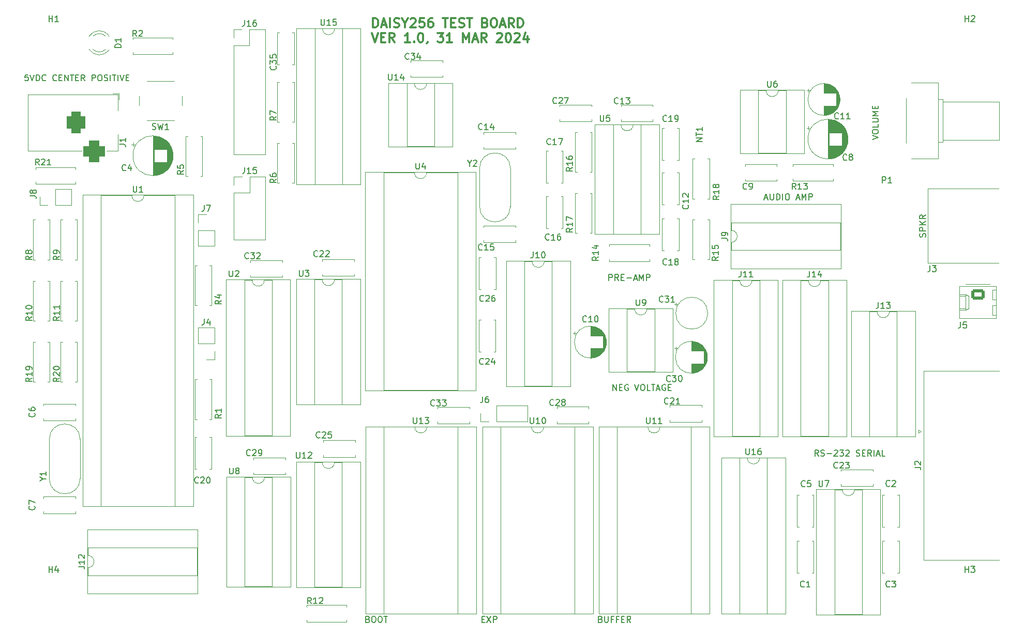
<source format=gto>
G04 #@! TF.GenerationSoftware,KiCad,Pcbnew,(6.0.11)*
G04 #@! TF.CreationDate,2024-04-02T11:50:41-04:00*
G04 #@! TF.ProjectId,DAISY256,44414953-5932-4353-962e-6b696361645f,rev?*
G04 #@! TF.SameCoordinates,Original*
G04 #@! TF.FileFunction,Legend,Top*
G04 #@! TF.FilePolarity,Positive*
%FSLAX46Y46*%
G04 Gerber Fmt 4.6, Leading zero omitted, Abs format (unit mm)*
G04 Created by KiCad (PCBNEW (6.0.11)) date 2024-04-02 11:50:41*
%MOMM*%
%LPD*%
G01*
G04 APERTURE LIST*
G04 Aperture macros list*
%AMRoundRect*
0 Rectangle with rounded corners*
0 $1 Rounding radius*
0 $2 $3 $4 $5 $6 $7 $8 $9 X,Y pos of 4 corners*
0 Add a 4 corners polygon primitive as box body*
4,1,4,$2,$3,$4,$5,$6,$7,$8,$9,$2,$3,0*
0 Add four circle primitives for the rounded corners*
1,1,$1+$1,$2,$3*
1,1,$1+$1,$4,$5*
1,1,$1+$1,$6,$7*
1,1,$1+$1,$8,$9*
0 Add four rect primitives between the rounded corners*
20,1,$1+$1,$2,$3,$4,$5,0*
20,1,$1+$1,$4,$5,$6,$7,0*
20,1,$1+$1,$6,$7,$8,$9,0*
20,1,$1+$1,$8,$9,$2,$3,0*%
G04 Aperture macros list end*
%ADD10C,0.150000*%
%ADD11C,0.300000*%
%ADD12C,0.120000*%
%ADD13C,0.050000*%
%ADD14C,1.500000*%
%ADD15R,2.400000X1.600000*%
%ADD16O,2.400000X1.600000*%
%ADD17C,1.600000*%
%ADD18O,1.600000X1.600000*%
%ADD19C,1.800000*%
%ADD20C,4.600000*%
%ADD21O,3.000000X2.000000*%
%ADD22O,2.000000X3.000000*%
%ADD23O,2.999999X2.000000*%
%ADD24R,3.500000X3.500000*%
%ADD25RoundRect,0.750000X-0.750000X-1.000000X0.750000X-1.000000X0.750000X1.000000X-0.750000X1.000000X0*%
%ADD26RoundRect,0.875000X-0.875000X-0.875000X0.875000X-0.875000X0.875000X0.875000X-0.875000X0.875000X0*%
%ADD27R,1.600000X1.600000*%
%ADD28C,4.000000*%
%ADD29C,2.000000*%
%ADD30R,1.700000X1.700000*%
%ADD31O,1.700000X1.700000*%
%ADD32R,1.800000X1.800000*%
%ADD33RoundRect,0.250000X-0.845000X0.620000X-0.845000X-0.620000X0.845000X-0.620000X0.845000X0.620000X0*%
%ADD34O,2.190000X1.740000*%
%ADD35R,1.600000X2.400000*%
%ADD36O,1.600000X2.400000*%
%ADD37C,6.400000*%
G04 APERTURE END LIST*
D10*
X47000000Y-68452380D02*
X46523809Y-68452380D01*
X46476190Y-68928571D01*
X46523809Y-68880952D01*
X46619047Y-68833333D01*
X46857142Y-68833333D01*
X46952380Y-68880952D01*
X47000000Y-68928571D01*
X47047619Y-69023809D01*
X47047619Y-69261904D01*
X47000000Y-69357142D01*
X46952380Y-69404761D01*
X46857142Y-69452380D01*
X46619047Y-69452380D01*
X46523809Y-69404761D01*
X46476190Y-69357142D01*
X47333333Y-68452380D02*
X47666666Y-69452380D01*
X48000000Y-68452380D01*
X48333333Y-69452380D02*
X48333333Y-68452380D01*
X48571428Y-68452380D01*
X48714285Y-68500000D01*
X48809523Y-68595238D01*
X48857142Y-68690476D01*
X48904761Y-68880952D01*
X48904761Y-69023809D01*
X48857142Y-69214285D01*
X48809523Y-69309523D01*
X48714285Y-69404761D01*
X48571428Y-69452380D01*
X48333333Y-69452380D01*
X49904761Y-69357142D02*
X49857142Y-69404761D01*
X49714285Y-69452380D01*
X49619047Y-69452380D01*
X49476190Y-69404761D01*
X49380952Y-69309523D01*
X49333333Y-69214285D01*
X49285714Y-69023809D01*
X49285714Y-68880952D01*
X49333333Y-68690476D01*
X49380952Y-68595238D01*
X49476190Y-68500000D01*
X49619047Y-68452380D01*
X49714285Y-68452380D01*
X49857142Y-68500000D01*
X49904761Y-68547619D01*
X51666666Y-69357142D02*
X51619047Y-69404761D01*
X51476190Y-69452380D01*
X51380952Y-69452380D01*
X51238095Y-69404761D01*
X51142857Y-69309523D01*
X51095238Y-69214285D01*
X51047619Y-69023809D01*
X51047619Y-68880952D01*
X51095238Y-68690476D01*
X51142857Y-68595238D01*
X51238095Y-68500000D01*
X51380952Y-68452380D01*
X51476190Y-68452380D01*
X51619047Y-68500000D01*
X51666666Y-68547619D01*
X52095238Y-68928571D02*
X52428571Y-68928571D01*
X52571428Y-69452380D02*
X52095238Y-69452380D01*
X52095238Y-68452380D01*
X52571428Y-68452380D01*
X53000000Y-69452380D02*
X53000000Y-68452380D01*
X53571428Y-69452380D01*
X53571428Y-68452380D01*
X53904761Y-68452380D02*
X54476190Y-68452380D01*
X54190476Y-69452380D02*
X54190476Y-68452380D01*
X54809523Y-68928571D02*
X55142857Y-68928571D01*
X55285714Y-69452380D02*
X54809523Y-69452380D01*
X54809523Y-68452380D01*
X55285714Y-68452380D01*
X56285714Y-69452380D02*
X55952380Y-68976190D01*
X55714285Y-69452380D02*
X55714285Y-68452380D01*
X56095238Y-68452380D01*
X56190476Y-68500000D01*
X56238095Y-68547619D01*
X56285714Y-68642857D01*
X56285714Y-68785714D01*
X56238095Y-68880952D01*
X56190476Y-68928571D01*
X56095238Y-68976190D01*
X55714285Y-68976190D01*
X57476190Y-69452380D02*
X57476190Y-68452380D01*
X57857142Y-68452380D01*
X57952380Y-68500000D01*
X58000000Y-68547619D01*
X58047619Y-68642857D01*
X58047619Y-68785714D01*
X58000000Y-68880952D01*
X57952380Y-68928571D01*
X57857142Y-68976190D01*
X57476190Y-68976190D01*
X58666666Y-68452380D02*
X58857142Y-68452380D01*
X58952380Y-68500000D01*
X59047619Y-68595238D01*
X59095238Y-68785714D01*
X59095238Y-69119047D01*
X59047619Y-69309523D01*
X58952380Y-69404761D01*
X58857142Y-69452380D01*
X58666666Y-69452380D01*
X58571428Y-69404761D01*
X58476190Y-69309523D01*
X58428571Y-69119047D01*
X58428571Y-68785714D01*
X58476190Y-68595238D01*
X58571428Y-68500000D01*
X58666666Y-68452380D01*
X59476190Y-69404761D02*
X59619047Y-69452380D01*
X59857142Y-69452380D01*
X59952380Y-69404761D01*
X60000000Y-69357142D01*
X60047619Y-69261904D01*
X60047619Y-69166666D01*
X60000000Y-69071428D01*
X59952380Y-69023809D01*
X59857142Y-68976190D01*
X59666666Y-68928571D01*
X59571428Y-68880952D01*
X59523809Y-68833333D01*
X59476190Y-68738095D01*
X59476190Y-68642857D01*
X59523809Y-68547619D01*
X59571428Y-68500000D01*
X59666666Y-68452380D01*
X59904761Y-68452380D01*
X60047619Y-68500000D01*
X60476190Y-69452380D02*
X60476190Y-68452380D01*
X60809523Y-68452380D02*
X61380952Y-68452380D01*
X61095238Y-69452380D02*
X61095238Y-68452380D01*
X61714285Y-69452380D02*
X61714285Y-68452380D01*
X62047619Y-68452380D02*
X62380952Y-69452380D01*
X62714285Y-68452380D01*
X63047619Y-68928571D02*
X63380952Y-68928571D01*
X63523809Y-69452380D02*
X63047619Y-69452380D01*
X63047619Y-68452380D01*
X63523809Y-68452380D01*
X142761904Y-120202380D02*
X142761904Y-119202380D01*
X143333333Y-120202380D01*
X143333333Y-119202380D01*
X143809523Y-119678571D02*
X144142857Y-119678571D01*
X144285714Y-120202380D02*
X143809523Y-120202380D01*
X143809523Y-119202380D01*
X144285714Y-119202380D01*
X145238095Y-119250000D02*
X145142857Y-119202380D01*
X145000000Y-119202380D01*
X144857142Y-119250000D01*
X144761904Y-119345238D01*
X144714285Y-119440476D01*
X144666666Y-119630952D01*
X144666666Y-119773809D01*
X144714285Y-119964285D01*
X144761904Y-120059523D01*
X144857142Y-120154761D01*
X145000000Y-120202380D01*
X145095238Y-120202380D01*
X145238095Y-120154761D01*
X145285714Y-120107142D01*
X145285714Y-119773809D01*
X145095238Y-119773809D01*
X146333333Y-119202380D02*
X146666666Y-120202380D01*
X147000000Y-119202380D01*
X147523809Y-119202380D02*
X147714285Y-119202380D01*
X147809523Y-119250000D01*
X147904761Y-119345238D01*
X147952380Y-119535714D01*
X147952380Y-119869047D01*
X147904761Y-120059523D01*
X147809523Y-120154761D01*
X147714285Y-120202380D01*
X147523809Y-120202380D01*
X147428571Y-120154761D01*
X147333333Y-120059523D01*
X147285714Y-119869047D01*
X147285714Y-119535714D01*
X147333333Y-119345238D01*
X147428571Y-119250000D01*
X147523809Y-119202380D01*
X148857142Y-120202380D02*
X148380952Y-120202380D01*
X148380952Y-119202380D01*
X149047619Y-119202380D02*
X149619047Y-119202380D01*
X149333333Y-120202380D02*
X149333333Y-119202380D01*
X149904761Y-119916666D02*
X150380952Y-119916666D01*
X149809523Y-120202380D02*
X150142857Y-119202380D01*
X150476190Y-120202380D01*
X151333333Y-119250000D02*
X151238095Y-119202380D01*
X151095238Y-119202380D01*
X150952380Y-119250000D01*
X150857142Y-119345238D01*
X150809523Y-119440476D01*
X150761904Y-119630952D01*
X150761904Y-119773809D01*
X150809523Y-119964285D01*
X150857142Y-120059523D01*
X150952380Y-120154761D01*
X151095238Y-120202380D01*
X151190476Y-120202380D01*
X151333333Y-120154761D01*
X151380952Y-120107142D01*
X151380952Y-119773809D01*
X151190476Y-119773809D01*
X151809523Y-119678571D02*
X152142857Y-119678571D01*
X152285714Y-120202380D02*
X151809523Y-120202380D01*
X151809523Y-119202380D01*
X152285714Y-119202380D01*
D11*
X103482142Y-60691071D02*
X103482142Y-59191071D01*
X103839285Y-59191071D01*
X104053571Y-59262500D01*
X104196428Y-59405357D01*
X104267857Y-59548214D01*
X104339285Y-59833928D01*
X104339285Y-60048214D01*
X104267857Y-60333928D01*
X104196428Y-60476785D01*
X104053571Y-60619642D01*
X103839285Y-60691071D01*
X103482142Y-60691071D01*
X104910714Y-60262500D02*
X105625000Y-60262500D01*
X104767857Y-60691071D02*
X105267857Y-59191071D01*
X105767857Y-60691071D01*
X106267857Y-60691071D02*
X106267857Y-59191071D01*
X106910714Y-60619642D02*
X107125000Y-60691071D01*
X107482142Y-60691071D01*
X107625000Y-60619642D01*
X107696428Y-60548214D01*
X107767857Y-60405357D01*
X107767857Y-60262500D01*
X107696428Y-60119642D01*
X107625000Y-60048214D01*
X107482142Y-59976785D01*
X107196428Y-59905357D01*
X107053571Y-59833928D01*
X106982142Y-59762500D01*
X106910714Y-59619642D01*
X106910714Y-59476785D01*
X106982142Y-59333928D01*
X107053571Y-59262500D01*
X107196428Y-59191071D01*
X107553571Y-59191071D01*
X107767857Y-59262500D01*
X108696428Y-59976785D02*
X108696428Y-60691071D01*
X108196428Y-59191071D02*
X108696428Y-59976785D01*
X109196428Y-59191071D01*
X109625000Y-59333928D02*
X109696428Y-59262500D01*
X109839285Y-59191071D01*
X110196428Y-59191071D01*
X110339285Y-59262500D01*
X110410714Y-59333928D01*
X110482142Y-59476785D01*
X110482142Y-59619642D01*
X110410714Y-59833928D01*
X109553571Y-60691071D01*
X110482142Y-60691071D01*
X111839285Y-59191071D02*
X111125000Y-59191071D01*
X111053571Y-59905357D01*
X111125000Y-59833928D01*
X111267857Y-59762500D01*
X111625000Y-59762500D01*
X111767857Y-59833928D01*
X111839285Y-59905357D01*
X111910714Y-60048214D01*
X111910714Y-60405357D01*
X111839285Y-60548214D01*
X111767857Y-60619642D01*
X111625000Y-60691071D01*
X111267857Y-60691071D01*
X111125000Y-60619642D01*
X111053571Y-60548214D01*
X113196428Y-59191071D02*
X112910714Y-59191071D01*
X112767857Y-59262500D01*
X112696428Y-59333928D01*
X112553571Y-59548214D01*
X112482142Y-59833928D01*
X112482142Y-60405357D01*
X112553571Y-60548214D01*
X112625000Y-60619642D01*
X112767857Y-60691071D01*
X113053571Y-60691071D01*
X113196428Y-60619642D01*
X113267857Y-60548214D01*
X113339285Y-60405357D01*
X113339285Y-60048214D01*
X113267857Y-59905357D01*
X113196428Y-59833928D01*
X113053571Y-59762500D01*
X112767857Y-59762500D01*
X112625000Y-59833928D01*
X112553571Y-59905357D01*
X112482142Y-60048214D01*
X114910714Y-59191071D02*
X115767857Y-59191071D01*
X115339285Y-60691071D02*
X115339285Y-59191071D01*
X116267857Y-59905357D02*
X116767857Y-59905357D01*
X116982142Y-60691071D02*
X116267857Y-60691071D01*
X116267857Y-59191071D01*
X116982142Y-59191071D01*
X117553571Y-60619642D02*
X117767857Y-60691071D01*
X118125000Y-60691071D01*
X118267857Y-60619642D01*
X118339285Y-60548214D01*
X118410714Y-60405357D01*
X118410714Y-60262500D01*
X118339285Y-60119642D01*
X118267857Y-60048214D01*
X118125000Y-59976785D01*
X117839285Y-59905357D01*
X117696428Y-59833928D01*
X117625000Y-59762500D01*
X117553571Y-59619642D01*
X117553571Y-59476785D01*
X117625000Y-59333928D01*
X117696428Y-59262500D01*
X117839285Y-59191071D01*
X118196428Y-59191071D01*
X118410714Y-59262500D01*
X118839285Y-59191071D02*
X119696428Y-59191071D01*
X119267857Y-60691071D02*
X119267857Y-59191071D01*
X121839285Y-59905357D02*
X122053571Y-59976785D01*
X122125000Y-60048214D01*
X122196428Y-60191071D01*
X122196428Y-60405357D01*
X122125000Y-60548214D01*
X122053571Y-60619642D01*
X121910714Y-60691071D01*
X121339285Y-60691071D01*
X121339285Y-59191071D01*
X121839285Y-59191071D01*
X121982142Y-59262500D01*
X122053571Y-59333928D01*
X122125000Y-59476785D01*
X122125000Y-59619642D01*
X122053571Y-59762500D01*
X121982142Y-59833928D01*
X121839285Y-59905357D01*
X121339285Y-59905357D01*
X123125000Y-59191071D02*
X123410714Y-59191071D01*
X123553571Y-59262500D01*
X123696428Y-59405357D01*
X123767857Y-59691071D01*
X123767857Y-60191071D01*
X123696428Y-60476785D01*
X123553571Y-60619642D01*
X123410714Y-60691071D01*
X123125000Y-60691071D01*
X122982142Y-60619642D01*
X122839285Y-60476785D01*
X122767857Y-60191071D01*
X122767857Y-59691071D01*
X122839285Y-59405357D01*
X122982142Y-59262500D01*
X123125000Y-59191071D01*
X124339285Y-60262500D02*
X125053571Y-60262500D01*
X124196428Y-60691071D02*
X124696428Y-59191071D01*
X125196428Y-60691071D01*
X126553571Y-60691071D02*
X126053571Y-59976785D01*
X125696428Y-60691071D02*
X125696428Y-59191071D01*
X126267857Y-59191071D01*
X126410714Y-59262500D01*
X126482142Y-59333928D01*
X126553571Y-59476785D01*
X126553571Y-59691071D01*
X126482142Y-59833928D01*
X126410714Y-59905357D01*
X126267857Y-59976785D01*
X125696428Y-59976785D01*
X127196428Y-60691071D02*
X127196428Y-59191071D01*
X127553571Y-59191071D01*
X127767857Y-59262500D01*
X127910714Y-59405357D01*
X127982142Y-59548214D01*
X128053571Y-59833928D01*
X128053571Y-60048214D01*
X127982142Y-60333928D01*
X127910714Y-60476785D01*
X127767857Y-60619642D01*
X127553571Y-60691071D01*
X127196428Y-60691071D01*
X103267857Y-61606071D02*
X103767857Y-63106071D01*
X104267857Y-61606071D01*
X104767857Y-62320357D02*
X105267857Y-62320357D01*
X105482142Y-63106071D02*
X104767857Y-63106071D01*
X104767857Y-61606071D01*
X105482142Y-61606071D01*
X106982142Y-63106071D02*
X106482142Y-62391785D01*
X106125000Y-63106071D02*
X106125000Y-61606071D01*
X106696428Y-61606071D01*
X106839285Y-61677500D01*
X106910714Y-61748928D01*
X106982142Y-61891785D01*
X106982142Y-62106071D01*
X106910714Y-62248928D01*
X106839285Y-62320357D01*
X106696428Y-62391785D01*
X106125000Y-62391785D01*
X109553571Y-63106071D02*
X108696428Y-63106071D01*
X109125000Y-63106071D02*
X109125000Y-61606071D01*
X108982142Y-61820357D01*
X108839285Y-61963214D01*
X108696428Y-62034642D01*
X110196428Y-62963214D02*
X110267857Y-63034642D01*
X110196428Y-63106071D01*
X110125000Y-63034642D01*
X110196428Y-62963214D01*
X110196428Y-63106071D01*
X111196428Y-61606071D02*
X111339285Y-61606071D01*
X111482142Y-61677500D01*
X111553571Y-61748928D01*
X111625000Y-61891785D01*
X111696428Y-62177500D01*
X111696428Y-62534642D01*
X111625000Y-62820357D01*
X111553571Y-62963214D01*
X111482142Y-63034642D01*
X111339285Y-63106071D01*
X111196428Y-63106071D01*
X111053571Y-63034642D01*
X110982142Y-62963214D01*
X110910714Y-62820357D01*
X110839285Y-62534642D01*
X110839285Y-62177500D01*
X110910714Y-61891785D01*
X110982142Y-61748928D01*
X111053571Y-61677500D01*
X111196428Y-61606071D01*
X112410714Y-63034642D02*
X112410714Y-63106071D01*
X112339285Y-63248928D01*
X112267857Y-63320357D01*
X114053571Y-61606071D02*
X114982142Y-61606071D01*
X114482142Y-62177500D01*
X114696428Y-62177500D01*
X114839285Y-62248928D01*
X114910714Y-62320357D01*
X114982142Y-62463214D01*
X114982142Y-62820357D01*
X114910714Y-62963214D01*
X114839285Y-63034642D01*
X114696428Y-63106071D01*
X114267857Y-63106071D01*
X114125000Y-63034642D01*
X114053571Y-62963214D01*
X116410714Y-63106071D02*
X115553571Y-63106071D01*
X115982142Y-63106071D02*
X115982142Y-61606071D01*
X115839285Y-61820357D01*
X115696428Y-61963214D01*
X115553571Y-62034642D01*
X118196428Y-63106071D02*
X118196428Y-61606071D01*
X118696428Y-62677500D01*
X119196428Y-61606071D01*
X119196428Y-63106071D01*
X119839285Y-62677500D02*
X120553571Y-62677500D01*
X119696428Y-63106071D02*
X120196428Y-61606071D01*
X120696428Y-63106071D01*
X122053571Y-63106071D02*
X121553571Y-62391785D01*
X121196428Y-63106071D02*
X121196428Y-61606071D01*
X121767857Y-61606071D01*
X121910714Y-61677500D01*
X121982142Y-61748928D01*
X122053571Y-61891785D01*
X122053571Y-62106071D01*
X121982142Y-62248928D01*
X121910714Y-62320357D01*
X121767857Y-62391785D01*
X121196428Y-62391785D01*
X123767857Y-61748928D02*
X123839285Y-61677500D01*
X123982142Y-61606071D01*
X124339285Y-61606071D01*
X124482142Y-61677500D01*
X124553571Y-61748928D01*
X124625000Y-61891785D01*
X124625000Y-62034642D01*
X124553571Y-62248928D01*
X123696428Y-63106071D01*
X124625000Y-63106071D01*
X125553571Y-61606071D02*
X125696428Y-61606071D01*
X125839285Y-61677500D01*
X125910714Y-61748928D01*
X125982142Y-61891785D01*
X126053571Y-62177500D01*
X126053571Y-62534642D01*
X125982142Y-62820357D01*
X125910714Y-62963214D01*
X125839285Y-63034642D01*
X125696428Y-63106071D01*
X125553571Y-63106071D01*
X125410714Y-63034642D01*
X125339285Y-62963214D01*
X125267857Y-62820357D01*
X125196428Y-62534642D01*
X125196428Y-62177500D01*
X125267857Y-61891785D01*
X125339285Y-61748928D01*
X125410714Y-61677500D01*
X125553571Y-61606071D01*
X126625000Y-61748928D02*
X126696428Y-61677500D01*
X126839285Y-61606071D01*
X127196428Y-61606071D01*
X127339285Y-61677500D01*
X127410714Y-61748928D01*
X127482142Y-61891785D01*
X127482142Y-62034642D01*
X127410714Y-62248928D01*
X126553571Y-63106071D01*
X127482142Y-63106071D01*
X128767857Y-62106071D02*
X128767857Y-63106071D01*
X128410714Y-61534642D02*
X128053571Y-62606071D01*
X128982142Y-62606071D01*
D10*
X185202380Y-79059523D02*
X186202380Y-78726190D01*
X185202380Y-78392857D01*
X185202380Y-77869047D02*
X185202380Y-77678571D01*
X185250000Y-77583333D01*
X185345238Y-77488095D01*
X185535714Y-77440476D01*
X185869047Y-77440476D01*
X186059523Y-77488095D01*
X186154761Y-77583333D01*
X186202380Y-77678571D01*
X186202380Y-77869047D01*
X186154761Y-77964285D01*
X186059523Y-78059523D01*
X185869047Y-78107142D01*
X185535714Y-78107142D01*
X185345238Y-78059523D01*
X185250000Y-77964285D01*
X185202380Y-77869047D01*
X186202380Y-76535714D02*
X186202380Y-77011904D01*
X185202380Y-77011904D01*
X185202380Y-76202380D02*
X186011904Y-76202380D01*
X186107142Y-76154761D01*
X186154761Y-76107142D01*
X186202380Y-76011904D01*
X186202380Y-75821428D01*
X186154761Y-75726190D01*
X186107142Y-75678571D01*
X186011904Y-75630952D01*
X185202380Y-75630952D01*
X186202380Y-75154761D02*
X185202380Y-75154761D01*
X185916666Y-74821428D01*
X185202380Y-74488095D01*
X186202380Y-74488095D01*
X185678571Y-74011904D02*
X185678571Y-73678571D01*
X186202380Y-73535714D02*
X186202380Y-74011904D01*
X185202380Y-74011904D01*
X185202380Y-73535714D01*
X193904761Y-95035714D02*
X193952380Y-94892857D01*
X193952380Y-94654761D01*
X193904761Y-94559523D01*
X193857142Y-94511904D01*
X193761904Y-94464285D01*
X193666666Y-94464285D01*
X193571428Y-94511904D01*
X193523809Y-94559523D01*
X193476190Y-94654761D01*
X193428571Y-94845238D01*
X193380952Y-94940476D01*
X193333333Y-94988095D01*
X193238095Y-95035714D01*
X193142857Y-95035714D01*
X193047619Y-94988095D01*
X193000000Y-94940476D01*
X192952380Y-94845238D01*
X192952380Y-94607142D01*
X193000000Y-94464285D01*
X193952380Y-94035714D02*
X192952380Y-94035714D01*
X192952380Y-93654761D01*
X193000000Y-93559523D01*
X193047619Y-93511904D01*
X193142857Y-93464285D01*
X193285714Y-93464285D01*
X193380952Y-93511904D01*
X193428571Y-93559523D01*
X193476190Y-93654761D01*
X193476190Y-94035714D01*
X193952380Y-93035714D02*
X192952380Y-93035714D01*
X193952380Y-92464285D02*
X193380952Y-92892857D01*
X192952380Y-92464285D02*
X193523809Y-93035714D01*
X193952380Y-91464285D02*
X193476190Y-91797619D01*
X193952380Y-92035714D02*
X192952380Y-92035714D01*
X192952380Y-91654761D01*
X193000000Y-91559523D01*
X193047619Y-91511904D01*
X193142857Y-91464285D01*
X193285714Y-91464285D01*
X193380952Y-91511904D01*
X193428571Y-91559523D01*
X193476190Y-91654761D01*
X193476190Y-92035714D01*
X142096666Y-102172380D02*
X142096666Y-101172380D01*
X142477619Y-101172380D01*
X142572857Y-101220000D01*
X142620476Y-101267619D01*
X142668095Y-101362857D01*
X142668095Y-101505714D01*
X142620476Y-101600952D01*
X142572857Y-101648571D01*
X142477619Y-101696190D01*
X142096666Y-101696190D01*
X143668095Y-102172380D02*
X143334761Y-101696190D01*
X143096666Y-102172380D02*
X143096666Y-101172380D01*
X143477619Y-101172380D01*
X143572857Y-101220000D01*
X143620476Y-101267619D01*
X143668095Y-101362857D01*
X143668095Y-101505714D01*
X143620476Y-101600952D01*
X143572857Y-101648571D01*
X143477619Y-101696190D01*
X143096666Y-101696190D01*
X144096666Y-101648571D02*
X144430000Y-101648571D01*
X144572857Y-102172380D02*
X144096666Y-102172380D01*
X144096666Y-101172380D01*
X144572857Y-101172380D01*
X145001428Y-101791428D02*
X145763333Y-101791428D01*
X146191904Y-101886666D02*
X146668095Y-101886666D01*
X146096666Y-102172380D02*
X146430000Y-101172380D01*
X146763333Y-102172380D01*
X147096666Y-102172380D02*
X147096666Y-101172380D01*
X147430000Y-101886666D01*
X147763333Y-101172380D01*
X147763333Y-102172380D01*
X148239523Y-102172380D02*
X148239523Y-101172380D01*
X148620476Y-101172380D01*
X148715714Y-101220000D01*
X148763333Y-101267619D01*
X148810952Y-101362857D01*
X148810952Y-101505714D01*
X148763333Y-101600952D01*
X148715714Y-101648571D01*
X148620476Y-101696190D01*
X148239523Y-101696190D01*
X167595238Y-88666666D02*
X168071428Y-88666666D01*
X167500000Y-88952380D02*
X167833333Y-87952380D01*
X168166666Y-88952380D01*
X168500000Y-87952380D02*
X168500000Y-88761904D01*
X168547619Y-88857142D01*
X168595238Y-88904761D01*
X168690476Y-88952380D01*
X168880952Y-88952380D01*
X168976190Y-88904761D01*
X169023809Y-88857142D01*
X169071428Y-88761904D01*
X169071428Y-87952380D01*
X169547619Y-88952380D02*
X169547619Y-87952380D01*
X169785714Y-87952380D01*
X169928571Y-88000000D01*
X170023809Y-88095238D01*
X170071428Y-88190476D01*
X170119047Y-88380952D01*
X170119047Y-88523809D01*
X170071428Y-88714285D01*
X170023809Y-88809523D01*
X169928571Y-88904761D01*
X169785714Y-88952380D01*
X169547619Y-88952380D01*
X170547619Y-88952380D02*
X170547619Y-87952380D01*
X171214285Y-87952380D02*
X171404761Y-87952380D01*
X171500000Y-88000000D01*
X171595238Y-88095238D01*
X171642857Y-88285714D01*
X171642857Y-88619047D01*
X171595238Y-88809523D01*
X171500000Y-88904761D01*
X171404761Y-88952380D01*
X171214285Y-88952380D01*
X171119047Y-88904761D01*
X171023809Y-88809523D01*
X170976190Y-88619047D01*
X170976190Y-88285714D01*
X171023809Y-88095238D01*
X171119047Y-88000000D01*
X171214285Y-87952380D01*
X172785714Y-88666666D02*
X173261904Y-88666666D01*
X172690476Y-88952380D02*
X173023809Y-87952380D01*
X173357142Y-88952380D01*
X173690476Y-88952380D02*
X173690476Y-87952380D01*
X174023809Y-88666666D01*
X174357142Y-87952380D01*
X174357142Y-88952380D01*
X174833333Y-88952380D02*
X174833333Y-87952380D01*
X175214285Y-87952380D01*
X175309523Y-88000000D01*
X175357142Y-88047619D01*
X175404761Y-88142857D01*
X175404761Y-88285714D01*
X175357142Y-88380952D01*
X175309523Y-88428571D01*
X175214285Y-88476190D01*
X174833333Y-88476190D01*
X121309523Y-157678571D02*
X121642857Y-157678571D01*
X121785714Y-158202380D02*
X121309523Y-158202380D01*
X121309523Y-157202380D01*
X121785714Y-157202380D01*
X122119047Y-157202380D02*
X122785714Y-158202380D01*
X122785714Y-157202380D02*
X122119047Y-158202380D01*
X123166666Y-158202380D02*
X123166666Y-157202380D01*
X123547619Y-157202380D01*
X123642857Y-157250000D01*
X123690476Y-157297619D01*
X123738095Y-157392857D01*
X123738095Y-157535714D01*
X123690476Y-157630952D01*
X123642857Y-157678571D01*
X123547619Y-157726190D01*
X123166666Y-157726190D01*
X140738095Y-157678571D02*
X140880952Y-157726190D01*
X140928571Y-157773809D01*
X140976190Y-157869047D01*
X140976190Y-158011904D01*
X140928571Y-158107142D01*
X140880952Y-158154761D01*
X140785714Y-158202380D01*
X140404761Y-158202380D01*
X140404761Y-157202380D01*
X140738095Y-157202380D01*
X140833333Y-157250000D01*
X140880952Y-157297619D01*
X140928571Y-157392857D01*
X140928571Y-157488095D01*
X140880952Y-157583333D01*
X140833333Y-157630952D01*
X140738095Y-157678571D01*
X140404761Y-157678571D01*
X141404761Y-157202380D02*
X141404761Y-158011904D01*
X141452380Y-158107142D01*
X141500000Y-158154761D01*
X141595238Y-158202380D01*
X141785714Y-158202380D01*
X141880952Y-158154761D01*
X141928571Y-158107142D01*
X141976190Y-158011904D01*
X141976190Y-157202380D01*
X142785714Y-157678571D02*
X142452380Y-157678571D01*
X142452380Y-158202380D02*
X142452380Y-157202380D01*
X142928571Y-157202380D01*
X143642857Y-157678571D02*
X143309523Y-157678571D01*
X143309523Y-158202380D02*
X143309523Y-157202380D01*
X143785714Y-157202380D01*
X144166666Y-157678571D02*
X144500000Y-157678571D01*
X144642857Y-158202380D02*
X144166666Y-158202380D01*
X144166666Y-157202380D01*
X144642857Y-157202380D01*
X145642857Y-158202380D02*
X145309523Y-157726190D01*
X145071428Y-158202380D02*
X145071428Y-157202380D01*
X145452380Y-157202380D01*
X145547619Y-157250000D01*
X145595238Y-157297619D01*
X145642857Y-157392857D01*
X145642857Y-157535714D01*
X145595238Y-157630952D01*
X145547619Y-157678571D01*
X145452380Y-157726190D01*
X145071428Y-157726190D01*
X176404761Y-130952380D02*
X176071428Y-130476190D01*
X175833333Y-130952380D02*
X175833333Y-129952380D01*
X176214285Y-129952380D01*
X176309523Y-130000000D01*
X176357142Y-130047619D01*
X176404761Y-130142857D01*
X176404761Y-130285714D01*
X176357142Y-130380952D01*
X176309523Y-130428571D01*
X176214285Y-130476190D01*
X175833333Y-130476190D01*
X176785714Y-130904761D02*
X176928571Y-130952380D01*
X177166666Y-130952380D01*
X177261904Y-130904761D01*
X177309523Y-130857142D01*
X177357142Y-130761904D01*
X177357142Y-130666666D01*
X177309523Y-130571428D01*
X177261904Y-130523809D01*
X177166666Y-130476190D01*
X176976190Y-130428571D01*
X176880952Y-130380952D01*
X176833333Y-130333333D01*
X176785714Y-130238095D01*
X176785714Y-130142857D01*
X176833333Y-130047619D01*
X176880952Y-130000000D01*
X176976190Y-129952380D01*
X177214285Y-129952380D01*
X177357142Y-130000000D01*
X177785714Y-130571428D02*
X178547619Y-130571428D01*
X178976190Y-130047619D02*
X179023809Y-130000000D01*
X179119047Y-129952380D01*
X179357142Y-129952380D01*
X179452380Y-130000000D01*
X179500000Y-130047619D01*
X179547619Y-130142857D01*
X179547619Y-130238095D01*
X179500000Y-130380952D01*
X178928571Y-130952380D01*
X179547619Y-130952380D01*
X179880952Y-129952380D02*
X180500000Y-129952380D01*
X180166666Y-130333333D01*
X180309523Y-130333333D01*
X180404761Y-130380952D01*
X180452380Y-130428571D01*
X180500000Y-130523809D01*
X180500000Y-130761904D01*
X180452380Y-130857142D01*
X180404761Y-130904761D01*
X180309523Y-130952380D01*
X180023809Y-130952380D01*
X179928571Y-130904761D01*
X179880952Y-130857142D01*
X180880952Y-130047619D02*
X180928571Y-130000000D01*
X181023809Y-129952380D01*
X181261904Y-129952380D01*
X181357142Y-130000000D01*
X181404761Y-130047619D01*
X181452380Y-130142857D01*
X181452380Y-130238095D01*
X181404761Y-130380952D01*
X180833333Y-130952380D01*
X181452380Y-130952380D01*
X182595238Y-130904761D02*
X182738095Y-130952380D01*
X182976190Y-130952380D01*
X183071428Y-130904761D01*
X183119047Y-130857142D01*
X183166666Y-130761904D01*
X183166666Y-130666666D01*
X183119047Y-130571428D01*
X183071428Y-130523809D01*
X182976190Y-130476190D01*
X182785714Y-130428571D01*
X182690476Y-130380952D01*
X182642857Y-130333333D01*
X182595238Y-130238095D01*
X182595238Y-130142857D01*
X182642857Y-130047619D01*
X182690476Y-130000000D01*
X182785714Y-129952380D01*
X183023809Y-129952380D01*
X183166666Y-130000000D01*
X183595238Y-130428571D02*
X183928571Y-130428571D01*
X184071428Y-130952380D02*
X183595238Y-130952380D01*
X183595238Y-129952380D01*
X184071428Y-129952380D01*
X185071428Y-130952380D02*
X184738095Y-130476190D01*
X184500000Y-130952380D02*
X184500000Y-129952380D01*
X184880952Y-129952380D01*
X184976190Y-130000000D01*
X185023809Y-130047619D01*
X185071428Y-130142857D01*
X185071428Y-130285714D01*
X185023809Y-130380952D01*
X184976190Y-130428571D01*
X184880952Y-130476190D01*
X184500000Y-130476190D01*
X185500000Y-130952380D02*
X185500000Y-129952380D01*
X185928571Y-130666666D02*
X186404761Y-130666666D01*
X185833333Y-130952380D02*
X186166666Y-129952380D01*
X186500000Y-130952380D01*
X187309523Y-130952380D02*
X186833333Y-130952380D01*
X186833333Y-129952380D01*
X102642857Y-157678571D02*
X102785714Y-157726190D01*
X102833333Y-157773809D01*
X102880952Y-157869047D01*
X102880952Y-158011904D01*
X102833333Y-158107142D01*
X102785714Y-158154761D01*
X102690476Y-158202380D01*
X102309523Y-158202380D01*
X102309523Y-157202380D01*
X102642857Y-157202380D01*
X102738095Y-157250000D01*
X102785714Y-157297619D01*
X102833333Y-157392857D01*
X102833333Y-157488095D01*
X102785714Y-157583333D01*
X102738095Y-157630952D01*
X102642857Y-157678571D01*
X102309523Y-157678571D01*
X103500000Y-157202380D02*
X103690476Y-157202380D01*
X103785714Y-157250000D01*
X103880952Y-157345238D01*
X103928571Y-157535714D01*
X103928571Y-157869047D01*
X103880952Y-158059523D01*
X103785714Y-158154761D01*
X103690476Y-158202380D01*
X103500000Y-158202380D01*
X103404761Y-158154761D01*
X103309523Y-158059523D01*
X103261904Y-157869047D01*
X103261904Y-157535714D01*
X103309523Y-157345238D01*
X103404761Y-157250000D01*
X103500000Y-157202380D01*
X104547619Y-157202380D02*
X104738095Y-157202380D01*
X104833333Y-157250000D01*
X104928571Y-157345238D01*
X104976190Y-157535714D01*
X104976190Y-157869047D01*
X104928571Y-158059523D01*
X104833333Y-158154761D01*
X104738095Y-158202380D01*
X104547619Y-158202380D01*
X104452380Y-158154761D01*
X104357142Y-158059523D01*
X104309523Y-157869047D01*
X104309523Y-157535714D01*
X104357142Y-157345238D01*
X104452380Y-157250000D01*
X104547619Y-157202380D01*
X105261904Y-157202380D02*
X105833333Y-157202380D01*
X105547619Y-158202380D02*
X105547619Y-157202380D01*
X119273809Y-82976190D02*
X119273809Y-83452380D01*
X118940476Y-82452380D02*
X119273809Y-82976190D01*
X119607142Y-82452380D01*
X119892857Y-82547619D02*
X119940476Y-82500000D01*
X120035714Y-82452380D01*
X120273809Y-82452380D01*
X120369047Y-82500000D01*
X120416666Y-82547619D01*
X120464285Y-82642857D01*
X120464285Y-82738095D01*
X120416666Y-82880952D01*
X119845238Y-83452380D01*
X120464285Y-83452380D01*
X49476190Y-134726190D02*
X49952380Y-134726190D01*
X48952380Y-135059523D02*
X49476190Y-134726190D01*
X48952380Y-134392857D01*
X49952380Y-133535714D02*
X49952380Y-134107142D01*
X49952380Y-133821428D02*
X48952380Y-133821428D01*
X49095238Y-133916666D01*
X49190476Y-134011904D01*
X49238095Y-134107142D01*
X148237904Y-124617380D02*
X148237904Y-125426904D01*
X148285523Y-125522142D01*
X148333142Y-125569761D01*
X148428380Y-125617380D01*
X148618857Y-125617380D01*
X148714095Y-125569761D01*
X148761714Y-125522142D01*
X148809333Y-125426904D01*
X148809333Y-124617380D01*
X149809333Y-125617380D02*
X149237904Y-125617380D01*
X149523619Y-125617380D02*
X149523619Y-124617380D01*
X149428380Y-124760238D01*
X149333142Y-124855476D01*
X149237904Y-124903095D01*
X150761714Y-125617380D02*
X150190285Y-125617380D01*
X150476000Y-125617380D02*
X150476000Y-124617380D01*
X150380761Y-124760238D01*
X150285523Y-124855476D01*
X150190285Y-124903095D01*
X168060095Y-69472380D02*
X168060095Y-70281904D01*
X168107714Y-70377142D01*
X168155333Y-70424761D01*
X168250571Y-70472380D01*
X168441047Y-70472380D01*
X168536285Y-70424761D01*
X168583904Y-70377142D01*
X168631523Y-70281904D01*
X168631523Y-69472380D01*
X169536285Y-69472380D02*
X169345809Y-69472380D01*
X169250571Y-69520000D01*
X169202952Y-69567619D01*
X169107714Y-69710476D01*
X169060095Y-69900952D01*
X169060095Y-70281904D01*
X169107714Y-70377142D01*
X169155333Y-70424761D01*
X169250571Y-70472380D01*
X169441047Y-70472380D01*
X169536285Y-70424761D01*
X169583904Y-70377142D01*
X169631523Y-70281904D01*
X169631523Y-70043809D01*
X169583904Y-69948571D01*
X169536285Y-69900952D01*
X169441047Y-69853333D01*
X169250571Y-69853333D01*
X169155333Y-69900952D01*
X169107714Y-69948571D01*
X169060095Y-70043809D01*
X91418095Y-100472380D02*
X91418095Y-101281904D01*
X91465714Y-101377142D01*
X91513333Y-101424761D01*
X91608571Y-101472380D01*
X91799047Y-101472380D01*
X91894285Y-101424761D01*
X91941904Y-101377142D01*
X91989523Y-101281904D01*
X91989523Y-100472380D01*
X92370476Y-100472380D02*
X92989523Y-100472380D01*
X92656190Y-100853333D01*
X92799047Y-100853333D01*
X92894285Y-100900952D01*
X92941904Y-100948571D01*
X92989523Y-101043809D01*
X92989523Y-101281904D01*
X92941904Y-101377142D01*
X92894285Y-101424761D01*
X92799047Y-101472380D01*
X92513333Y-101472380D01*
X92418095Y-101424761D01*
X92370476Y-101377142D01*
X79943095Y-100542380D02*
X79943095Y-101351904D01*
X79990714Y-101447142D01*
X80038333Y-101494761D01*
X80133571Y-101542380D01*
X80324047Y-101542380D01*
X80419285Y-101494761D01*
X80466904Y-101447142D01*
X80514523Y-101351904D01*
X80514523Y-100542380D01*
X80943095Y-100637619D02*
X80990714Y-100590000D01*
X81085952Y-100542380D01*
X81324047Y-100542380D01*
X81419285Y-100590000D01*
X81466904Y-100637619D01*
X81514523Y-100732857D01*
X81514523Y-100828095D01*
X81466904Y-100970952D01*
X80895476Y-101542380D01*
X81514523Y-101542380D01*
X94787142Y-127878642D02*
X94739523Y-127926261D01*
X94596666Y-127973880D01*
X94501428Y-127973880D01*
X94358571Y-127926261D01*
X94263333Y-127831023D01*
X94215714Y-127735785D01*
X94168095Y-127545309D01*
X94168095Y-127402452D01*
X94215714Y-127211976D01*
X94263333Y-127116738D01*
X94358571Y-127021500D01*
X94501428Y-126973880D01*
X94596666Y-126973880D01*
X94739523Y-127021500D01*
X94787142Y-127069119D01*
X95168095Y-127069119D02*
X95215714Y-127021500D01*
X95310952Y-126973880D01*
X95549047Y-126973880D01*
X95644285Y-127021500D01*
X95691904Y-127069119D01*
X95739523Y-127164357D01*
X95739523Y-127259595D01*
X95691904Y-127402452D01*
X95120476Y-127973880D01*
X95739523Y-127973880D01*
X96644285Y-126973880D02*
X96168095Y-126973880D01*
X96120476Y-127450071D01*
X96168095Y-127402452D01*
X96263333Y-127354833D01*
X96501428Y-127354833D01*
X96596666Y-127402452D01*
X96644285Y-127450071D01*
X96691904Y-127545309D01*
X96691904Y-127783404D01*
X96644285Y-127878642D01*
X96596666Y-127926261D01*
X96501428Y-127973880D01*
X96263333Y-127973880D01*
X96168095Y-127926261D01*
X96120476Y-127878642D01*
X121562142Y-105512142D02*
X121514523Y-105559761D01*
X121371666Y-105607380D01*
X121276428Y-105607380D01*
X121133571Y-105559761D01*
X121038333Y-105464523D01*
X120990714Y-105369285D01*
X120943095Y-105178809D01*
X120943095Y-105035952D01*
X120990714Y-104845476D01*
X121038333Y-104750238D01*
X121133571Y-104655000D01*
X121276428Y-104607380D01*
X121371666Y-104607380D01*
X121514523Y-104655000D01*
X121562142Y-104702619D01*
X121943095Y-104702619D02*
X121990714Y-104655000D01*
X122085952Y-104607380D01*
X122324047Y-104607380D01*
X122419285Y-104655000D01*
X122466904Y-104702619D01*
X122514523Y-104797857D01*
X122514523Y-104893095D01*
X122466904Y-105035952D01*
X121895476Y-105607380D01*
X122514523Y-105607380D01*
X123371666Y-104607380D02*
X123181190Y-104607380D01*
X123085952Y-104655000D01*
X123038333Y-104702619D01*
X122943095Y-104845476D01*
X122895476Y-105035952D01*
X122895476Y-105416904D01*
X122943095Y-105512142D01*
X122990714Y-105559761D01*
X123085952Y-105607380D01*
X123276428Y-105607380D01*
X123371666Y-105559761D01*
X123419285Y-105512142D01*
X123466904Y-105416904D01*
X123466904Y-105178809D01*
X123419285Y-105083571D01*
X123371666Y-105035952D01*
X123276428Y-104988333D01*
X123085952Y-104988333D01*
X122990714Y-105035952D01*
X122943095Y-105083571D01*
X122895476Y-105178809D01*
X79988095Y-132872380D02*
X79988095Y-133681904D01*
X80035714Y-133777142D01*
X80083333Y-133824761D01*
X80178571Y-133872380D01*
X80369047Y-133872380D01*
X80464285Y-133824761D01*
X80511904Y-133777142D01*
X80559523Y-133681904D01*
X80559523Y-132872380D01*
X81178571Y-133300952D02*
X81083333Y-133253333D01*
X81035714Y-133205714D01*
X80988095Y-133110476D01*
X80988095Y-133062857D01*
X81035714Y-132967619D01*
X81083333Y-132920000D01*
X81178571Y-132872380D01*
X81369047Y-132872380D01*
X81464285Y-132920000D01*
X81511904Y-132967619D01*
X81559523Y-133062857D01*
X81559523Y-133110476D01*
X81511904Y-133205714D01*
X81464285Y-133253333D01*
X81369047Y-133300952D01*
X81178571Y-133300952D01*
X81083333Y-133348571D01*
X81035714Y-133396190D01*
X80988095Y-133491428D01*
X80988095Y-133681904D01*
X81035714Y-133777142D01*
X81083333Y-133824761D01*
X81178571Y-133872380D01*
X81369047Y-133872380D01*
X81464285Y-133824761D01*
X81511904Y-133777142D01*
X81559523Y-133681904D01*
X81559523Y-133491428D01*
X81511904Y-133396190D01*
X81464285Y-133348571D01*
X81369047Y-133300952D01*
X133037142Y-122577142D02*
X132989523Y-122624761D01*
X132846666Y-122672380D01*
X132751428Y-122672380D01*
X132608571Y-122624761D01*
X132513333Y-122529523D01*
X132465714Y-122434285D01*
X132418095Y-122243809D01*
X132418095Y-122100952D01*
X132465714Y-121910476D01*
X132513333Y-121815238D01*
X132608571Y-121720000D01*
X132751428Y-121672380D01*
X132846666Y-121672380D01*
X132989523Y-121720000D01*
X133037142Y-121767619D01*
X133418095Y-121767619D02*
X133465714Y-121720000D01*
X133560952Y-121672380D01*
X133799047Y-121672380D01*
X133894285Y-121720000D01*
X133941904Y-121767619D01*
X133989523Y-121862857D01*
X133989523Y-121958095D01*
X133941904Y-122100952D01*
X133370476Y-122672380D01*
X133989523Y-122672380D01*
X134560952Y-122100952D02*
X134465714Y-122053333D01*
X134418095Y-122005714D01*
X134370476Y-121910476D01*
X134370476Y-121862857D01*
X134418095Y-121767619D01*
X134465714Y-121720000D01*
X134560952Y-121672380D01*
X134751428Y-121672380D01*
X134846666Y-121720000D01*
X134894285Y-121767619D01*
X134941904Y-121862857D01*
X134941904Y-121910476D01*
X134894285Y-122005714D01*
X134846666Y-122053333D01*
X134751428Y-122100952D01*
X134560952Y-122100952D01*
X134465714Y-122148571D01*
X134418095Y-122196190D01*
X134370476Y-122291428D01*
X134370476Y-122481904D01*
X134418095Y-122577142D01*
X134465714Y-122624761D01*
X134560952Y-122672380D01*
X134751428Y-122672380D01*
X134846666Y-122624761D01*
X134894285Y-122577142D01*
X134941904Y-122481904D01*
X134941904Y-122291428D01*
X134894285Y-122196190D01*
X134846666Y-122148571D01*
X134751428Y-122100952D01*
X83377142Y-130802142D02*
X83329523Y-130849761D01*
X83186666Y-130897380D01*
X83091428Y-130897380D01*
X82948571Y-130849761D01*
X82853333Y-130754523D01*
X82805714Y-130659285D01*
X82758095Y-130468809D01*
X82758095Y-130325952D01*
X82805714Y-130135476D01*
X82853333Y-130040238D01*
X82948571Y-129945000D01*
X83091428Y-129897380D01*
X83186666Y-129897380D01*
X83329523Y-129945000D01*
X83377142Y-129992619D01*
X83758095Y-129992619D02*
X83805714Y-129945000D01*
X83900952Y-129897380D01*
X84139047Y-129897380D01*
X84234285Y-129945000D01*
X84281904Y-129992619D01*
X84329523Y-130087857D01*
X84329523Y-130183095D01*
X84281904Y-130325952D01*
X83710476Y-130897380D01*
X84329523Y-130897380D01*
X84805714Y-130897380D02*
X84996190Y-130897380D01*
X85091428Y-130849761D01*
X85139047Y-130802142D01*
X85234285Y-130659285D01*
X85281904Y-130468809D01*
X85281904Y-130087857D01*
X85234285Y-129992619D01*
X85186666Y-129945000D01*
X85091428Y-129897380D01*
X84900952Y-129897380D01*
X84805714Y-129945000D01*
X84758095Y-129992619D01*
X84710476Y-130087857D01*
X84710476Y-130325952D01*
X84758095Y-130421190D01*
X84805714Y-130468809D01*
X84900952Y-130516428D01*
X85091428Y-130516428D01*
X85186666Y-130468809D01*
X85234285Y-130421190D01*
X85281904Y-130325952D01*
X121357142Y-97107142D02*
X121309523Y-97154761D01*
X121166666Y-97202380D01*
X121071428Y-97202380D01*
X120928571Y-97154761D01*
X120833333Y-97059523D01*
X120785714Y-96964285D01*
X120738095Y-96773809D01*
X120738095Y-96630952D01*
X120785714Y-96440476D01*
X120833333Y-96345238D01*
X120928571Y-96250000D01*
X121071428Y-96202380D01*
X121166666Y-96202380D01*
X121309523Y-96250000D01*
X121357142Y-96297619D01*
X122309523Y-97202380D02*
X121738095Y-97202380D01*
X122023809Y-97202380D02*
X122023809Y-96202380D01*
X121928571Y-96345238D01*
X121833333Y-96440476D01*
X121738095Y-96488095D01*
X123214285Y-96202380D02*
X122738095Y-96202380D01*
X122690476Y-96678571D01*
X122738095Y-96630952D01*
X122833333Y-96583333D01*
X123071428Y-96583333D01*
X123166666Y-96630952D01*
X123214285Y-96678571D01*
X123261904Y-96773809D01*
X123261904Y-97011904D01*
X123214285Y-97107142D01*
X123166666Y-97154761D01*
X123071428Y-97202380D01*
X122833333Y-97202380D01*
X122738095Y-97154761D01*
X122690476Y-97107142D01*
X121357142Y-77357142D02*
X121309523Y-77404761D01*
X121166666Y-77452380D01*
X121071428Y-77452380D01*
X120928571Y-77404761D01*
X120833333Y-77309523D01*
X120785714Y-77214285D01*
X120738095Y-77023809D01*
X120738095Y-76880952D01*
X120785714Y-76690476D01*
X120833333Y-76595238D01*
X120928571Y-76500000D01*
X121071428Y-76452380D01*
X121166666Y-76452380D01*
X121309523Y-76500000D01*
X121357142Y-76547619D01*
X122309523Y-77452380D02*
X121738095Y-77452380D01*
X122023809Y-77452380D02*
X122023809Y-76452380D01*
X121928571Y-76595238D01*
X121833333Y-76690476D01*
X121738095Y-76738095D01*
X123166666Y-76785714D02*
X123166666Y-77452380D01*
X122928571Y-76404761D02*
X122690476Y-77119047D01*
X123309523Y-77119047D01*
X140677095Y-75082380D02*
X140677095Y-75891904D01*
X140724714Y-75987142D01*
X140772333Y-76034761D01*
X140867571Y-76082380D01*
X141058047Y-76082380D01*
X141153285Y-76034761D01*
X141200904Y-75987142D01*
X141248523Y-75891904D01*
X141248523Y-75082380D01*
X142200904Y-75082380D02*
X141724714Y-75082380D01*
X141677095Y-75558571D01*
X141724714Y-75510952D01*
X141819952Y-75463333D01*
X142058047Y-75463333D01*
X142153285Y-75510952D01*
X142200904Y-75558571D01*
X142248523Y-75653809D01*
X142248523Y-75891904D01*
X142200904Y-75987142D01*
X142153285Y-76034761D01*
X142058047Y-76082380D01*
X141819952Y-76082380D01*
X141724714Y-76034761D01*
X141677095Y-75987142D01*
X151537142Y-99517142D02*
X151489523Y-99564761D01*
X151346666Y-99612380D01*
X151251428Y-99612380D01*
X151108571Y-99564761D01*
X151013333Y-99469523D01*
X150965714Y-99374285D01*
X150918095Y-99183809D01*
X150918095Y-99040952D01*
X150965714Y-98850476D01*
X151013333Y-98755238D01*
X151108571Y-98660000D01*
X151251428Y-98612380D01*
X151346666Y-98612380D01*
X151489523Y-98660000D01*
X151537142Y-98707619D01*
X152489523Y-99612380D02*
X151918095Y-99612380D01*
X152203809Y-99612380D02*
X152203809Y-98612380D01*
X152108571Y-98755238D01*
X152013333Y-98850476D01*
X151918095Y-98898095D01*
X153060952Y-99040952D02*
X152965714Y-98993333D01*
X152918095Y-98945714D01*
X152870476Y-98850476D01*
X152870476Y-98802857D01*
X152918095Y-98707619D01*
X152965714Y-98660000D01*
X153060952Y-98612380D01*
X153251428Y-98612380D01*
X153346666Y-98660000D01*
X153394285Y-98707619D01*
X153441904Y-98802857D01*
X153441904Y-98850476D01*
X153394285Y-98945714D01*
X153346666Y-98993333D01*
X153251428Y-99040952D01*
X153060952Y-99040952D01*
X152965714Y-99088571D01*
X152918095Y-99136190D01*
X152870476Y-99231428D01*
X152870476Y-99421904D01*
X152918095Y-99517142D01*
X152965714Y-99564761D01*
X153060952Y-99612380D01*
X153251428Y-99612380D01*
X153346666Y-99564761D01*
X153394285Y-99517142D01*
X153441904Y-99421904D01*
X153441904Y-99231428D01*
X153394285Y-99136190D01*
X153346666Y-99088571D01*
X153251428Y-99040952D01*
X164653333Y-87137142D02*
X164605714Y-87184761D01*
X164462857Y-87232380D01*
X164367619Y-87232380D01*
X164224761Y-87184761D01*
X164129523Y-87089523D01*
X164081904Y-86994285D01*
X164034285Y-86803809D01*
X164034285Y-86660952D01*
X164081904Y-86470476D01*
X164129523Y-86375238D01*
X164224761Y-86280000D01*
X164367619Y-86232380D01*
X164462857Y-86232380D01*
X164605714Y-86280000D01*
X164653333Y-86327619D01*
X165129523Y-87232380D02*
X165320000Y-87232380D01*
X165415238Y-87184761D01*
X165462857Y-87137142D01*
X165558095Y-86994285D01*
X165605714Y-86803809D01*
X165605714Y-86422857D01*
X165558095Y-86327619D01*
X165510476Y-86280000D01*
X165415238Y-86232380D01*
X165224761Y-86232380D01*
X165129523Y-86280000D01*
X165081904Y-86327619D01*
X165034285Y-86422857D01*
X165034285Y-86660952D01*
X165081904Y-86756190D01*
X165129523Y-86803809D01*
X165224761Y-86851428D01*
X165415238Y-86851428D01*
X165510476Y-86803809D01*
X165558095Y-86756190D01*
X165605714Y-86660952D01*
X48037142Y-139136666D02*
X48084761Y-139184285D01*
X48132380Y-139327142D01*
X48132380Y-139422380D01*
X48084761Y-139565238D01*
X47989523Y-139660476D01*
X47894285Y-139708095D01*
X47703809Y-139755714D01*
X47560952Y-139755714D01*
X47370476Y-139708095D01*
X47275238Y-139660476D01*
X47180000Y-139565238D01*
X47132380Y-139422380D01*
X47132380Y-139327142D01*
X47180000Y-139184285D01*
X47227619Y-139136666D01*
X47132380Y-138803333D02*
X47132380Y-138136666D01*
X48132380Y-138565238D01*
X48037142Y-123916666D02*
X48084761Y-123964285D01*
X48132380Y-124107142D01*
X48132380Y-124202380D01*
X48084761Y-124345238D01*
X47989523Y-124440476D01*
X47894285Y-124488095D01*
X47703809Y-124535714D01*
X47560952Y-124535714D01*
X47370476Y-124488095D01*
X47275238Y-124440476D01*
X47180000Y-124345238D01*
X47132380Y-124202380D01*
X47132380Y-124107142D01*
X47180000Y-123964285D01*
X47227619Y-123916666D01*
X47132380Y-123059523D02*
X47132380Y-123250000D01*
X47180000Y-123345238D01*
X47227619Y-123392857D01*
X47370476Y-123488095D01*
X47560952Y-123535714D01*
X47941904Y-123535714D01*
X48037142Y-123488095D01*
X48084761Y-123440476D01*
X48132380Y-123345238D01*
X48132380Y-123154761D01*
X48084761Y-123059523D01*
X48037142Y-123011904D01*
X47941904Y-122964285D01*
X47703809Y-122964285D01*
X47608571Y-123011904D01*
X47560952Y-123059523D01*
X47513333Y-123154761D01*
X47513333Y-123345238D01*
X47560952Y-123440476D01*
X47608571Y-123488095D01*
X47703809Y-123535714D01*
X174203333Y-135877142D02*
X174155714Y-135924761D01*
X174012857Y-135972380D01*
X173917619Y-135972380D01*
X173774761Y-135924761D01*
X173679523Y-135829523D01*
X173631904Y-135734285D01*
X173584285Y-135543809D01*
X173584285Y-135400952D01*
X173631904Y-135210476D01*
X173679523Y-135115238D01*
X173774761Y-135020000D01*
X173917619Y-134972380D01*
X174012857Y-134972380D01*
X174155714Y-135020000D01*
X174203333Y-135067619D01*
X175108095Y-134972380D02*
X174631904Y-134972380D01*
X174584285Y-135448571D01*
X174631904Y-135400952D01*
X174727142Y-135353333D01*
X174965238Y-135353333D01*
X175060476Y-135400952D01*
X175108095Y-135448571D01*
X175155714Y-135543809D01*
X175155714Y-135781904D01*
X175108095Y-135877142D01*
X175060476Y-135924761D01*
X174965238Y-135972380D01*
X174727142Y-135972380D01*
X174631904Y-135924761D01*
X174584285Y-135877142D01*
X188083333Y-152327142D02*
X188035714Y-152374761D01*
X187892857Y-152422380D01*
X187797619Y-152422380D01*
X187654761Y-152374761D01*
X187559523Y-152279523D01*
X187511904Y-152184285D01*
X187464285Y-151993809D01*
X187464285Y-151850952D01*
X187511904Y-151660476D01*
X187559523Y-151565238D01*
X187654761Y-151470000D01*
X187797619Y-151422380D01*
X187892857Y-151422380D01*
X188035714Y-151470000D01*
X188083333Y-151517619D01*
X188416666Y-151422380D02*
X189035714Y-151422380D01*
X188702380Y-151803333D01*
X188845238Y-151803333D01*
X188940476Y-151850952D01*
X188988095Y-151898571D01*
X189035714Y-151993809D01*
X189035714Y-152231904D01*
X188988095Y-152327142D01*
X188940476Y-152374761D01*
X188845238Y-152422380D01*
X188559523Y-152422380D01*
X188464285Y-152374761D01*
X188416666Y-152327142D01*
X179537142Y-132857142D02*
X179489523Y-132904761D01*
X179346666Y-132952380D01*
X179251428Y-132952380D01*
X179108571Y-132904761D01*
X179013333Y-132809523D01*
X178965714Y-132714285D01*
X178918095Y-132523809D01*
X178918095Y-132380952D01*
X178965714Y-132190476D01*
X179013333Y-132095238D01*
X179108571Y-132000000D01*
X179251428Y-131952380D01*
X179346666Y-131952380D01*
X179489523Y-132000000D01*
X179537142Y-132047619D01*
X179918095Y-132047619D02*
X179965714Y-132000000D01*
X180060952Y-131952380D01*
X180299047Y-131952380D01*
X180394285Y-132000000D01*
X180441904Y-132047619D01*
X180489523Y-132142857D01*
X180489523Y-132238095D01*
X180441904Y-132380952D01*
X179870476Y-132952380D01*
X180489523Y-132952380D01*
X180822857Y-131952380D02*
X181441904Y-131952380D01*
X181108571Y-132333333D01*
X181251428Y-132333333D01*
X181346666Y-132380952D01*
X181394285Y-132428571D01*
X181441904Y-132523809D01*
X181441904Y-132761904D01*
X181394285Y-132857142D01*
X181346666Y-132904761D01*
X181251428Y-132952380D01*
X180965714Y-132952380D01*
X180870476Y-132904761D01*
X180822857Y-132857142D01*
X121537142Y-115827142D02*
X121489523Y-115874761D01*
X121346666Y-115922380D01*
X121251428Y-115922380D01*
X121108571Y-115874761D01*
X121013333Y-115779523D01*
X120965714Y-115684285D01*
X120918095Y-115493809D01*
X120918095Y-115350952D01*
X120965714Y-115160476D01*
X121013333Y-115065238D01*
X121108571Y-114970000D01*
X121251428Y-114922380D01*
X121346666Y-114922380D01*
X121489523Y-114970000D01*
X121537142Y-115017619D01*
X121918095Y-115017619D02*
X121965714Y-114970000D01*
X122060952Y-114922380D01*
X122299047Y-114922380D01*
X122394285Y-114970000D01*
X122441904Y-115017619D01*
X122489523Y-115112857D01*
X122489523Y-115208095D01*
X122441904Y-115350952D01*
X121870476Y-115922380D01*
X122489523Y-115922380D01*
X123346666Y-115255714D02*
X123346666Y-115922380D01*
X123108571Y-114874761D02*
X122870476Y-115589047D01*
X123489523Y-115589047D01*
X74895142Y-135295142D02*
X74847523Y-135342761D01*
X74704666Y-135390380D01*
X74609428Y-135390380D01*
X74466571Y-135342761D01*
X74371333Y-135247523D01*
X74323714Y-135152285D01*
X74276095Y-134961809D01*
X74276095Y-134818952D01*
X74323714Y-134628476D01*
X74371333Y-134533238D01*
X74466571Y-134438000D01*
X74609428Y-134390380D01*
X74704666Y-134390380D01*
X74847523Y-134438000D01*
X74895142Y-134485619D01*
X75276095Y-134485619D02*
X75323714Y-134438000D01*
X75418952Y-134390380D01*
X75657047Y-134390380D01*
X75752285Y-134438000D01*
X75799904Y-134485619D01*
X75847523Y-134580857D01*
X75847523Y-134676095D01*
X75799904Y-134818952D01*
X75228476Y-135390380D01*
X75847523Y-135390380D01*
X76466571Y-134390380D02*
X76561809Y-134390380D01*
X76657047Y-134438000D01*
X76704666Y-134485619D01*
X76752285Y-134580857D01*
X76799904Y-134771333D01*
X76799904Y-135009428D01*
X76752285Y-135199904D01*
X76704666Y-135295142D01*
X76657047Y-135342761D01*
X76561809Y-135390380D01*
X76466571Y-135390380D01*
X76371333Y-135342761D01*
X76323714Y-135295142D01*
X76276095Y-135199904D01*
X76228476Y-135009428D01*
X76228476Y-134771333D01*
X76276095Y-134580857D01*
X76323714Y-134485619D01*
X76371333Y-134438000D01*
X76466571Y-134390380D01*
X151787142Y-122327142D02*
X151739523Y-122374761D01*
X151596666Y-122422380D01*
X151501428Y-122422380D01*
X151358571Y-122374761D01*
X151263333Y-122279523D01*
X151215714Y-122184285D01*
X151168095Y-121993809D01*
X151168095Y-121850952D01*
X151215714Y-121660476D01*
X151263333Y-121565238D01*
X151358571Y-121470000D01*
X151501428Y-121422380D01*
X151596666Y-121422380D01*
X151739523Y-121470000D01*
X151787142Y-121517619D01*
X152168095Y-121517619D02*
X152215714Y-121470000D01*
X152310952Y-121422380D01*
X152549047Y-121422380D01*
X152644285Y-121470000D01*
X152691904Y-121517619D01*
X152739523Y-121612857D01*
X152739523Y-121708095D01*
X152691904Y-121850952D01*
X152120476Y-122422380D01*
X152739523Y-122422380D01*
X153691904Y-122422380D02*
X153120476Y-122422380D01*
X153406190Y-122422380D02*
X153406190Y-121422380D01*
X153310952Y-121565238D01*
X153215714Y-121660476D01*
X153120476Y-121708095D01*
X94402142Y-98172142D02*
X94354523Y-98219761D01*
X94211666Y-98267380D01*
X94116428Y-98267380D01*
X93973571Y-98219761D01*
X93878333Y-98124523D01*
X93830714Y-98029285D01*
X93783095Y-97838809D01*
X93783095Y-97695952D01*
X93830714Y-97505476D01*
X93878333Y-97410238D01*
X93973571Y-97315000D01*
X94116428Y-97267380D01*
X94211666Y-97267380D01*
X94354523Y-97315000D01*
X94402142Y-97362619D01*
X94783095Y-97362619D02*
X94830714Y-97315000D01*
X94925952Y-97267380D01*
X95164047Y-97267380D01*
X95259285Y-97315000D01*
X95306904Y-97362619D01*
X95354523Y-97457857D01*
X95354523Y-97553095D01*
X95306904Y-97695952D01*
X94735476Y-98267380D01*
X95354523Y-98267380D01*
X95735476Y-97362619D02*
X95783095Y-97315000D01*
X95878333Y-97267380D01*
X96116428Y-97267380D01*
X96211666Y-97315000D01*
X96259285Y-97362619D01*
X96306904Y-97457857D01*
X96306904Y-97553095D01*
X96259285Y-97695952D01*
X95687857Y-98267380D01*
X96306904Y-98267380D01*
X188083333Y-135827142D02*
X188035714Y-135874761D01*
X187892857Y-135922380D01*
X187797619Y-135922380D01*
X187654761Y-135874761D01*
X187559523Y-135779523D01*
X187511904Y-135684285D01*
X187464285Y-135493809D01*
X187464285Y-135350952D01*
X187511904Y-135160476D01*
X187559523Y-135065238D01*
X187654761Y-134970000D01*
X187797619Y-134922380D01*
X187892857Y-134922380D01*
X188035714Y-134970000D01*
X188083333Y-135017619D01*
X188464285Y-135017619D02*
X188511904Y-134970000D01*
X188607142Y-134922380D01*
X188845238Y-134922380D01*
X188940476Y-134970000D01*
X188988095Y-135017619D01*
X189035714Y-135112857D01*
X189035714Y-135208095D01*
X188988095Y-135350952D01*
X188416666Y-135922380D01*
X189035714Y-135922380D01*
X174083333Y-152327142D02*
X174035714Y-152374761D01*
X173892857Y-152422380D01*
X173797619Y-152422380D01*
X173654761Y-152374761D01*
X173559523Y-152279523D01*
X173511904Y-152184285D01*
X173464285Y-151993809D01*
X173464285Y-151850952D01*
X173511904Y-151660476D01*
X173559523Y-151565238D01*
X173654761Y-151470000D01*
X173797619Y-151422380D01*
X173892857Y-151422380D01*
X174035714Y-151470000D01*
X174083333Y-151517619D01*
X175035714Y-152422380D02*
X174464285Y-152422380D01*
X174750000Y-152422380D02*
X174750000Y-151422380D01*
X174654761Y-151565238D01*
X174559523Y-151660476D01*
X174464285Y-151708095D01*
X129187904Y-124617380D02*
X129187904Y-125426904D01*
X129235523Y-125522142D01*
X129283142Y-125569761D01*
X129378380Y-125617380D01*
X129568857Y-125617380D01*
X129664095Y-125569761D01*
X129711714Y-125522142D01*
X129759333Y-125426904D01*
X129759333Y-124617380D01*
X130759333Y-125617380D02*
X130187904Y-125617380D01*
X130473619Y-125617380D02*
X130473619Y-124617380D01*
X130378380Y-124760238D01*
X130283142Y-124855476D01*
X130187904Y-124903095D01*
X131378380Y-124617380D02*
X131473619Y-124617380D01*
X131568857Y-124665000D01*
X131616476Y-124712619D01*
X131664095Y-124807857D01*
X131711714Y-124998333D01*
X131711714Y-125236428D01*
X131664095Y-125426904D01*
X131616476Y-125522142D01*
X131568857Y-125569761D01*
X131473619Y-125617380D01*
X131378380Y-125617380D01*
X131283142Y-125569761D01*
X131235523Y-125522142D01*
X131187904Y-125426904D01*
X131140285Y-125236428D01*
X131140285Y-124998333D01*
X131187904Y-124807857D01*
X131235523Y-124712619D01*
X131283142Y-124665000D01*
X131378380Y-124617380D01*
X64219095Y-86672380D02*
X64219095Y-87481904D01*
X64266714Y-87577142D01*
X64314333Y-87624761D01*
X64409571Y-87672380D01*
X64600047Y-87672380D01*
X64695285Y-87624761D01*
X64742904Y-87577142D01*
X64790523Y-87481904D01*
X64790523Y-86672380D01*
X65790523Y-87672380D02*
X65219095Y-87672380D01*
X65504809Y-87672380D02*
X65504809Y-86672380D01*
X65409571Y-86815238D01*
X65314333Y-86910476D01*
X65219095Y-86958095D01*
X172677142Y-87232380D02*
X172343809Y-86756190D01*
X172105714Y-87232380D02*
X172105714Y-86232380D01*
X172486666Y-86232380D01*
X172581904Y-86280000D01*
X172629523Y-86327619D01*
X172677142Y-86422857D01*
X172677142Y-86565714D01*
X172629523Y-86660952D01*
X172581904Y-86708571D01*
X172486666Y-86756190D01*
X172105714Y-86756190D01*
X173629523Y-87232380D02*
X173058095Y-87232380D01*
X173343809Y-87232380D02*
X173343809Y-86232380D01*
X173248571Y-86375238D01*
X173153333Y-86470476D01*
X173058095Y-86518095D01*
X173962857Y-86232380D02*
X174581904Y-86232380D01*
X174248571Y-86613333D01*
X174391428Y-86613333D01*
X174486666Y-86660952D01*
X174534285Y-86708571D01*
X174581904Y-86803809D01*
X174581904Y-87041904D01*
X174534285Y-87137142D01*
X174486666Y-87184761D01*
X174391428Y-87232380D01*
X174105714Y-87232380D01*
X174010476Y-87184761D01*
X173962857Y-87137142D01*
X93357142Y-155136380D02*
X93023809Y-154660190D01*
X92785714Y-155136380D02*
X92785714Y-154136380D01*
X93166666Y-154136380D01*
X93261904Y-154184000D01*
X93309523Y-154231619D01*
X93357142Y-154326857D01*
X93357142Y-154469714D01*
X93309523Y-154564952D01*
X93261904Y-154612571D01*
X93166666Y-154660190D01*
X92785714Y-154660190D01*
X94309523Y-155136380D02*
X93738095Y-155136380D01*
X94023809Y-155136380D02*
X94023809Y-154136380D01*
X93928571Y-154279238D01*
X93833333Y-154374476D01*
X93738095Y-154422095D01*
X94690476Y-154231619D02*
X94738095Y-154184000D01*
X94833333Y-154136380D01*
X95071428Y-154136380D01*
X95166666Y-154184000D01*
X95214285Y-154231619D01*
X95261904Y-154326857D01*
X95261904Y-154422095D01*
X95214285Y-154564952D01*
X94642857Y-155136380D01*
X95261904Y-155136380D01*
X72452380Y-84166666D02*
X71976190Y-84500000D01*
X72452380Y-84738095D02*
X71452380Y-84738095D01*
X71452380Y-84357142D01*
X71500000Y-84261904D01*
X71547619Y-84214285D01*
X71642857Y-84166666D01*
X71785714Y-84166666D01*
X71880952Y-84214285D01*
X71928571Y-84261904D01*
X71976190Y-84357142D01*
X71976190Y-84738095D01*
X71452380Y-83261904D02*
X71452380Y-83738095D01*
X71928571Y-83785714D01*
X71880952Y-83738095D01*
X71833333Y-83642857D01*
X71833333Y-83404761D01*
X71880952Y-83309523D01*
X71928571Y-83261904D01*
X72023809Y-83214285D01*
X72261904Y-83214285D01*
X72357142Y-83261904D01*
X72404761Y-83309523D01*
X72452380Y-83404761D01*
X72452380Y-83642857D01*
X72404761Y-83738095D01*
X72357142Y-83785714D01*
X186861904Y-86202380D02*
X186861904Y-85202380D01*
X187242857Y-85202380D01*
X187338095Y-85250000D01*
X187385714Y-85297619D01*
X187433333Y-85392857D01*
X187433333Y-85535714D01*
X187385714Y-85630952D01*
X187338095Y-85678571D01*
X187242857Y-85726190D01*
X186861904Y-85726190D01*
X188385714Y-86202380D02*
X187814285Y-86202380D01*
X188100000Y-86202380D02*
X188100000Y-85202380D01*
X188004761Y-85345238D01*
X187909523Y-85440476D01*
X187814285Y-85488095D01*
X194666666Y-99702380D02*
X194666666Y-100416666D01*
X194619047Y-100559523D01*
X194523809Y-100654761D01*
X194380952Y-100702380D01*
X194285714Y-100702380D01*
X195047619Y-99702380D02*
X195666666Y-99702380D01*
X195333333Y-100083333D01*
X195476190Y-100083333D01*
X195571428Y-100130952D01*
X195619047Y-100178571D01*
X195666666Y-100273809D01*
X195666666Y-100511904D01*
X195619047Y-100607142D01*
X195571428Y-100654761D01*
X195476190Y-100702380D01*
X195190476Y-100702380D01*
X195095238Y-100654761D01*
X195047619Y-100607142D01*
X61952380Y-79849333D02*
X62666666Y-79849333D01*
X62809523Y-79896952D01*
X62904761Y-79992190D01*
X62952380Y-80135047D01*
X62952380Y-80230285D01*
X62952380Y-78849333D02*
X62952380Y-79420761D01*
X62952380Y-79135047D02*
X61952380Y-79135047D01*
X62095238Y-79230285D01*
X62190476Y-79325523D01*
X62238095Y-79420761D01*
X181036233Y-82375142D02*
X180988614Y-82422761D01*
X180845757Y-82470380D01*
X180750519Y-82470380D01*
X180607661Y-82422761D01*
X180512423Y-82327523D01*
X180464804Y-82232285D01*
X180417185Y-82041809D01*
X180417185Y-81898952D01*
X180464804Y-81708476D01*
X180512423Y-81613238D01*
X180607661Y-81518000D01*
X180750519Y-81470380D01*
X180845757Y-81470380D01*
X180988614Y-81518000D01*
X181036233Y-81565619D01*
X181607661Y-81898952D02*
X181512423Y-81851333D01*
X181464804Y-81803714D01*
X181417185Y-81708476D01*
X181417185Y-81660857D01*
X181464804Y-81565619D01*
X181512423Y-81518000D01*
X181607661Y-81470380D01*
X181798138Y-81470380D01*
X181893376Y-81518000D01*
X181940995Y-81565619D01*
X181988614Y-81660857D01*
X181988614Y-81708476D01*
X181940995Y-81803714D01*
X181893376Y-81851333D01*
X181798138Y-81898952D01*
X181607661Y-81898952D01*
X181512423Y-81946571D01*
X181464804Y-81994190D01*
X181417185Y-82089428D01*
X181417185Y-82279904D01*
X181464804Y-82375142D01*
X181512423Y-82422761D01*
X181607661Y-82470380D01*
X181798138Y-82470380D01*
X181893376Y-82422761D01*
X181940995Y-82375142D01*
X181988614Y-82279904D01*
X181988614Y-82089428D01*
X181940995Y-81994190D01*
X181893376Y-81946571D01*
X181798138Y-81898952D01*
X132547142Y-79795142D02*
X132499523Y-79842761D01*
X132356666Y-79890380D01*
X132261428Y-79890380D01*
X132118571Y-79842761D01*
X132023333Y-79747523D01*
X131975714Y-79652285D01*
X131928095Y-79461809D01*
X131928095Y-79318952D01*
X131975714Y-79128476D01*
X132023333Y-79033238D01*
X132118571Y-78938000D01*
X132261428Y-78890380D01*
X132356666Y-78890380D01*
X132499523Y-78938000D01*
X132547142Y-78985619D01*
X133499523Y-79890380D02*
X132928095Y-79890380D01*
X133213809Y-79890380D02*
X133213809Y-78890380D01*
X133118571Y-79033238D01*
X133023333Y-79128476D01*
X132928095Y-79176095D01*
X133832857Y-78890380D02*
X134499523Y-78890380D01*
X134070952Y-79890380D01*
X132306142Y-95439142D02*
X132258523Y-95486761D01*
X132115666Y-95534380D01*
X132020428Y-95534380D01*
X131877571Y-95486761D01*
X131782333Y-95391523D01*
X131734714Y-95296285D01*
X131687095Y-95105809D01*
X131687095Y-94962952D01*
X131734714Y-94772476D01*
X131782333Y-94677238D01*
X131877571Y-94582000D01*
X132020428Y-94534380D01*
X132115666Y-94534380D01*
X132258523Y-94582000D01*
X132306142Y-94629619D01*
X133258523Y-95534380D02*
X132687095Y-95534380D01*
X132972809Y-95534380D02*
X132972809Y-94534380D01*
X132877571Y-94677238D01*
X132782333Y-94772476D01*
X132687095Y-94820095D01*
X134115666Y-94534380D02*
X133925190Y-94534380D01*
X133829952Y-94582000D01*
X133782333Y-94629619D01*
X133687095Y-94772476D01*
X133639476Y-94962952D01*
X133639476Y-95343904D01*
X133687095Y-95439142D01*
X133734714Y-95486761D01*
X133829952Y-95534380D01*
X134020428Y-95534380D01*
X134115666Y-95486761D01*
X134163285Y-95439142D01*
X134210904Y-95343904D01*
X134210904Y-95105809D01*
X134163285Y-95010571D01*
X134115666Y-94962952D01*
X134020428Y-94915333D01*
X133829952Y-94915333D01*
X133734714Y-94962952D01*
X133687095Y-95010571D01*
X133639476Y-95105809D01*
X155037142Y-89802857D02*
X155084761Y-89850476D01*
X155132380Y-89993333D01*
X155132380Y-90088571D01*
X155084761Y-90231428D01*
X154989523Y-90326666D01*
X154894285Y-90374285D01*
X154703809Y-90421904D01*
X154560952Y-90421904D01*
X154370476Y-90374285D01*
X154275238Y-90326666D01*
X154180000Y-90231428D01*
X154132380Y-90088571D01*
X154132380Y-89993333D01*
X154180000Y-89850476D01*
X154227619Y-89802857D01*
X155132380Y-88850476D02*
X155132380Y-89421904D01*
X155132380Y-89136190D02*
X154132380Y-89136190D01*
X154275238Y-89231428D01*
X154370476Y-89326666D01*
X154418095Y-89421904D01*
X154227619Y-88469523D02*
X154180000Y-88421904D01*
X154132380Y-88326666D01*
X154132380Y-88088571D01*
X154180000Y-87993333D01*
X154227619Y-87945714D01*
X154322857Y-87898095D01*
X154418095Y-87898095D01*
X154560952Y-87945714D01*
X155132380Y-88517142D01*
X155132380Y-87898095D01*
X133537142Y-73077142D02*
X133489523Y-73124761D01*
X133346666Y-73172380D01*
X133251428Y-73172380D01*
X133108571Y-73124761D01*
X133013333Y-73029523D01*
X132965714Y-72934285D01*
X132918095Y-72743809D01*
X132918095Y-72600952D01*
X132965714Y-72410476D01*
X133013333Y-72315238D01*
X133108571Y-72220000D01*
X133251428Y-72172380D01*
X133346666Y-72172380D01*
X133489523Y-72220000D01*
X133537142Y-72267619D01*
X133918095Y-72267619D02*
X133965714Y-72220000D01*
X134060952Y-72172380D01*
X134299047Y-72172380D01*
X134394285Y-72220000D01*
X134441904Y-72267619D01*
X134489523Y-72362857D01*
X134489523Y-72458095D01*
X134441904Y-72600952D01*
X133870476Y-73172380D01*
X134489523Y-73172380D01*
X134822857Y-72172380D02*
X135489523Y-72172380D01*
X135060952Y-73172380D01*
X160132380Y-88302857D02*
X159656190Y-88636190D01*
X160132380Y-88874285D02*
X159132380Y-88874285D01*
X159132380Y-88493333D01*
X159180000Y-88398095D01*
X159227619Y-88350476D01*
X159322857Y-88302857D01*
X159465714Y-88302857D01*
X159560952Y-88350476D01*
X159608571Y-88398095D01*
X159656190Y-88493333D01*
X159656190Y-88874285D01*
X160132380Y-87350476D02*
X160132380Y-87921904D01*
X160132380Y-87636190D02*
X159132380Y-87636190D01*
X159275238Y-87731428D01*
X159370476Y-87826666D01*
X159418095Y-87921904D01*
X159560952Y-86779047D02*
X159513333Y-86874285D01*
X159465714Y-86921904D01*
X159370476Y-86969523D01*
X159322857Y-86969523D01*
X159227619Y-86921904D01*
X159180000Y-86874285D01*
X159132380Y-86779047D01*
X159132380Y-86588571D01*
X159180000Y-86493333D01*
X159227619Y-86445714D01*
X159322857Y-86398095D01*
X159370476Y-86398095D01*
X159465714Y-86445714D01*
X159513333Y-86493333D01*
X159560952Y-86588571D01*
X159560952Y-86779047D01*
X159608571Y-86874285D01*
X159656190Y-86921904D01*
X159751428Y-86969523D01*
X159941904Y-86969523D01*
X160037142Y-86921904D01*
X160084761Y-86874285D01*
X160132380Y-86779047D01*
X160132380Y-86588571D01*
X160084761Y-86493333D01*
X160037142Y-86445714D01*
X159941904Y-86398095D01*
X159751428Y-86398095D01*
X159656190Y-86445714D01*
X159608571Y-86493333D01*
X159560952Y-86588571D01*
X151537142Y-76017142D02*
X151489523Y-76064761D01*
X151346666Y-76112380D01*
X151251428Y-76112380D01*
X151108571Y-76064761D01*
X151013333Y-75969523D01*
X150965714Y-75874285D01*
X150918095Y-75683809D01*
X150918095Y-75540952D01*
X150965714Y-75350476D01*
X151013333Y-75255238D01*
X151108571Y-75160000D01*
X151251428Y-75112380D01*
X151346666Y-75112380D01*
X151489523Y-75160000D01*
X151537142Y-75207619D01*
X152489523Y-76112380D02*
X151918095Y-76112380D01*
X152203809Y-76112380D02*
X152203809Y-75112380D01*
X152108571Y-75255238D01*
X152013333Y-75350476D01*
X151918095Y-75398095D01*
X152965714Y-76112380D02*
X153156190Y-76112380D01*
X153251428Y-76064761D01*
X153299047Y-76017142D01*
X153394285Y-75874285D01*
X153441904Y-75683809D01*
X153441904Y-75302857D01*
X153394285Y-75207619D01*
X153346666Y-75160000D01*
X153251428Y-75112380D01*
X153060952Y-75112380D01*
X152965714Y-75160000D01*
X152918095Y-75207619D01*
X152870476Y-75302857D01*
X152870476Y-75540952D01*
X152918095Y-75636190D01*
X152965714Y-75683809D01*
X153060952Y-75731428D01*
X153251428Y-75731428D01*
X153346666Y-75683809D01*
X153394285Y-75636190D01*
X153441904Y-75540952D01*
X160002380Y-98302857D02*
X159526190Y-98636190D01*
X160002380Y-98874285D02*
X159002380Y-98874285D01*
X159002380Y-98493333D01*
X159050000Y-98398095D01*
X159097619Y-98350476D01*
X159192857Y-98302857D01*
X159335714Y-98302857D01*
X159430952Y-98350476D01*
X159478571Y-98398095D01*
X159526190Y-98493333D01*
X159526190Y-98874285D01*
X160002380Y-97350476D02*
X160002380Y-97921904D01*
X160002380Y-97636190D02*
X159002380Y-97636190D01*
X159145238Y-97731428D01*
X159240476Y-97826666D01*
X159288095Y-97921904D01*
X159002380Y-96445714D02*
X159002380Y-96921904D01*
X159478571Y-96969523D01*
X159430952Y-96921904D01*
X159383333Y-96826666D01*
X159383333Y-96588571D01*
X159430952Y-96493333D01*
X159478571Y-96445714D01*
X159573809Y-96398095D01*
X159811904Y-96398095D01*
X159907142Y-96445714D01*
X159954761Y-96493333D01*
X160002380Y-96588571D01*
X160002380Y-96826666D01*
X159954761Y-96921904D01*
X159907142Y-96969523D01*
X136132380Y-83658857D02*
X135656190Y-83992190D01*
X136132380Y-84230285D02*
X135132380Y-84230285D01*
X135132380Y-83849333D01*
X135180000Y-83754095D01*
X135227619Y-83706476D01*
X135322857Y-83658857D01*
X135465714Y-83658857D01*
X135560952Y-83706476D01*
X135608571Y-83754095D01*
X135656190Y-83849333D01*
X135656190Y-84230285D01*
X136132380Y-82706476D02*
X136132380Y-83277904D01*
X136132380Y-82992190D02*
X135132380Y-82992190D01*
X135275238Y-83087428D01*
X135370476Y-83182666D01*
X135418095Y-83277904D01*
X135132380Y-81849333D02*
X135132380Y-82039809D01*
X135180000Y-82135047D01*
X135227619Y-82182666D01*
X135370476Y-82277904D01*
X135560952Y-82325523D01*
X135941904Y-82325523D01*
X136037142Y-82277904D01*
X136084761Y-82230285D01*
X136132380Y-82135047D01*
X136132380Y-81944571D01*
X136084761Y-81849333D01*
X136037142Y-81801714D01*
X135941904Y-81754095D01*
X135703809Y-81754095D01*
X135608571Y-81801714D01*
X135560952Y-81849333D01*
X135513333Y-81944571D01*
X135513333Y-82135047D01*
X135560952Y-82230285D01*
X135608571Y-82277904D01*
X135703809Y-82325523D01*
X140391380Y-98302857D02*
X139915190Y-98636190D01*
X140391380Y-98874285D02*
X139391380Y-98874285D01*
X139391380Y-98493333D01*
X139439000Y-98398095D01*
X139486619Y-98350476D01*
X139581857Y-98302857D01*
X139724714Y-98302857D01*
X139819952Y-98350476D01*
X139867571Y-98398095D01*
X139915190Y-98493333D01*
X139915190Y-98874285D01*
X140391380Y-97350476D02*
X140391380Y-97921904D01*
X140391380Y-97636190D02*
X139391380Y-97636190D01*
X139534238Y-97731428D01*
X139629476Y-97826666D01*
X139677095Y-97921904D01*
X139724714Y-96493333D02*
X140391380Y-96493333D01*
X139343761Y-96731428D02*
X140058047Y-96969523D01*
X140058047Y-96350476D01*
X136132380Y-93612857D02*
X135656190Y-93946190D01*
X136132380Y-94184285D02*
X135132380Y-94184285D01*
X135132380Y-93803333D01*
X135180000Y-93708095D01*
X135227619Y-93660476D01*
X135322857Y-93612857D01*
X135465714Y-93612857D01*
X135560952Y-93660476D01*
X135608571Y-93708095D01*
X135656190Y-93803333D01*
X135656190Y-94184285D01*
X136132380Y-92660476D02*
X136132380Y-93231904D01*
X136132380Y-92946190D02*
X135132380Y-92946190D01*
X135275238Y-93041428D01*
X135370476Y-93136666D01*
X135418095Y-93231904D01*
X135132380Y-92327142D02*
X135132380Y-91660476D01*
X136132380Y-92089047D01*
X192152080Y-132793333D02*
X192866366Y-132793333D01*
X193009223Y-132840952D01*
X193104461Y-132936190D01*
X193152080Y-133079047D01*
X193152080Y-133174285D01*
X192247319Y-132364761D02*
X192199700Y-132317142D01*
X192152080Y-132221904D01*
X192152080Y-131983809D01*
X192199700Y-131888571D01*
X192247319Y-131840952D01*
X192342557Y-131793333D01*
X192437795Y-131793333D01*
X192580652Y-131840952D01*
X193152080Y-132412380D01*
X193152080Y-131793333D01*
X110490095Y-82927380D02*
X110490095Y-83736904D01*
X110537714Y-83832142D01*
X110585333Y-83879761D01*
X110680571Y-83927380D01*
X110871047Y-83927380D01*
X110966285Y-83879761D01*
X111013904Y-83832142D01*
X111061523Y-83736904D01*
X111061523Y-82927380D01*
X111966285Y-83260714D02*
X111966285Y-83927380D01*
X111728190Y-82879761D02*
X111490095Y-83594047D01*
X112109142Y-83594047D01*
X176488095Y-134952380D02*
X176488095Y-135761904D01*
X176535714Y-135857142D01*
X176583333Y-135904761D01*
X176678571Y-135952380D01*
X176869047Y-135952380D01*
X176964285Y-135904761D01*
X177011904Y-135857142D01*
X177059523Y-135761904D01*
X177059523Y-134952380D01*
X177440476Y-134952380D02*
X178107142Y-134952380D01*
X177678571Y-135952380D01*
X143607142Y-73107142D02*
X143559523Y-73154761D01*
X143416666Y-73202380D01*
X143321428Y-73202380D01*
X143178571Y-73154761D01*
X143083333Y-73059523D01*
X143035714Y-72964285D01*
X142988095Y-72773809D01*
X142988095Y-72630952D01*
X143035714Y-72440476D01*
X143083333Y-72345238D01*
X143178571Y-72250000D01*
X143321428Y-72202380D01*
X143416666Y-72202380D01*
X143559523Y-72250000D01*
X143607142Y-72297619D01*
X144559523Y-73202380D02*
X143988095Y-73202380D01*
X144273809Y-73202380D02*
X144273809Y-72202380D01*
X144178571Y-72345238D01*
X144083333Y-72440476D01*
X143988095Y-72488095D01*
X144892857Y-72202380D02*
X145511904Y-72202380D01*
X145178571Y-72583333D01*
X145321428Y-72583333D01*
X145416666Y-72630952D01*
X145464285Y-72678571D01*
X145511904Y-72773809D01*
X145511904Y-73011904D01*
X145464285Y-73107142D01*
X145416666Y-73154761D01*
X145321428Y-73202380D01*
X145035714Y-73202380D01*
X144940476Y-73154761D01*
X144892857Y-73107142D01*
X63013349Y-84077142D02*
X62965730Y-84124761D01*
X62822873Y-84172380D01*
X62727635Y-84172380D01*
X62584777Y-84124761D01*
X62489539Y-84029523D01*
X62441920Y-83934285D01*
X62394301Y-83743809D01*
X62394301Y-83600952D01*
X62441920Y-83410476D01*
X62489539Y-83315238D01*
X62584777Y-83220000D01*
X62727635Y-83172380D01*
X62822873Y-83172380D01*
X62965730Y-83220000D01*
X63013349Y-83267619D01*
X63870492Y-83505714D02*
X63870492Y-84172380D01*
X63632396Y-83124761D02*
X63394301Y-83839047D01*
X64013349Y-83839047D01*
X78632380Y-124136666D02*
X78156190Y-124470000D01*
X78632380Y-124708095D02*
X77632380Y-124708095D01*
X77632380Y-124327142D01*
X77680000Y-124231904D01*
X77727619Y-124184285D01*
X77822857Y-124136666D01*
X77965714Y-124136666D01*
X78060952Y-124184285D01*
X78108571Y-124231904D01*
X78156190Y-124327142D01*
X78156190Y-124708095D01*
X78632380Y-123184285D02*
X78632380Y-123755714D01*
X78632380Y-123470000D02*
X77632380Y-123470000D01*
X77775238Y-123565238D01*
X77870476Y-123660476D01*
X77918095Y-123755714D01*
X67346666Y-77374761D02*
X67489523Y-77422380D01*
X67727619Y-77422380D01*
X67822857Y-77374761D01*
X67870476Y-77327142D01*
X67918095Y-77231904D01*
X67918095Y-77136666D01*
X67870476Y-77041428D01*
X67822857Y-76993809D01*
X67727619Y-76946190D01*
X67537142Y-76898571D01*
X67441904Y-76850952D01*
X67394285Y-76803333D01*
X67346666Y-76708095D01*
X67346666Y-76612857D01*
X67394285Y-76517619D01*
X67441904Y-76470000D01*
X67537142Y-76422380D01*
X67775238Y-76422380D01*
X67918095Y-76470000D01*
X68251428Y-76422380D02*
X68489523Y-77422380D01*
X68680000Y-76708095D01*
X68870476Y-77422380D01*
X69108571Y-76422380D01*
X70013333Y-77422380D02*
X69441904Y-77422380D01*
X69727619Y-77422380D02*
X69727619Y-76422380D01*
X69632380Y-76565238D01*
X69537142Y-76660476D01*
X69441904Y-76708095D01*
X75846666Y-108462380D02*
X75846666Y-109176666D01*
X75799047Y-109319523D01*
X75703809Y-109414761D01*
X75560952Y-109462380D01*
X75465714Y-109462380D01*
X76751428Y-108795714D02*
X76751428Y-109462380D01*
X76513333Y-108414761D02*
X76275238Y-109129047D01*
X76894285Y-109129047D01*
X62202380Y-63988095D02*
X61202380Y-63988095D01*
X61202380Y-63750000D01*
X61250000Y-63607142D01*
X61345238Y-63511904D01*
X61440476Y-63464285D01*
X61630952Y-63416666D01*
X61773809Y-63416666D01*
X61964285Y-63464285D01*
X62059523Y-63511904D01*
X62154761Y-63607142D01*
X62202380Y-63750000D01*
X62202380Y-63988095D01*
X62202380Y-62464285D02*
X62202380Y-63035714D01*
X62202380Y-62750000D02*
X61202380Y-62750000D01*
X61345238Y-62845238D01*
X61440476Y-62940476D01*
X61488095Y-63035714D01*
X64763333Y-62172380D02*
X64430000Y-61696190D01*
X64191904Y-62172380D02*
X64191904Y-61172380D01*
X64572857Y-61172380D01*
X64668095Y-61220000D01*
X64715714Y-61267619D01*
X64763333Y-61362857D01*
X64763333Y-61505714D01*
X64715714Y-61600952D01*
X64668095Y-61648571D01*
X64572857Y-61696190D01*
X64191904Y-61696190D01*
X65144285Y-61267619D02*
X65191904Y-61220000D01*
X65287142Y-61172380D01*
X65525238Y-61172380D01*
X65620476Y-61220000D01*
X65668095Y-61267619D01*
X65715714Y-61362857D01*
X65715714Y-61458095D01*
X65668095Y-61600952D01*
X65096666Y-62172380D01*
X65715714Y-62172380D01*
X121416666Y-121192380D02*
X121416666Y-121906666D01*
X121369047Y-122049523D01*
X121273809Y-122144761D01*
X121130952Y-122192380D01*
X121035714Y-122192380D01*
X122321428Y-121192380D02*
X122130952Y-121192380D01*
X122035714Y-121240000D01*
X121988095Y-121287619D01*
X121892857Y-121430476D01*
X121845238Y-121620952D01*
X121845238Y-122001904D01*
X121892857Y-122097142D01*
X121940476Y-122144761D01*
X122035714Y-122192380D01*
X122226190Y-122192380D01*
X122321428Y-122144761D01*
X122369047Y-122097142D01*
X122416666Y-122001904D01*
X122416666Y-121763809D01*
X122369047Y-121668571D01*
X122321428Y-121620952D01*
X122226190Y-121573333D01*
X122035714Y-121573333D01*
X121940476Y-121620952D01*
X121892857Y-121668571D01*
X121845238Y-121763809D01*
X179674802Y-75607142D02*
X179627183Y-75654761D01*
X179484326Y-75702380D01*
X179389088Y-75702380D01*
X179246231Y-75654761D01*
X179150993Y-75559523D01*
X179103374Y-75464285D01*
X179055755Y-75273809D01*
X179055755Y-75130952D01*
X179103374Y-74940476D01*
X179150993Y-74845238D01*
X179246231Y-74750000D01*
X179389088Y-74702380D01*
X179484326Y-74702380D01*
X179627183Y-74750000D01*
X179674802Y-74797619D01*
X180627183Y-75702380D02*
X180055755Y-75702380D01*
X180341469Y-75702380D02*
X180341469Y-74702380D01*
X180246231Y-74845238D01*
X180150993Y-74940476D01*
X180055755Y-74988095D01*
X181579564Y-75702380D02*
X181008136Y-75702380D01*
X181293850Y-75702380D02*
X181293850Y-74702380D01*
X181198612Y-74845238D01*
X181103374Y-74940476D01*
X181008136Y-74988095D01*
X199666666Y-108952380D02*
X199666666Y-109666666D01*
X199619047Y-109809523D01*
X199523809Y-109904761D01*
X199380952Y-109952380D01*
X199285714Y-109952380D01*
X200619047Y-108952380D02*
X200142857Y-108952380D01*
X200095238Y-109428571D01*
X200142857Y-109380952D01*
X200238095Y-109333333D01*
X200476190Y-109333333D01*
X200571428Y-109380952D01*
X200619047Y-109428571D01*
X200666666Y-109523809D01*
X200666666Y-109761904D01*
X200619047Y-109857142D01*
X200571428Y-109904761D01*
X200476190Y-109952380D01*
X200238095Y-109952380D01*
X200142857Y-109904761D01*
X200095238Y-109857142D01*
X138421342Y-108876442D02*
X138373723Y-108924061D01*
X138230866Y-108971680D01*
X138135628Y-108971680D01*
X137992771Y-108924061D01*
X137897533Y-108828823D01*
X137849914Y-108733585D01*
X137802295Y-108543109D01*
X137802295Y-108400252D01*
X137849914Y-108209776D01*
X137897533Y-108114538D01*
X137992771Y-108019300D01*
X138135628Y-107971680D01*
X138230866Y-107971680D01*
X138373723Y-108019300D01*
X138421342Y-108066919D01*
X139373723Y-108971680D02*
X138802295Y-108971680D01*
X139088009Y-108971680D02*
X139088009Y-107971680D01*
X138992771Y-108114538D01*
X138897533Y-108209776D01*
X138802295Y-108257395D01*
X139992771Y-107971680D02*
X140088009Y-107971680D01*
X140183247Y-108019300D01*
X140230866Y-108066919D01*
X140278485Y-108162157D01*
X140326104Y-108352633D01*
X140326104Y-108590728D01*
X140278485Y-108781204D01*
X140230866Y-108876442D01*
X140183247Y-108924061D01*
X140088009Y-108971680D01*
X139992771Y-108971680D01*
X139897533Y-108924061D01*
X139849914Y-108876442D01*
X139802295Y-108781204D01*
X139754676Y-108590728D01*
X139754676Y-108352633D01*
X139802295Y-108162157D01*
X139849914Y-108066919D01*
X139897533Y-108019300D01*
X139992771Y-107971680D01*
X146553195Y-105277480D02*
X146553195Y-106087004D01*
X146600814Y-106182242D01*
X146648433Y-106229861D01*
X146743671Y-106277480D01*
X146934147Y-106277480D01*
X147029385Y-106229861D01*
X147077004Y-106182242D01*
X147124623Y-106087004D01*
X147124623Y-105277480D01*
X147648433Y-106277480D02*
X147838909Y-106277480D01*
X147934147Y-106229861D01*
X147981766Y-106182242D01*
X148077004Y-106039385D01*
X148124623Y-105848909D01*
X148124623Y-105467957D01*
X148077004Y-105372719D01*
X148029385Y-105325100D01*
X147934147Y-105277480D01*
X147743671Y-105277480D01*
X147648433Y-105325100D01*
X147600814Y-105372719D01*
X147553195Y-105467957D01*
X147553195Y-105706052D01*
X147600814Y-105801290D01*
X147648433Y-105848909D01*
X147743671Y-105896528D01*
X147934147Y-105896528D01*
X148029385Y-105848909D01*
X148077004Y-105801290D01*
X148124623Y-105706052D01*
X152152054Y-118637142D02*
X152104435Y-118684761D01*
X151961578Y-118732380D01*
X151866340Y-118732380D01*
X151723483Y-118684761D01*
X151628245Y-118589523D01*
X151580626Y-118494285D01*
X151533007Y-118303809D01*
X151533007Y-118160952D01*
X151580626Y-117970476D01*
X151628245Y-117875238D01*
X151723483Y-117780000D01*
X151866340Y-117732380D01*
X151961578Y-117732380D01*
X152104435Y-117780000D01*
X152152054Y-117827619D01*
X152485388Y-117732380D02*
X153104435Y-117732380D01*
X152771102Y-118113333D01*
X152913959Y-118113333D01*
X153009197Y-118160952D01*
X153056816Y-118208571D01*
X153104435Y-118303809D01*
X153104435Y-118541904D01*
X153056816Y-118637142D01*
X153009197Y-118684761D01*
X152913959Y-118732380D01*
X152628245Y-118732380D01*
X152533007Y-118684761D01*
X152485388Y-118637142D01*
X153723483Y-117732380D02*
X153818721Y-117732380D01*
X153913959Y-117780000D01*
X153961578Y-117827619D01*
X154009197Y-117922857D01*
X154056816Y-118113333D01*
X154056816Y-118351428D01*
X154009197Y-118541904D01*
X153961578Y-118637142D01*
X153913959Y-118684761D01*
X153818721Y-118732380D01*
X153723483Y-118732380D01*
X153628245Y-118684761D01*
X153580626Y-118637142D01*
X153533007Y-118541904D01*
X153485388Y-118351428D01*
X153485388Y-118113333D01*
X153533007Y-117922857D01*
X153580626Y-117827619D01*
X153628245Y-117780000D01*
X153723483Y-117732380D01*
X150946926Y-105637142D02*
X150899307Y-105684761D01*
X150756450Y-105732380D01*
X150661212Y-105732380D01*
X150518355Y-105684761D01*
X150423117Y-105589523D01*
X150375498Y-105494285D01*
X150327879Y-105303809D01*
X150327879Y-105160952D01*
X150375498Y-104970476D01*
X150423117Y-104875238D01*
X150518355Y-104780000D01*
X150661212Y-104732380D01*
X150756450Y-104732380D01*
X150899307Y-104780000D01*
X150946926Y-104827619D01*
X151280260Y-104732380D02*
X151899307Y-104732380D01*
X151565974Y-105113333D01*
X151708831Y-105113333D01*
X151804069Y-105160952D01*
X151851688Y-105208571D01*
X151899307Y-105303809D01*
X151899307Y-105541904D01*
X151851688Y-105637142D01*
X151804069Y-105684761D01*
X151708831Y-105732380D01*
X151423117Y-105732380D01*
X151327879Y-105684761D01*
X151280260Y-105637142D01*
X152851688Y-105732380D02*
X152280260Y-105732380D01*
X152565974Y-105732380D02*
X152565974Y-104732380D01*
X152470736Y-104875238D01*
X152375498Y-104970476D01*
X152280260Y-105018095D01*
X55247380Y-149049523D02*
X55961666Y-149049523D01*
X56104523Y-149097142D01*
X56199761Y-149192380D01*
X56247380Y-149335238D01*
X56247380Y-149430476D01*
X56247380Y-148049523D02*
X56247380Y-148620952D01*
X56247380Y-148335238D02*
X55247380Y-148335238D01*
X55390238Y-148430476D01*
X55485476Y-148525714D01*
X55533095Y-148620952D01*
X55342619Y-147668571D02*
X55295000Y-147620952D01*
X55247380Y-147525714D01*
X55247380Y-147287619D01*
X55295000Y-147192380D01*
X55342619Y-147144761D01*
X55437857Y-147097142D01*
X55533095Y-147097142D01*
X55675952Y-147144761D01*
X56247380Y-147716190D01*
X56247380Y-147097142D01*
X75846666Y-89797380D02*
X75846666Y-90511666D01*
X75799047Y-90654523D01*
X75703809Y-90749761D01*
X75560952Y-90797380D01*
X75465714Y-90797380D01*
X76227619Y-89797380D02*
X76894285Y-89797380D01*
X76465714Y-90797380D01*
X50418095Y-149994580D02*
X50418095Y-148994580D01*
X50418095Y-149470771D02*
X50989523Y-149470771D01*
X50989523Y-149994580D02*
X50989523Y-148994580D01*
X51894285Y-149327914D02*
X51894285Y-149994580D01*
X51656190Y-148946961D02*
X51418095Y-149661247D01*
X52037142Y-149661247D01*
X82435476Y-59497380D02*
X82435476Y-60211666D01*
X82387857Y-60354523D01*
X82292619Y-60449761D01*
X82149761Y-60497380D01*
X82054523Y-60497380D01*
X83435476Y-60497380D02*
X82864047Y-60497380D01*
X83149761Y-60497380D02*
X83149761Y-59497380D01*
X83054523Y-59640238D01*
X82959285Y-59735476D01*
X82864047Y-59783095D01*
X84292619Y-59497380D02*
X84102142Y-59497380D01*
X84006904Y-59545000D01*
X83959285Y-59592619D01*
X83864047Y-59735476D01*
X83816428Y-59925952D01*
X83816428Y-60306904D01*
X83864047Y-60402142D01*
X83911666Y-60449761D01*
X84006904Y-60497380D01*
X84197380Y-60497380D01*
X84292619Y-60449761D01*
X84340238Y-60402142D01*
X84387857Y-60306904D01*
X84387857Y-60068809D01*
X84340238Y-59973571D01*
X84292619Y-59925952D01*
X84197380Y-59878333D01*
X84006904Y-59878333D01*
X83911666Y-59925952D01*
X83864047Y-59973571D01*
X83816428Y-60068809D01*
X160542380Y-95273333D02*
X161256666Y-95273333D01*
X161399523Y-95320952D01*
X161494761Y-95416190D01*
X161542380Y-95559047D01*
X161542380Y-95654285D01*
X161542380Y-94749523D02*
X161542380Y-94559047D01*
X161494761Y-94463809D01*
X161447142Y-94416190D01*
X161304285Y-94320952D01*
X161113809Y-94273333D01*
X160732857Y-94273333D01*
X160637619Y-94320952D01*
X160590000Y-94368571D01*
X160542380Y-94463809D01*
X160542380Y-94654285D01*
X160590000Y-94749523D01*
X160637619Y-94797142D01*
X160732857Y-94844761D01*
X160970952Y-94844761D01*
X161066190Y-94797142D01*
X161113809Y-94749523D01*
X161161428Y-94654285D01*
X161161428Y-94463809D01*
X161113809Y-94368571D01*
X161066190Y-94320952D01*
X160970952Y-94273333D01*
X109357142Y-65827142D02*
X109309523Y-65874761D01*
X109166666Y-65922380D01*
X109071428Y-65922380D01*
X108928571Y-65874761D01*
X108833333Y-65779523D01*
X108785714Y-65684285D01*
X108738095Y-65493809D01*
X108738095Y-65350952D01*
X108785714Y-65160476D01*
X108833333Y-65065238D01*
X108928571Y-64970000D01*
X109071428Y-64922380D01*
X109166666Y-64922380D01*
X109309523Y-64970000D01*
X109357142Y-65017619D01*
X109690476Y-64922380D02*
X110309523Y-64922380D01*
X109976190Y-65303333D01*
X110119047Y-65303333D01*
X110214285Y-65350952D01*
X110261904Y-65398571D01*
X110309523Y-65493809D01*
X110309523Y-65731904D01*
X110261904Y-65827142D01*
X110214285Y-65874761D01*
X110119047Y-65922380D01*
X109833333Y-65922380D01*
X109738095Y-65874761D01*
X109690476Y-65827142D01*
X111166666Y-65255714D02*
X111166666Y-65922380D01*
X110928571Y-64874761D02*
X110690476Y-65589047D01*
X111309523Y-65589047D01*
X87632380Y-75311666D02*
X87156190Y-75645000D01*
X87632380Y-75883095D02*
X86632380Y-75883095D01*
X86632380Y-75502142D01*
X86680000Y-75406904D01*
X86727619Y-75359285D01*
X86822857Y-75311666D01*
X86965714Y-75311666D01*
X87060952Y-75359285D01*
X87108571Y-75406904D01*
X87156190Y-75502142D01*
X87156190Y-75883095D01*
X86632380Y-74978333D02*
X86632380Y-74311666D01*
X87632380Y-74740238D01*
X82460476Y-83622380D02*
X82460476Y-84336666D01*
X82412857Y-84479523D01*
X82317619Y-84574761D01*
X82174761Y-84622380D01*
X82079523Y-84622380D01*
X83460476Y-84622380D02*
X82889047Y-84622380D01*
X83174761Y-84622380D02*
X83174761Y-83622380D01*
X83079523Y-83765238D01*
X82984285Y-83860476D01*
X82889047Y-83908095D01*
X84365238Y-83622380D02*
X83889047Y-83622380D01*
X83841428Y-84098571D01*
X83889047Y-84050952D01*
X83984285Y-84003333D01*
X84222380Y-84003333D01*
X84317619Y-84050952D01*
X84365238Y-84098571D01*
X84412857Y-84193809D01*
X84412857Y-84431904D01*
X84365238Y-84527142D01*
X84317619Y-84574761D01*
X84222380Y-84622380D01*
X83984285Y-84622380D01*
X83889047Y-84574761D01*
X83841428Y-84527142D01*
X129700476Y-97472380D02*
X129700476Y-98186666D01*
X129652857Y-98329523D01*
X129557619Y-98424761D01*
X129414761Y-98472380D01*
X129319523Y-98472380D01*
X130700476Y-98472380D02*
X130129047Y-98472380D01*
X130414761Y-98472380D02*
X130414761Y-97472380D01*
X130319523Y-97615238D01*
X130224285Y-97710476D01*
X130129047Y-97758095D01*
X131319523Y-97472380D02*
X131414761Y-97472380D01*
X131510000Y-97520000D01*
X131557619Y-97567619D01*
X131605238Y-97662857D01*
X131652857Y-97853333D01*
X131652857Y-98091428D01*
X131605238Y-98281904D01*
X131557619Y-98377142D01*
X131510000Y-98424761D01*
X131414761Y-98472380D01*
X131319523Y-98472380D01*
X131224285Y-98424761D01*
X131176666Y-98377142D01*
X131129047Y-98281904D01*
X131081428Y-98091428D01*
X131081428Y-97853333D01*
X131129047Y-97662857D01*
X131176666Y-97567619D01*
X131224285Y-97520000D01*
X131319523Y-97472380D01*
X164521904Y-129697380D02*
X164521904Y-130506904D01*
X164569523Y-130602142D01*
X164617142Y-130649761D01*
X164712380Y-130697380D01*
X164902857Y-130697380D01*
X164998095Y-130649761D01*
X165045714Y-130602142D01*
X165093333Y-130506904D01*
X165093333Y-129697380D01*
X166093333Y-130697380D02*
X165521904Y-130697380D01*
X165807619Y-130697380D02*
X165807619Y-129697380D01*
X165712380Y-129840238D01*
X165617142Y-129935476D01*
X165521904Y-129983095D01*
X166950476Y-129697380D02*
X166760000Y-129697380D01*
X166664761Y-129745000D01*
X166617142Y-129792619D01*
X166521904Y-129935476D01*
X166474285Y-130125952D01*
X166474285Y-130506904D01*
X166521904Y-130602142D01*
X166569523Y-130649761D01*
X166664761Y-130697380D01*
X166855238Y-130697380D01*
X166950476Y-130649761D01*
X166998095Y-130602142D01*
X167045714Y-130506904D01*
X167045714Y-130268809D01*
X166998095Y-130173571D01*
X166950476Y-130125952D01*
X166855238Y-130078333D01*
X166664761Y-130078333D01*
X166569523Y-130125952D01*
X166521904Y-130173571D01*
X166474285Y-130268809D01*
X90916904Y-130298380D02*
X90916904Y-131107904D01*
X90964523Y-131203142D01*
X91012142Y-131250761D01*
X91107380Y-131298380D01*
X91297857Y-131298380D01*
X91393095Y-131250761D01*
X91440714Y-131203142D01*
X91488333Y-131107904D01*
X91488333Y-130298380D01*
X92488333Y-131298380D02*
X91916904Y-131298380D01*
X92202619Y-131298380D02*
X92202619Y-130298380D01*
X92107380Y-130441238D01*
X92012142Y-130536476D01*
X91916904Y-130584095D01*
X92869285Y-130393619D02*
X92916904Y-130346000D01*
X93012142Y-130298380D01*
X93250238Y-130298380D01*
X93345476Y-130346000D01*
X93393095Y-130393619D01*
X93440714Y-130488857D01*
X93440714Y-130584095D01*
X93393095Y-130726952D01*
X92821666Y-131298380D01*
X93440714Y-131298380D01*
X52132380Y-98166666D02*
X51656190Y-98500000D01*
X52132380Y-98738095D02*
X51132380Y-98738095D01*
X51132380Y-98357142D01*
X51180000Y-98261904D01*
X51227619Y-98214285D01*
X51322857Y-98166666D01*
X51465714Y-98166666D01*
X51560952Y-98214285D01*
X51608571Y-98261904D01*
X51656190Y-98357142D01*
X51656190Y-98738095D01*
X52132380Y-97690476D02*
X52132380Y-97500000D01*
X52084761Y-97404761D01*
X52037142Y-97357142D01*
X51894285Y-97261904D01*
X51703809Y-97214285D01*
X51322857Y-97214285D01*
X51227619Y-97261904D01*
X51180000Y-97309523D01*
X51132380Y-97404761D01*
X51132380Y-97595238D01*
X51180000Y-97690476D01*
X51227619Y-97738095D01*
X51322857Y-97785714D01*
X51560952Y-97785714D01*
X51656190Y-97738095D01*
X51703809Y-97690476D01*
X51751428Y-97595238D01*
X51751428Y-97404761D01*
X51703809Y-97309523D01*
X51656190Y-97261904D01*
X51560952Y-97214285D01*
X186200476Y-105722380D02*
X186200476Y-106436666D01*
X186152857Y-106579523D01*
X186057619Y-106674761D01*
X185914761Y-106722380D01*
X185819523Y-106722380D01*
X187200476Y-106722380D02*
X186629047Y-106722380D01*
X186914761Y-106722380D02*
X186914761Y-105722380D01*
X186819523Y-105865238D01*
X186724285Y-105960476D01*
X186629047Y-106008095D01*
X187533809Y-105722380D02*
X188152857Y-105722380D01*
X187819523Y-106103333D01*
X187962380Y-106103333D01*
X188057619Y-106150952D01*
X188105238Y-106198571D01*
X188152857Y-106293809D01*
X188152857Y-106531904D01*
X188105238Y-106627142D01*
X188057619Y-106674761D01*
X187962380Y-106722380D01*
X187676666Y-106722380D01*
X187581428Y-106674761D01*
X187533809Y-106627142D01*
X52132380Y-108142857D02*
X51656190Y-108476190D01*
X52132380Y-108714285D02*
X51132380Y-108714285D01*
X51132380Y-108333333D01*
X51180000Y-108238095D01*
X51227619Y-108190476D01*
X51322857Y-108142857D01*
X51465714Y-108142857D01*
X51560952Y-108190476D01*
X51608571Y-108238095D01*
X51656190Y-108333333D01*
X51656190Y-108714285D01*
X52132380Y-107190476D02*
X52132380Y-107761904D01*
X52132380Y-107476190D02*
X51132380Y-107476190D01*
X51275238Y-107571428D01*
X51370476Y-107666666D01*
X51418095Y-107761904D01*
X52132380Y-106238095D02*
X52132380Y-106809523D01*
X52132380Y-106523809D02*
X51132380Y-106523809D01*
X51275238Y-106619047D01*
X51370476Y-106714285D01*
X51418095Y-106809523D01*
X47632380Y-98166666D02*
X47156190Y-98500000D01*
X47632380Y-98738095D02*
X46632380Y-98738095D01*
X46632380Y-98357142D01*
X46680000Y-98261904D01*
X46727619Y-98214285D01*
X46822857Y-98166666D01*
X46965714Y-98166666D01*
X47060952Y-98214285D01*
X47108571Y-98261904D01*
X47156190Y-98357142D01*
X47156190Y-98738095D01*
X47060952Y-97595238D02*
X47013333Y-97690476D01*
X46965714Y-97738095D01*
X46870476Y-97785714D01*
X46822857Y-97785714D01*
X46727619Y-97738095D01*
X46680000Y-97690476D01*
X46632380Y-97595238D01*
X46632380Y-97404761D01*
X46680000Y-97309523D01*
X46727619Y-97261904D01*
X46822857Y-97214285D01*
X46870476Y-97214285D01*
X46965714Y-97261904D01*
X47013333Y-97309523D01*
X47060952Y-97404761D01*
X47060952Y-97595238D01*
X47108571Y-97690476D01*
X47156190Y-97738095D01*
X47251428Y-97785714D01*
X47441904Y-97785714D01*
X47537142Y-97738095D01*
X47584761Y-97690476D01*
X47632380Y-97595238D01*
X47632380Y-97404761D01*
X47584761Y-97309523D01*
X47537142Y-97261904D01*
X47441904Y-97214285D01*
X47251428Y-97214285D01*
X47156190Y-97261904D01*
X47108571Y-97309523D01*
X47060952Y-97404761D01*
X47347380Y-88333333D02*
X48061666Y-88333333D01*
X48204523Y-88380952D01*
X48299761Y-88476190D01*
X48347380Y-88619047D01*
X48347380Y-88714285D01*
X47775952Y-87714285D02*
X47728333Y-87809523D01*
X47680714Y-87857142D01*
X47585476Y-87904761D01*
X47537857Y-87904761D01*
X47442619Y-87857142D01*
X47395000Y-87809523D01*
X47347380Y-87714285D01*
X47347380Y-87523809D01*
X47395000Y-87428571D01*
X47442619Y-87380952D01*
X47537857Y-87333333D01*
X47585476Y-87333333D01*
X47680714Y-87380952D01*
X47728333Y-87428571D01*
X47775952Y-87523809D01*
X47775952Y-87714285D01*
X47823571Y-87809523D01*
X47871190Y-87857142D01*
X47966428Y-87904761D01*
X48156904Y-87904761D01*
X48252142Y-87857142D01*
X48299761Y-87809523D01*
X48347380Y-87714285D01*
X48347380Y-87523809D01*
X48299761Y-87428571D01*
X48252142Y-87380952D01*
X48156904Y-87333333D01*
X47966428Y-87333333D01*
X47871190Y-87380952D01*
X47823571Y-87428571D01*
X47775952Y-87523809D01*
X47632380Y-108142857D02*
X47156190Y-108476190D01*
X47632380Y-108714285D02*
X46632380Y-108714285D01*
X46632380Y-108333333D01*
X46680000Y-108238095D01*
X46727619Y-108190476D01*
X46822857Y-108142857D01*
X46965714Y-108142857D01*
X47060952Y-108190476D01*
X47108571Y-108238095D01*
X47156190Y-108333333D01*
X47156190Y-108714285D01*
X47632380Y-107190476D02*
X47632380Y-107761904D01*
X47632380Y-107476190D02*
X46632380Y-107476190D01*
X46775238Y-107571428D01*
X46870476Y-107666666D01*
X46918095Y-107761904D01*
X46632380Y-106571428D02*
X46632380Y-106476190D01*
X46680000Y-106380952D01*
X46727619Y-106333333D01*
X46822857Y-106285714D01*
X47013333Y-106238095D01*
X47251428Y-106238095D01*
X47441904Y-106285714D01*
X47537142Y-106333333D01*
X47584761Y-106380952D01*
X47632380Y-106476190D01*
X47632380Y-106571428D01*
X47584761Y-106666666D01*
X47537142Y-106714285D01*
X47441904Y-106761904D01*
X47251428Y-106809523D01*
X47013333Y-106809523D01*
X46822857Y-106761904D01*
X46727619Y-106714285D01*
X46680000Y-106666666D01*
X46632380Y-106571428D01*
X200418095Y-59748380D02*
X200418095Y-58748380D01*
X200418095Y-59224571D02*
X200989523Y-59224571D01*
X200989523Y-59748380D02*
X200989523Y-58748380D01*
X201418095Y-58843619D02*
X201465714Y-58796000D01*
X201560952Y-58748380D01*
X201799047Y-58748380D01*
X201894285Y-58796000D01*
X201941904Y-58843619D01*
X201989523Y-58938857D01*
X201989523Y-59034095D01*
X201941904Y-59176952D01*
X201370476Y-59748380D01*
X201989523Y-59748380D01*
X48817142Y-83252380D02*
X48483809Y-82776190D01*
X48245714Y-83252380D02*
X48245714Y-82252380D01*
X48626666Y-82252380D01*
X48721904Y-82300000D01*
X48769523Y-82347619D01*
X48817142Y-82442857D01*
X48817142Y-82585714D01*
X48769523Y-82680952D01*
X48721904Y-82728571D01*
X48626666Y-82776190D01*
X48245714Y-82776190D01*
X49198095Y-82347619D02*
X49245714Y-82300000D01*
X49340952Y-82252380D01*
X49579047Y-82252380D01*
X49674285Y-82300000D01*
X49721904Y-82347619D01*
X49769523Y-82442857D01*
X49769523Y-82538095D01*
X49721904Y-82680952D01*
X49150476Y-83252380D01*
X49769523Y-83252380D01*
X50721904Y-83252380D02*
X50150476Y-83252380D01*
X50436190Y-83252380D02*
X50436190Y-82252380D01*
X50340952Y-82395238D01*
X50245714Y-82490476D01*
X50150476Y-82538095D01*
X113537142Y-122627142D02*
X113489523Y-122674761D01*
X113346666Y-122722380D01*
X113251428Y-122722380D01*
X113108571Y-122674761D01*
X113013333Y-122579523D01*
X112965714Y-122484285D01*
X112918095Y-122293809D01*
X112918095Y-122150952D01*
X112965714Y-121960476D01*
X113013333Y-121865238D01*
X113108571Y-121770000D01*
X113251428Y-121722380D01*
X113346666Y-121722380D01*
X113489523Y-121770000D01*
X113537142Y-121817619D01*
X113870476Y-121722380D02*
X114489523Y-121722380D01*
X114156190Y-122103333D01*
X114299047Y-122103333D01*
X114394285Y-122150952D01*
X114441904Y-122198571D01*
X114489523Y-122293809D01*
X114489523Y-122531904D01*
X114441904Y-122627142D01*
X114394285Y-122674761D01*
X114299047Y-122722380D01*
X114013333Y-122722380D01*
X113918095Y-122674761D01*
X113870476Y-122627142D01*
X114822857Y-121722380D02*
X115441904Y-121722380D01*
X115108571Y-122103333D01*
X115251428Y-122103333D01*
X115346666Y-122150952D01*
X115394285Y-122198571D01*
X115441904Y-122293809D01*
X115441904Y-122531904D01*
X115394285Y-122627142D01*
X115346666Y-122674761D01*
X115251428Y-122722380D01*
X114965714Y-122722380D01*
X114870476Y-122674761D01*
X114822857Y-122627142D01*
X83107142Y-98511142D02*
X83059523Y-98558761D01*
X82916666Y-98606380D01*
X82821428Y-98606380D01*
X82678571Y-98558761D01*
X82583333Y-98463523D01*
X82535714Y-98368285D01*
X82488095Y-98177809D01*
X82488095Y-98034952D01*
X82535714Y-97844476D01*
X82583333Y-97749238D01*
X82678571Y-97654000D01*
X82821428Y-97606380D01*
X82916666Y-97606380D01*
X83059523Y-97654000D01*
X83107142Y-97701619D01*
X83440476Y-97606380D02*
X84059523Y-97606380D01*
X83726190Y-97987333D01*
X83869047Y-97987333D01*
X83964285Y-98034952D01*
X84011904Y-98082571D01*
X84059523Y-98177809D01*
X84059523Y-98415904D01*
X84011904Y-98511142D01*
X83964285Y-98558761D01*
X83869047Y-98606380D01*
X83583333Y-98606380D01*
X83488095Y-98558761D01*
X83440476Y-98511142D01*
X84440476Y-97701619D02*
X84488095Y-97654000D01*
X84583333Y-97606380D01*
X84821428Y-97606380D01*
X84916666Y-97654000D01*
X84964285Y-97701619D01*
X85011904Y-97796857D01*
X85011904Y-97892095D01*
X84964285Y-98034952D01*
X84392857Y-98606380D01*
X85011904Y-98606380D01*
X52132380Y-118142857D02*
X51656190Y-118476190D01*
X52132380Y-118714285D02*
X51132380Y-118714285D01*
X51132380Y-118333333D01*
X51180000Y-118238095D01*
X51227619Y-118190476D01*
X51322857Y-118142857D01*
X51465714Y-118142857D01*
X51560952Y-118190476D01*
X51608571Y-118238095D01*
X51656190Y-118333333D01*
X51656190Y-118714285D01*
X51227619Y-117761904D02*
X51180000Y-117714285D01*
X51132380Y-117619047D01*
X51132380Y-117380952D01*
X51180000Y-117285714D01*
X51227619Y-117238095D01*
X51322857Y-117190476D01*
X51418095Y-117190476D01*
X51560952Y-117238095D01*
X52132380Y-117809523D01*
X52132380Y-117190476D01*
X51132380Y-116571428D02*
X51132380Y-116476190D01*
X51180000Y-116380952D01*
X51227619Y-116333333D01*
X51322857Y-116285714D01*
X51513333Y-116238095D01*
X51751428Y-116238095D01*
X51941904Y-116285714D01*
X52037142Y-116333333D01*
X52084761Y-116380952D01*
X52132380Y-116476190D01*
X52132380Y-116571428D01*
X52084761Y-116666666D01*
X52037142Y-116714285D01*
X51941904Y-116761904D01*
X51751428Y-116809523D01*
X51513333Y-116809523D01*
X51322857Y-116761904D01*
X51227619Y-116714285D01*
X51180000Y-116666666D01*
X51132380Y-116571428D01*
X106011904Y-68322380D02*
X106011904Y-69131904D01*
X106059523Y-69227142D01*
X106107142Y-69274761D01*
X106202380Y-69322380D01*
X106392857Y-69322380D01*
X106488095Y-69274761D01*
X106535714Y-69227142D01*
X106583333Y-69131904D01*
X106583333Y-68322380D01*
X107583333Y-69322380D02*
X107011904Y-69322380D01*
X107297619Y-69322380D02*
X107297619Y-68322380D01*
X107202380Y-68465238D01*
X107107142Y-68560476D01*
X107011904Y-68608095D01*
X108440476Y-68655714D02*
X108440476Y-69322380D01*
X108202380Y-68274761D02*
X107964285Y-68989047D01*
X108583333Y-68989047D01*
X47632380Y-118142857D02*
X47156190Y-118476190D01*
X47632380Y-118714285D02*
X46632380Y-118714285D01*
X46632380Y-118333333D01*
X46680000Y-118238095D01*
X46727619Y-118190476D01*
X46822857Y-118142857D01*
X46965714Y-118142857D01*
X47060952Y-118190476D01*
X47108571Y-118238095D01*
X47156190Y-118333333D01*
X47156190Y-118714285D01*
X47632380Y-117190476D02*
X47632380Y-117761904D01*
X47632380Y-117476190D02*
X46632380Y-117476190D01*
X46775238Y-117571428D01*
X46870476Y-117666666D01*
X46918095Y-117761904D01*
X47632380Y-116714285D02*
X47632380Y-116523809D01*
X47584761Y-116428571D01*
X47537142Y-116380952D01*
X47394285Y-116285714D01*
X47203809Y-116238095D01*
X46822857Y-116238095D01*
X46727619Y-116285714D01*
X46680000Y-116333333D01*
X46632380Y-116428571D01*
X46632380Y-116619047D01*
X46680000Y-116714285D01*
X46727619Y-116761904D01*
X46822857Y-116809523D01*
X47060952Y-116809523D01*
X47156190Y-116761904D01*
X47203809Y-116714285D01*
X47251428Y-116619047D01*
X47251428Y-116428571D01*
X47203809Y-116333333D01*
X47156190Y-116285714D01*
X47060952Y-116238095D01*
X157402380Y-79392857D02*
X156402380Y-79392857D01*
X157402380Y-78821428D01*
X156402380Y-78821428D01*
X156402380Y-78488095D02*
X156402380Y-77916666D01*
X157402380Y-78202380D02*
X156402380Y-78202380D01*
X157402380Y-77059523D02*
X157402380Y-77630952D01*
X157402380Y-77345238D02*
X156402380Y-77345238D01*
X156545238Y-77440476D01*
X156640476Y-77535714D01*
X156688095Y-77630952D01*
X200418095Y-149994580D02*
X200418095Y-148994580D01*
X200418095Y-149470771D02*
X200989523Y-149470771D01*
X200989523Y-149994580D02*
X200989523Y-148994580D01*
X201370476Y-148994580D02*
X201989523Y-148994580D01*
X201656190Y-149375533D01*
X201799047Y-149375533D01*
X201894285Y-149423152D01*
X201941904Y-149470771D01*
X201989523Y-149566009D01*
X201989523Y-149804104D01*
X201941904Y-149899342D01*
X201894285Y-149946961D01*
X201799047Y-149994580D01*
X201513333Y-149994580D01*
X201418095Y-149946961D01*
X201370476Y-149899342D01*
X78632380Y-105446666D02*
X78156190Y-105780000D01*
X78632380Y-106018095D02*
X77632380Y-106018095D01*
X77632380Y-105637142D01*
X77680000Y-105541904D01*
X77727619Y-105494285D01*
X77822857Y-105446666D01*
X77965714Y-105446666D01*
X78060952Y-105494285D01*
X78108571Y-105541904D01*
X78156190Y-105637142D01*
X78156190Y-106018095D01*
X77965714Y-104589523D02*
X78632380Y-104589523D01*
X77584761Y-104827619D02*
X78299047Y-105065714D01*
X78299047Y-104446666D01*
X110061904Y-124617380D02*
X110061904Y-125426904D01*
X110109523Y-125522142D01*
X110157142Y-125569761D01*
X110252380Y-125617380D01*
X110442857Y-125617380D01*
X110538095Y-125569761D01*
X110585714Y-125522142D01*
X110633333Y-125426904D01*
X110633333Y-124617380D01*
X111633333Y-125617380D02*
X111061904Y-125617380D01*
X111347619Y-125617380D02*
X111347619Y-124617380D01*
X111252380Y-124760238D01*
X111157142Y-124855476D01*
X111061904Y-124903095D01*
X111966666Y-124617380D02*
X112585714Y-124617380D01*
X112252380Y-124998333D01*
X112395238Y-124998333D01*
X112490476Y-125045952D01*
X112538095Y-125093571D01*
X112585714Y-125188809D01*
X112585714Y-125426904D01*
X112538095Y-125522142D01*
X112490476Y-125569761D01*
X112395238Y-125617380D01*
X112109523Y-125617380D01*
X112014285Y-125569761D01*
X111966666Y-125522142D01*
X87537142Y-67037857D02*
X87584761Y-67085476D01*
X87632380Y-67228333D01*
X87632380Y-67323571D01*
X87584761Y-67466428D01*
X87489523Y-67561666D01*
X87394285Y-67609285D01*
X87203809Y-67656904D01*
X87060952Y-67656904D01*
X86870476Y-67609285D01*
X86775238Y-67561666D01*
X86680000Y-67466428D01*
X86632380Y-67323571D01*
X86632380Y-67228333D01*
X86680000Y-67085476D01*
X86727619Y-67037857D01*
X86632380Y-66704523D02*
X86632380Y-66085476D01*
X87013333Y-66418809D01*
X87013333Y-66275952D01*
X87060952Y-66180714D01*
X87108571Y-66133095D01*
X87203809Y-66085476D01*
X87441904Y-66085476D01*
X87537142Y-66133095D01*
X87584761Y-66180714D01*
X87632380Y-66275952D01*
X87632380Y-66561666D01*
X87584761Y-66656904D01*
X87537142Y-66704523D01*
X86632380Y-65180714D02*
X86632380Y-65656904D01*
X87108571Y-65704523D01*
X87060952Y-65656904D01*
X87013333Y-65561666D01*
X87013333Y-65323571D01*
X87060952Y-65228333D01*
X87108571Y-65180714D01*
X87203809Y-65133095D01*
X87441904Y-65133095D01*
X87537142Y-65180714D01*
X87584761Y-65228333D01*
X87632380Y-65323571D01*
X87632380Y-65561666D01*
X87584761Y-65656904D01*
X87537142Y-65704523D01*
X94951904Y-59342380D02*
X94951904Y-60151904D01*
X94999523Y-60247142D01*
X95047142Y-60294761D01*
X95142380Y-60342380D01*
X95332857Y-60342380D01*
X95428095Y-60294761D01*
X95475714Y-60247142D01*
X95523333Y-60151904D01*
X95523333Y-59342380D01*
X96523333Y-60342380D02*
X95951904Y-60342380D01*
X96237619Y-60342380D02*
X96237619Y-59342380D01*
X96142380Y-59485238D01*
X96047142Y-59580476D01*
X95951904Y-59628095D01*
X97428095Y-59342380D02*
X96951904Y-59342380D01*
X96904285Y-59818571D01*
X96951904Y-59770952D01*
X97047142Y-59723333D01*
X97285238Y-59723333D01*
X97380476Y-59770952D01*
X97428095Y-59818571D01*
X97475714Y-59913809D01*
X97475714Y-60151904D01*
X97428095Y-60247142D01*
X97380476Y-60294761D01*
X97285238Y-60342380D01*
X97047142Y-60342380D01*
X96951904Y-60294761D01*
X96904285Y-60247142D01*
X50418095Y-59748380D02*
X50418095Y-58748380D01*
X50418095Y-59224571D02*
X50989523Y-59224571D01*
X50989523Y-59748380D02*
X50989523Y-58748380D01*
X51989523Y-59748380D02*
X51418095Y-59748380D01*
X51703809Y-59748380D02*
X51703809Y-58748380D01*
X51608571Y-58891238D01*
X51513333Y-58986476D01*
X51418095Y-59034095D01*
X163700476Y-100622380D02*
X163700476Y-101336666D01*
X163652857Y-101479523D01*
X163557619Y-101574761D01*
X163414761Y-101622380D01*
X163319523Y-101622380D01*
X164700476Y-101622380D02*
X164129047Y-101622380D01*
X164414761Y-101622380D02*
X164414761Y-100622380D01*
X164319523Y-100765238D01*
X164224285Y-100860476D01*
X164129047Y-100908095D01*
X165652857Y-101622380D02*
X165081428Y-101622380D01*
X165367142Y-101622380D02*
X165367142Y-100622380D01*
X165271904Y-100765238D01*
X165176666Y-100860476D01*
X165081428Y-100908095D01*
X87632380Y-85561666D02*
X87156190Y-85895000D01*
X87632380Y-86133095D02*
X86632380Y-86133095D01*
X86632380Y-85752142D01*
X86680000Y-85656904D01*
X86727619Y-85609285D01*
X86822857Y-85561666D01*
X86965714Y-85561666D01*
X87060952Y-85609285D01*
X87108571Y-85656904D01*
X87156190Y-85752142D01*
X87156190Y-86133095D01*
X86632380Y-84704523D02*
X86632380Y-84895000D01*
X86680000Y-84990238D01*
X86727619Y-85037857D01*
X86870476Y-85133095D01*
X87060952Y-85180714D01*
X87441904Y-85180714D01*
X87537142Y-85133095D01*
X87584761Y-85085476D01*
X87632380Y-84990238D01*
X87632380Y-84799761D01*
X87584761Y-84704523D01*
X87537142Y-84656904D01*
X87441904Y-84609285D01*
X87203809Y-84609285D01*
X87108571Y-84656904D01*
X87060952Y-84704523D01*
X87013333Y-84799761D01*
X87013333Y-84990238D01*
X87060952Y-85085476D01*
X87108571Y-85133095D01*
X87203809Y-85180714D01*
X174950476Y-100622380D02*
X174950476Y-101336666D01*
X174902857Y-101479523D01*
X174807619Y-101574761D01*
X174664761Y-101622380D01*
X174569523Y-101622380D01*
X175950476Y-101622380D02*
X175379047Y-101622380D01*
X175664761Y-101622380D02*
X175664761Y-100622380D01*
X175569523Y-100765238D01*
X175474285Y-100860476D01*
X175379047Y-100908095D01*
X176807619Y-100955714D02*
X176807619Y-101622380D01*
X176569523Y-100574761D02*
X176331428Y-101289047D01*
X176950476Y-101289047D01*
D12*
X120919000Y-90046000D02*
X120919000Y-83796000D01*
X125969000Y-90046000D02*
X125969000Y-83796000D01*
X125969000Y-83796000D02*
G75*
G03*
X120919000Y-83796000I-2525000J0D01*
G01*
X120919000Y-90046000D02*
G75*
G03*
X125969000Y-90046000I2525000J0D01*
G01*
X50475000Y-128210000D02*
X50475000Y-134610000D01*
X55525000Y-128210000D02*
X55525000Y-134610000D01*
X55525000Y-128210000D02*
G75*
G03*
X50475000Y-128210000I-2525000J0D01*
G01*
X50475000Y-134610000D02*
G75*
G03*
X55525000Y-134610000I2525000J0D01*
G01*
X143416000Y-156765000D02*
X155536000Y-156765000D01*
X148476000Y-126165000D02*
X143416000Y-126165000D01*
X143416000Y-126165000D02*
X143416000Y-156765000D01*
X140416000Y-126105000D02*
X140416000Y-156825000D01*
X155536000Y-156765000D02*
X155536000Y-126165000D01*
X158536000Y-156825000D02*
X158536000Y-126105000D01*
X155536000Y-126165000D02*
X150476000Y-126165000D01*
X140416000Y-156825000D02*
X158536000Y-156825000D01*
X158536000Y-126105000D02*
X140416000Y-126105000D01*
X148476000Y-126165000D02*
G75*
G03*
X150476000Y-126165000I1000000J0D01*
G01*
X171072000Y-81300000D02*
X171072000Y-71020000D01*
X174072000Y-81360000D02*
X174072000Y-70960000D01*
X163572000Y-81360000D02*
X174072000Y-81360000D01*
X171072000Y-71020000D02*
X169822000Y-71020000D01*
X166572000Y-71020000D02*
X166572000Y-81300000D01*
X163572000Y-70960000D02*
X163572000Y-81360000D01*
X166572000Y-81300000D02*
X171072000Y-81300000D01*
X167822000Y-71020000D02*
X166572000Y-71020000D01*
X174072000Y-70960000D02*
X163572000Y-70960000D01*
X167822000Y-71020000D02*
G75*
G03*
X169822000Y-71020000I1000000J0D01*
G01*
X90915000Y-122520000D02*
X101415000Y-122520000D01*
X98415000Y-102020000D02*
X97165000Y-102020000D01*
X98415000Y-122460000D02*
X98415000Y-102020000D01*
X93915000Y-122460000D02*
X98415000Y-122460000D01*
X95165000Y-102020000D02*
X93915000Y-102020000D01*
X90915000Y-101960000D02*
X90915000Y-122520000D01*
X93915000Y-102020000D02*
X93915000Y-122460000D01*
X101415000Y-101960000D02*
X90915000Y-101960000D01*
X101415000Y-122520000D02*
X101415000Y-101960000D01*
X95165000Y-102020000D02*
G75*
G03*
X97165000Y-102020000I1000000J0D01*
G01*
X79440000Y-102030000D02*
X79440000Y-127670000D01*
X83690000Y-102090000D02*
X82440000Y-102090000D01*
X89940000Y-127670000D02*
X89940000Y-102030000D01*
X86940000Y-102090000D02*
X85690000Y-102090000D01*
X79440000Y-127670000D02*
X89940000Y-127670000D01*
X82440000Y-102090000D02*
X82440000Y-127610000D01*
X82440000Y-127610000D02*
X86940000Y-127610000D01*
X86940000Y-127610000D02*
X86940000Y-102090000D01*
X89940000Y-102030000D02*
X79440000Y-102030000D01*
X83690000Y-102090000D02*
G75*
G03*
X85690000Y-102090000I1000000J0D01*
G01*
X95310000Y-130805000D02*
X95310000Y-131120000D01*
X95310000Y-128380000D02*
X95310000Y-128695000D01*
X100550000Y-128380000D02*
X100550000Y-128695000D01*
X100550000Y-130805000D02*
X100550000Y-131120000D01*
X95310000Y-128380000D02*
X100550000Y-128380000D01*
X95310000Y-131120000D02*
X100550000Y-131120000D01*
X120835000Y-98350000D02*
X121150000Y-98350000D01*
X123260000Y-103590000D02*
X123575000Y-103590000D01*
X120835000Y-103590000D02*
X121150000Y-103590000D01*
X123260000Y-98350000D02*
X123575000Y-98350000D01*
X120835000Y-103590000D02*
X120835000Y-98350000D01*
X123575000Y-103590000D02*
X123575000Y-98350000D01*
X82465000Y-152320000D02*
X86965000Y-152320000D01*
X86965000Y-152320000D02*
X86965000Y-134420000D01*
X89965000Y-152380000D02*
X89965000Y-134360000D01*
X79465000Y-134360000D02*
X79465000Y-152380000D01*
X86965000Y-134420000D02*
X85715000Y-134420000D01*
X79465000Y-152380000D02*
X89965000Y-152380000D01*
X89965000Y-134360000D02*
X79465000Y-134360000D01*
X83715000Y-134420000D02*
X82465000Y-134420000D01*
X82465000Y-134420000D02*
X82465000Y-152320000D01*
X83715000Y-134420000D02*
G75*
G03*
X85715000Y-134420000I1000000J0D01*
G01*
X138800000Y-125275000D02*
X138800000Y-125590000D01*
X133560000Y-122850000D02*
X138800000Y-122850000D01*
X133560000Y-125275000D02*
X133560000Y-125590000D01*
X133560000Y-125590000D02*
X138800000Y-125590000D01*
X138800000Y-122850000D02*
X138800000Y-123165000D01*
X133560000Y-122850000D02*
X133560000Y-123165000D01*
X83880000Y-131210000D02*
X89120000Y-131210000D01*
X83880000Y-133950000D02*
X89120000Y-133950000D01*
X83880000Y-131210000D02*
X83880000Y-131525000D01*
X89120000Y-133635000D02*
X89120000Y-133950000D01*
X83880000Y-133635000D02*
X83880000Y-133950000D01*
X89120000Y-131210000D02*
X89120000Y-131525000D01*
X126825000Y-95915000D02*
X126825000Y-95600000D01*
X126825000Y-95915000D02*
X121585000Y-95915000D01*
X121585000Y-95915000D02*
X121585000Y-95600000D01*
X121585000Y-93490000D02*
X121585000Y-93175000D01*
X126825000Y-93175000D02*
X121585000Y-93175000D01*
X126825000Y-93490000D02*
X126825000Y-93175000D01*
X126825000Y-80620000D02*
X121585000Y-80620000D01*
X126825000Y-80620000D02*
X126825000Y-80305000D01*
X121585000Y-78195000D02*
X121585000Y-77880000D01*
X126825000Y-78195000D02*
X126825000Y-77880000D01*
X126825000Y-77880000D02*
X121585000Y-77880000D01*
X121585000Y-80620000D02*
X121585000Y-80305000D01*
X150318000Y-76570000D02*
X139818000Y-76570000D01*
X142818000Y-94530000D02*
X147318000Y-94530000D01*
X139818000Y-94590000D02*
X150318000Y-94590000D01*
X147318000Y-76630000D02*
X146068000Y-76630000D01*
X144068000Y-76630000D02*
X142818000Y-76630000D01*
X150318000Y-94590000D02*
X150318000Y-76570000D01*
X139818000Y-76570000D02*
X139818000Y-94590000D01*
X142818000Y-76630000D02*
X142818000Y-94530000D01*
X147318000Y-94530000D02*
X147318000Y-76630000D01*
X144068000Y-76630000D02*
G75*
G03*
X146068000Y-76630000I1000000J0D01*
G01*
X153550000Y-97280000D02*
X153235000Y-97280000D01*
X153550000Y-92040000D02*
X153235000Y-92040000D01*
X153550000Y-92040000D02*
X153550000Y-97280000D01*
X151125000Y-97280000D02*
X150810000Y-97280000D01*
X151125000Y-92040000D02*
X150810000Y-92040000D01*
X150810000Y-92040000D02*
X150810000Y-97280000D01*
X169620000Y-83130000D02*
X164380000Y-83130000D01*
X169620000Y-85870000D02*
X169620000Y-85555000D01*
X164380000Y-85870000D02*
X164380000Y-85555000D01*
X169620000Y-83445000D02*
X169620000Y-83130000D01*
X164380000Y-83445000D02*
X164380000Y-83130000D01*
X169620000Y-85870000D02*
X164380000Y-85870000D01*
X54800000Y-140025000D02*
X54800000Y-140340000D01*
X49560000Y-140340000D02*
X54800000Y-140340000D01*
X49560000Y-137600000D02*
X49560000Y-137915000D01*
X49560000Y-137600000D02*
X54800000Y-137600000D01*
X54800000Y-137600000D02*
X54800000Y-137915000D01*
X49560000Y-140025000D02*
X49560000Y-140340000D01*
X49560000Y-124805000D02*
X49560000Y-125120000D01*
X54800000Y-124805000D02*
X54800000Y-125120000D01*
X49560000Y-122380000D02*
X54800000Y-122380000D01*
X49560000Y-125120000D02*
X54800000Y-125120000D01*
X49560000Y-122380000D02*
X49560000Y-122695000D01*
X54800000Y-122380000D02*
X54800000Y-122695000D01*
X175305000Y-137350000D02*
X175620000Y-137350000D01*
X175620000Y-142590000D02*
X175620000Y-137350000D01*
X172880000Y-137350000D02*
X173195000Y-137350000D01*
X172880000Y-142590000D02*
X173195000Y-142590000D01*
X172880000Y-142590000D02*
X172880000Y-137350000D01*
X175305000Y-142590000D02*
X175620000Y-142590000D01*
X186880000Y-150090000D02*
X187195000Y-150090000D01*
X189620000Y-150090000D02*
X189620000Y-144850000D01*
X186880000Y-144850000D02*
X187195000Y-144850000D01*
X186880000Y-150090000D02*
X186880000Y-144850000D01*
X189305000Y-144850000D02*
X189620000Y-144850000D01*
X189305000Y-150090000D02*
X189620000Y-150090000D01*
X185300000Y-135555000D02*
X185300000Y-135870000D01*
X180060000Y-135555000D02*
X180060000Y-135870000D01*
X180060000Y-133130000D02*
X185300000Y-133130000D01*
X180060000Y-133130000D02*
X180060000Y-133445000D01*
X185300000Y-133130000D02*
X185300000Y-133445000D01*
X180060000Y-135870000D02*
X185300000Y-135870000D01*
X120810000Y-113840000D02*
X121125000Y-113840000D01*
X123235000Y-108600000D02*
X123550000Y-108600000D01*
X120810000Y-113840000D02*
X120810000Y-108600000D01*
X120810000Y-108600000D02*
X121125000Y-108600000D01*
X123550000Y-113840000D02*
X123550000Y-108600000D01*
X123235000Y-113840000D02*
X123550000Y-113840000D01*
X74310000Y-133090000D02*
X74310000Y-127850000D01*
X76735000Y-133090000D02*
X77050000Y-133090000D01*
X77050000Y-133090000D02*
X77050000Y-127850000D01*
X74310000Y-127850000D02*
X74625000Y-127850000D01*
X76735000Y-127850000D02*
X77050000Y-127850000D01*
X74310000Y-133090000D02*
X74625000Y-133090000D01*
X152060000Y-125025000D02*
X152060000Y-125340000D01*
X157300000Y-125025000D02*
X157300000Y-125340000D01*
X157300000Y-122600000D02*
X157300000Y-122915000D01*
X152060000Y-125340000D02*
X157300000Y-125340000D01*
X152060000Y-122600000D02*
X152060000Y-122915000D01*
X152060000Y-122600000D02*
X157300000Y-122600000D01*
X95130000Y-98710000D02*
X100370000Y-98710000D01*
X100370000Y-98710000D02*
X100370000Y-99025000D01*
X100370000Y-101135000D02*
X100370000Y-101450000D01*
X95130000Y-101135000D02*
X95130000Y-101450000D01*
X95130000Y-101450000D02*
X100370000Y-101450000D01*
X95130000Y-98710000D02*
X95130000Y-99025000D01*
X186880000Y-137350000D02*
X187195000Y-137350000D01*
X186880000Y-142590000D02*
X186880000Y-137350000D01*
X186880000Y-142590000D02*
X187195000Y-142590000D01*
X189620000Y-142590000D02*
X189620000Y-137350000D01*
X189305000Y-142590000D02*
X189620000Y-142590000D01*
X189305000Y-137350000D02*
X189620000Y-137350000D01*
X172880000Y-150090000D02*
X172880000Y-144850000D01*
X172880000Y-150090000D02*
X173195000Y-150090000D01*
X175305000Y-150090000D02*
X175620000Y-150090000D01*
X175305000Y-144850000D02*
X175620000Y-144850000D01*
X172880000Y-144850000D02*
X173195000Y-144850000D01*
X175620000Y-150090000D02*
X175620000Y-144850000D01*
X129426000Y-126165000D02*
X124366000Y-126165000D01*
X121366000Y-126105000D02*
X121366000Y-156825000D01*
X124366000Y-156765000D02*
X136486000Y-156765000D01*
X139486000Y-126105000D02*
X121366000Y-126105000D01*
X139486000Y-156825000D02*
X139486000Y-126105000D01*
X121366000Y-156825000D02*
X139486000Y-156825000D01*
X124366000Y-126165000D02*
X124366000Y-156765000D01*
X136486000Y-126165000D02*
X131426000Y-126165000D01*
X136486000Y-156765000D02*
X136486000Y-126165000D01*
X129426000Y-126165000D02*
G75*
G03*
X131426000Y-126165000I1000000J0D01*
G01*
X71041000Y-88220000D02*
X65981000Y-88220000D01*
X74041000Y-139200000D02*
X74041000Y-88160000D01*
X71041000Y-139140000D02*
X71041000Y-88220000D01*
X74041000Y-88160000D02*
X55921000Y-88160000D01*
X58921000Y-139140000D02*
X71041000Y-139140000D01*
X58921000Y-88220000D02*
X58921000Y-139140000D01*
X55921000Y-139200000D02*
X74041000Y-139200000D01*
X55921000Y-88160000D02*
X55921000Y-139200000D01*
X63981000Y-88220000D02*
X58921000Y-88220000D01*
X63981000Y-88220000D02*
G75*
G03*
X65981000Y-88220000I1000000J0D01*
G01*
X178770000Y-83130000D02*
X172230000Y-83130000D01*
X172230000Y-83130000D02*
X172230000Y-83460000D01*
X178770000Y-85870000D02*
X172230000Y-85870000D01*
X172230000Y-85870000D02*
X172230000Y-85540000D01*
X178770000Y-85540000D02*
X178770000Y-85870000D01*
X178770000Y-83460000D02*
X178770000Y-83130000D01*
X92600000Y-155380000D02*
X99140000Y-155380000D01*
X92600000Y-157790000D02*
X92600000Y-158120000D01*
X92600000Y-155710000D02*
X92600000Y-155380000D01*
X99140000Y-158120000D02*
X99140000Y-157790000D01*
X92600000Y-158120000D02*
X99140000Y-158120000D01*
X99140000Y-155380000D02*
X99140000Y-155710000D01*
X75220000Y-78533000D02*
X75550000Y-78533000D01*
X75550000Y-78533000D02*
X75550000Y-85073000D01*
X73140000Y-78533000D02*
X72810000Y-78533000D01*
X72810000Y-85073000D02*
X73140000Y-85073000D01*
X72810000Y-78533000D02*
X72810000Y-85073000D01*
X75550000Y-85073000D02*
X75220000Y-85073000D01*
X195970000Y-73730000D02*
X195970000Y-80770000D01*
X195970000Y-72480000D02*
X196770000Y-72480000D01*
X205970000Y-72880000D02*
X205970000Y-79120000D01*
X196770000Y-72880000D02*
X205970000Y-72880000D01*
X191605000Y-69780000D02*
X195970000Y-69780000D01*
X195970000Y-69780000D02*
X195970000Y-82220000D01*
X196770000Y-72480000D02*
X196770000Y-79520000D01*
X195970000Y-79520000D02*
X196770000Y-79520000D01*
X191605000Y-82220000D02*
X195970000Y-82220000D01*
X196770000Y-79120000D02*
X205970000Y-79120000D01*
X190730000Y-72306000D02*
X190730000Y-79695000D01*
D13*
X205930000Y-99286000D02*
X194330000Y-99286000D01*
X194330000Y-99286000D02*
X194330000Y-87086000D01*
X194330000Y-87086000D02*
X205930000Y-87086000D01*
D12*
X47015500Y-71692500D02*
X61715500Y-71692500D01*
X47015500Y-80892500D02*
X47015500Y-71692500D01*
X61715500Y-80892500D02*
X59815500Y-80892500D01*
X61715500Y-78192500D02*
X61715500Y-80892500D01*
X55815500Y-80892500D02*
X47015500Y-80892500D01*
X60865500Y-71492500D02*
X61915500Y-71492500D01*
X61915500Y-72542500D02*
X61915500Y-71492500D01*
X61715500Y-71692500D02*
X61715500Y-74292500D01*
X179433900Y-76124000D02*
X179433900Y-77960000D01*
X179273900Y-80040000D02*
X179273900Y-81952000D01*
X179393900Y-80040000D02*
X179393900Y-81896000D01*
X180233900Y-80040000D02*
X180233900Y-81305000D01*
X178472900Y-75811000D02*
X178472900Y-77960000D01*
X179593900Y-80040000D02*
X179593900Y-81790000D01*
X178673900Y-75850000D02*
X178673900Y-77960000D01*
X179353900Y-80040000D02*
X179353900Y-81916000D01*
X180393900Y-76863000D02*
X180393900Y-81137000D01*
X180793900Y-77419000D02*
X180793900Y-80581000D01*
X180153900Y-80040000D02*
X180153900Y-81380000D01*
X177992900Y-75770000D02*
X177992900Y-82230000D01*
X178673900Y-80040000D02*
X178673900Y-82150000D01*
X179833900Y-80040000D02*
X179833900Y-81636000D01*
X178993900Y-75939000D02*
X178993900Y-77960000D01*
X180233900Y-76695000D02*
X180233900Y-77960000D01*
X179673900Y-80040000D02*
X179673900Y-81742000D01*
X178352900Y-80040000D02*
X178352900Y-82206000D01*
X178993900Y-80040000D02*
X178993900Y-82061000D01*
X179073900Y-80040000D02*
X179073900Y-82033000D01*
X178552900Y-75825000D02*
X178552900Y-77960000D01*
X174767659Y-76846000D02*
X174767659Y-77476000D01*
X178552900Y-80040000D02*
X178552900Y-82175000D01*
X180593900Y-77110000D02*
X180593900Y-80890000D01*
X179673900Y-76258000D02*
X179673900Y-77960000D01*
X178312900Y-75789000D02*
X178312900Y-77960000D01*
X178713900Y-75859000D02*
X178713900Y-77960000D01*
X179273900Y-76048000D02*
X179273900Y-77960000D01*
X179793900Y-80040000D02*
X179793900Y-81664000D01*
X180073900Y-76550000D02*
X180073900Y-77960000D01*
X178192900Y-75778000D02*
X178192900Y-77960000D01*
X178833900Y-75890000D02*
X178833900Y-77960000D01*
X178512900Y-75818000D02*
X178512900Y-77960000D01*
X179073900Y-75967000D02*
X179073900Y-77960000D01*
X180753900Y-77350000D02*
X180753900Y-80650000D01*
X179593900Y-76210000D02*
X179593900Y-77960000D01*
X178953900Y-80040000D02*
X178953900Y-82074000D01*
X178793900Y-75879000D02*
X178793900Y-77960000D01*
X179233900Y-76030000D02*
X179233900Y-77960000D01*
X178272900Y-80040000D02*
X178272900Y-82215000D01*
X178192900Y-80040000D02*
X178192900Y-82222000D01*
X181193900Y-78598000D02*
X181193900Y-79402000D01*
X180953900Y-77738000D02*
X180953900Y-80262000D01*
X179753900Y-80040000D02*
X179753900Y-81690000D01*
X178753900Y-75869000D02*
X178753900Y-77960000D01*
X178713900Y-80040000D02*
X178713900Y-82141000D01*
X179553900Y-76188000D02*
X179553900Y-77960000D01*
X179633900Y-80040000D02*
X179633900Y-81766000D01*
X180513900Y-77005000D02*
X180513900Y-80995000D01*
X179393900Y-76104000D02*
X179393900Y-77960000D01*
X178913900Y-75914000D02*
X178913900Y-77960000D01*
X180553900Y-77056000D02*
X180553900Y-80944000D01*
X178392900Y-80040000D02*
X178392900Y-82201000D01*
X180873900Y-77568000D02*
X180873900Y-80432000D01*
X177952900Y-75770000D02*
X177952900Y-82230000D01*
X179153900Y-75998000D02*
X179153900Y-77960000D01*
X179553900Y-80040000D02*
X179553900Y-81812000D01*
X179753900Y-76310000D02*
X179753900Y-77960000D01*
X180313900Y-76776000D02*
X180313900Y-81224000D01*
X179473900Y-76144000D02*
X179473900Y-77960000D01*
X178793900Y-80040000D02*
X178793900Y-82121000D01*
X179513900Y-80040000D02*
X179513900Y-81834000D01*
X179113900Y-75982000D02*
X179113900Y-77960000D01*
X178352900Y-75794000D02*
X178352900Y-77960000D01*
X179873900Y-80040000D02*
X179873900Y-81607000D01*
X179953900Y-76452000D02*
X179953900Y-77960000D01*
X180113900Y-80040000D02*
X180113900Y-81416000D01*
X180153900Y-76620000D02*
X180153900Y-77960000D01*
X179913900Y-80040000D02*
X179913900Y-81578000D01*
X178232900Y-80040000D02*
X178232900Y-82218000D01*
X179433900Y-80040000D02*
X179433900Y-81876000D01*
X178432900Y-75805000D02*
X178432900Y-77960000D01*
X178873900Y-75902000D02*
X178873900Y-77960000D01*
X179353900Y-76084000D02*
X179353900Y-77960000D01*
X180353900Y-76818000D02*
X180353900Y-81182000D01*
X178873900Y-80040000D02*
X178873900Y-82098000D01*
X179233900Y-80040000D02*
X179233900Y-81970000D01*
X179473900Y-80040000D02*
X179473900Y-81856000D01*
X179913900Y-76422000D02*
X179913900Y-77960000D01*
X178392900Y-75799000D02*
X178392900Y-77960000D01*
X178913900Y-80040000D02*
X178913900Y-82086000D01*
X179993900Y-80040000D02*
X179993900Y-81516000D01*
X179113900Y-80040000D02*
X179113900Y-82018000D01*
X178152900Y-75776000D02*
X178152900Y-82224000D01*
X180633900Y-77166000D02*
X180633900Y-80834000D01*
X179713900Y-76284000D02*
X179713900Y-77960000D01*
X178232900Y-75782000D02*
X178232900Y-77960000D01*
X178592900Y-75833000D02*
X178592900Y-77960000D01*
X178112900Y-75773000D02*
X178112900Y-82227000D01*
X178632900Y-75841000D02*
X178632900Y-77960000D01*
X179033900Y-75953000D02*
X179033900Y-77960000D01*
X178953900Y-75926000D02*
X178953900Y-77960000D01*
X178512900Y-80040000D02*
X178512900Y-82182000D01*
X181033900Y-77941000D02*
X181033900Y-80059000D01*
X180273900Y-76735000D02*
X180273900Y-81265000D01*
X178833900Y-80040000D02*
X178833900Y-82110000D01*
X180433900Y-76908000D02*
X180433900Y-81092000D01*
X178472900Y-80040000D02*
X178472900Y-82189000D01*
X179313900Y-80040000D02*
X179313900Y-81934000D01*
X179153900Y-80040000D02*
X179153900Y-82002000D01*
X180713900Y-77286000D02*
X180713900Y-80714000D01*
X180193900Y-76657000D02*
X180193900Y-77960000D01*
X180073900Y-80040000D02*
X180073900Y-81450000D01*
X180913900Y-77650000D02*
X180913900Y-80350000D01*
X179313900Y-76066000D02*
X179313900Y-77960000D01*
X180473900Y-76956000D02*
X180473900Y-81044000D01*
X180033900Y-80040000D02*
X180033900Y-81484000D01*
X180673900Y-77224000D02*
X180673900Y-80776000D01*
X180193900Y-80040000D02*
X180193900Y-81343000D01*
X180113900Y-76584000D02*
X180113900Y-77960000D01*
X178632900Y-80040000D02*
X178632900Y-82159000D01*
X179713900Y-80040000D02*
X179713900Y-81716000D01*
X178432900Y-80040000D02*
X178432900Y-82195000D01*
X179793900Y-76336000D02*
X179793900Y-77960000D01*
X179993900Y-76484000D02*
X179993900Y-77960000D01*
X179833900Y-76364000D02*
X179833900Y-77960000D01*
X180833900Y-77491000D02*
X180833900Y-80509000D01*
X179513900Y-76166000D02*
X179513900Y-77960000D01*
X180033900Y-76516000D02*
X180033900Y-77960000D01*
X178072900Y-75772000D02*
X178072900Y-82228000D01*
X179633900Y-76234000D02*
X179633900Y-77960000D01*
X179193900Y-80040000D02*
X179193900Y-81986000D01*
X181153900Y-78367000D02*
X181153900Y-79633000D01*
X180993900Y-77835000D02*
X180993900Y-80165000D01*
X178272900Y-75785000D02*
X178272900Y-77960000D01*
X179953900Y-80040000D02*
X179953900Y-81548000D01*
X181113900Y-78198000D02*
X181113900Y-79802000D01*
X179033900Y-80040000D02*
X179033900Y-82047000D01*
X178753900Y-80040000D02*
X178753900Y-82131000D01*
X181073900Y-78060000D02*
X181073900Y-79940000D01*
X178032900Y-75770000D02*
X178032900Y-82230000D01*
X174452659Y-77161000D02*
X175082659Y-77161000D01*
X179193900Y-76014000D02*
X179193900Y-77960000D01*
X178312900Y-80040000D02*
X178312900Y-82211000D01*
X179873900Y-76393000D02*
X179873900Y-77960000D01*
X178592900Y-80040000D02*
X178592900Y-82167000D01*
X181222900Y-79000000D02*
G75*
G03*
X181222900Y-79000000I-3270000J0D01*
G01*
X134550000Y-80962000D02*
X134235000Y-80962000D01*
X134550000Y-86202000D02*
X134235000Y-86202000D01*
X132125000Y-86202000D02*
X131810000Y-86202000D01*
X131810000Y-80962000D02*
X131810000Y-86202000D01*
X132125000Y-80962000D02*
X131810000Y-80962000D01*
X134550000Y-80962000D02*
X134550000Y-86202000D01*
X134550000Y-93590000D02*
X134235000Y-93590000D01*
X132125000Y-88350000D02*
X131810000Y-88350000D01*
X134550000Y-88350000D02*
X134550000Y-93590000D01*
X132125000Y-93590000D02*
X131810000Y-93590000D01*
X131810000Y-88350000D02*
X131810000Y-93590000D01*
X134550000Y-88350000D02*
X134235000Y-88350000D01*
X150810000Y-84500000D02*
X151125000Y-84500000D01*
X150810000Y-89740000D02*
X150810000Y-84500000D01*
X153235000Y-84500000D02*
X153550000Y-84500000D01*
X150810000Y-89740000D02*
X151125000Y-89740000D01*
X153235000Y-89740000D02*
X153550000Y-89740000D01*
X153550000Y-89740000D02*
X153550000Y-84500000D01*
X139300000Y-73350000D02*
X139300000Y-73665000D01*
X134060000Y-76090000D02*
X139300000Y-76090000D01*
X134060000Y-73350000D02*
X139300000Y-73350000D01*
X134060000Y-73350000D02*
X134060000Y-73665000D01*
X139300000Y-75775000D02*
X139300000Y-76090000D01*
X134060000Y-75775000D02*
X134060000Y-76090000D01*
X158550000Y-88770000D02*
X158550000Y-82230000D01*
X158550000Y-82230000D02*
X158220000Y-82230000D01*
X156140000Y-88770000D02*
X155810000Y-88770000D01*
X158220000Y-88770000D02*
X158550000Y-88770000D01*
X155810000Y-82230000D02*
X156140000Y-82230000D01*
X155810000Y-88770000D02*
X155810000Y-82230000D01*
X151125000Y-82424000D02*
X150810000Y-82424000D01*
X153550000Y-77184000D02*
X153235000Y-77184000D01*
X150810000Y-77184000D02*
X150810000Y-82424000D01*
X153550000Y-82424000D02*
X153235000Y-82424000D01*
X153550000Y-77184000D02*
X153550000Y-82424000D01*
X151125000Y-77184000D02*
X150810000Y-77184000D01*
X155810000Y-98740000D02*
X156140000Y-98740000D01*
X156140000Y-92200000D02*
X155810000Y-92200000D01*
X158220000Y-92200000D02*
X158550000Y-92200000D01*
X155810000Y-92200000D02*
X155810000Y-98740000D01*
X158550000Y-98740000D02*
X158220000Y-98740000D01*
X158550000Y-92200000D02*
X158550000Y-98740000D01*
X139309000Y-77890000D02*
X138979000Y-77890000D01*
X138979000Y-84430000D02*
X139309000Y-84430000D01*
X136569000Y-77890000D02*
X136899000Y-77890000D01*
X139309000Y-84430000D02*
X139309000Y-77890000D01*
X136899000Y-84430000D02*
X136569000Y-84430000D01*
X136569000Y-84430000D02*
X136569000Y-77890000D01*
X148709000Y-96290000D02*
X148709000Y-96620000D01*
X142169000Y-96290000D02*
X148709000Y-96290000D01*
X142169000Y-99030000D02*
X148709000Y-99030000D01*
X142169000Y-98700000D02*
X142169000Y-99030000D01*
X148709000Y-99030000D02*
X148709000Y-98700000D01*
X142169000Y-96620000D02*
X142169000Y-96290000D01*
X136569000Y-87890000D02*
X136899000Y-87890000D01*
X138979000Y-94430000D02*
X139309000Y-94430000D01*
X136569000Y-94430000D02*
X136569000Y-87890000D01*
X136899000Y-94430000D02*
X136569000Y-94430000D01*
X139309000Y-87890000D02*
X138979000Y-87890000D01*
X139309000Y-94430000D02*
X139309000Y-87890000D01*
X193178375Y-126920000D02*
X192745362Y-127170000D01*
X205979700Y-147945000D02*
X193639700Y-147945000D01*
X193639700Y-116975000D02*
X205979700Y-116975000D01*
X193639700Y-147945000D02*
X193639700Y-116975000D01*
X192745362Y-126670000D02*
X193178375Y-126920000D01*
X192745362Y-127170000D02*
X192745362Y-126670000D01*
X105192000Y-120155000D02*
X117312000Y-120155000D01*
X117312000Y-120155000D02*
X117312000Y-84475000D01*
X105192000Y-84475000D02*
X105192000Y-120155000D01*
X120312000Y-84415000D02*
X102192000Y-84415000D01*
X120312000Y-120215000D02*
X120312000Y-84415000D01*
X102192000Y-84415000D02*
X102192000Y-120215000D01*
X102192000Y-120215000D02*
X120312000Y-120215000D01*
X117312000Y-84475000D02*
X112252000Y-84475000D01*
X110252000Y-84475000D02*
X105192000Y-84475000D01*
X110252000Y-84475000D02*
G75*
G03*
X112252000Y-84475000I1000000J0D01*
G01*
X186545000Y-156935000D02*
X186545000Y-136375000D01*
X180295000Y-136435000D02*
X179045000Y-136435000D01*
X176045000Y-156935000D02*
X186545000Y-156935000D01*
X176045000Y-136375000D02*
X176045000Y-156935000D01*
X179045000Y-156875000D02*
X183545000Y-156875000D01*
X183545000Y-136435000D02*
X182295000Y-136435000D01*
X186545000Y-136375000D02*
X176045000Y-136375000D01*
X179045000Y-136435000D02*
X179045000Y-156875000D01*
X183545000Y-156875000D02*
X183545000Y-136435000D01*
X180295000Y-136435000D02*
G75*
G03*
X182295000Y-136435000I1000000J0D01*
G01*
X149300000Y-76090000D02*
X144060000Y-76090000D01*
X149300000Y-73665000D02*
X149300000Y-73350000D01*
X144060000Y-73665000D02*
X144060000Y-73350000D01*
X149300000Y-73350000D02*
X144060000Y-73350000D01*
X144060000Y-76090000D02*
X144060000Y-75775000D01*
X149300000Y-76090000D02*
X149300000Y-75775000D01*
X68611500Y-78702000D02*
X68611500Y-80680000D01*
X70611500Y-80918000D02*
X70611500Y-82522000D01*
X68090500Y-82760000D02*
X68090500Y-84887000D01*
X69131500Y-82760000D02*
X69131500Y-84486000D01*
X67450500Y-78490000D02*
X67450500Y-84950000D01*
X69291500Y-82760000D02*
X69291500Y-84384000D01*
X70331500Y-80211000D02*
X70331500Y-83229000D01*
X69011500Y-82760000D02*
X69011500Y-84554000D01*
X68291500Y-82760000D02*
X68291500Y-84841000D01*
X68811500Y-78786000D02*
X68811500Y-80680000D01*
X67770500Y-82760000D02*
X67770500Y-84935000D01*
X69131500Y-78954000D02*
X69131500Y-80680000D01*
X68971500Y-78864000D02*
X68971500Y-80680000D01*
X69611500Y-82760000D02*
X69611500Y-84136000D01*
X70411500Y-80370000D02*
X70411500Y-83070000D01*
X70051500Y-79776000D02*
X70051500Y-83664000D01*
X68331500Y-82760000D02*
X68331500Y-84830000D01*
X68251500Y-82760000D02*
X68251500Y-84851000D01*
X68691500Y-78734000D02*
X68691500Y-80680000D01*
X67690500Y-78498000D02*
X67690500Y-80680000D01*
X69451500Y-79172000D02*
X69451500Y-80680000D01*
X67650500Y-78496000D02*
X67650500Y-84944000D01*
X68411500Y-82760000D02*
X68411500Y-84806000D01*
X67530500Y-78490000D02*
X67530500Y-84950000D01*
X69291500Y-79056000D02*
X69291500Y-80680000D01*
X68891500Y-82760000D02*
X68891500Y-84616000D01*
X67970500Y-78531000D02*
X67970500Y-80680000D01*
X69891500Y-79583000D02*
X69891500Y-83857000D01*
X69171500Y-78978000D02*
X69171500Y-80680000D01*
X68491500Y-78659000D02*
X68491500Y-80680000D01*
X68651500Y-82760000D02*
X68651500Y-84722000D01*
X69651500Y-82760000D02*
X69651500Y-84100000D01*
X69931500Y-79628000D02*
X69931500Y-83812000D01*
X69051500Y-78908000D02*
X69051500Y-80680000D01*
X70251500Y-80070000D02*
X70251500Y-83370000D01*
X70651500Y-81087000D02*
X70651500Y-82353000D01*
X68371500Y-82760000D02*
X68371500Y-84818000D01*
X70371500Y-80288000D02*
X70371500Y-83152000D01*
X64265259Y-79566000D02*
X64265259Y-80196000D01*
X68691500Y-82760000D02*
X68691500Y-84706000D01*
X70291500Y-80139000D02*
X70291500Y-83301000D01*
X68451500Y-78646000D02*
X68451500Y-80680000D01*
X69531500Y-82760000D02*
X69531500Y-84204000D01*
X67730500Y-78502000D02*
X67730500Y-80680000D01*
X68851500Y-78804000D02*
X68851500Y-80680000D01*
X68611500Y-82760000D02*
X68611500Y-84738000D01*
X69091500Y-82760000D02*
X69091500Y-84510000D01*
X69491500Y-79204000D02*
X69491500Y-80680000D01*
X70691500Y-81318000D02*
X70691500Y-82122000D01*
X68531500Y-78673000D02*
X68531500Y-80680000D01*
X69491500Y-82760000D02*
X69491500Y-84236000D01*
X68130500Y-82760000D02*
X68130500Y-84879000D01*
X70131500Y-79886000D02*
X70131500Y-83554000D01*
X67890500Y-82760000D02*
X67890500Y-84921000D01*
X67610500Y-78493000D02*
X67610500Y-84947000D01*
X69411500Y-79142000D02*
X69411500Y-80680000D01*
X68010500Y-78538000D02*
X68010500Y-80680000D01*
X69691500Y-82760000D02*
X69691500Y-84063000D01*
X67490500Y-78490000D02*
X67490500Y-84950000D01*
X68531500Y-82760000D02*
X68531500Y-84767000D01*
X68851500Y-82760000D02*
X68851500Y-84636000D01*
X70571500Y-80780000D02*
X70571500Y-82660000D01*
X68411500Y-78634000D02*
X68411500Y-80680000D01*
X68010500Y-82760000D02*
X68010500Y-84902000D01*
X68251500Y-78589000D02*
X68251500Y-80680000D01*
X67770500Y-78505000D02*
X67770500Y-80680000D01*
X68171500Y-82760000D02*
X68171500Y-84870000D01*
X69451500Y-82760000D02*
X69451500Y-84268000D01*
X63950259Y-79881000D02*
X64580259Y-79881000D01*
X68651500Y-78718000D02*
X68651500Y-80680000D01*
X69411500Y-82760000D02*
X69411500Y-84298000D01*
X67970500Y-82760000D02*
X67970500Y-84909000D01*
X70171500Y-79944000D02*
X70171500Y-83496000D01*
X68090500Y-78553000D02*
X68090500Y-80680000D01*
X70091500Y-79830000D02*
X70091500Y-83610000D01*
X68130500Y-78561000D02*
X68130500Y-80680000D01*
X69251500Y-82760000D02*
X69251500Y-84410000D01*
X70531500Y-80661000D02*
X70531500Y-82779000D01*
X69371500Y-82760000D02*
X69371500Y-84327000D01*
X69971500Y-79676000D02*
X69971500Y-83764000D01*
X70491500Y-80555000D02*
X70491500Y-82885000D01*
X68731500Y-78750000D02*
X68731500Y-80680000D01*
X69371500Y-79113000D02*
X69371500Y-80680000D01*
X67890500Y-78519000D02*
X67890500Y-80680000D01*
X68050500Y-82760000D02*
X68050500Y-84895000D01*
X68171500Y-78570000D02*
X68171500Y-80680000D01*
X69851500Y-79538000D02*
X69851500Y-83902000D01*
X67930500Y-78525000D02*
X67930500Y-80680000D01*
X69651500Y-79340000D02*
X69651500Y-80680000D01*
X69331500Y-82760000D02*
X69331500Y-84356000D01*
X67930500Y-82760000D02*
X67930500Y-84915000D01*
X68291500Y-78599000D02*
X68291500Y-80680000D01*
X69091500Y-78930000D02*
X69091500Y-80680000D01*
X68571500Y-82760000D02*
X68571500Y-84753000D01*
X68931500Y-78844000D02*
X68931500Y-80680000D01*
X68811500Y-82760000D02*
X68811500Y-84654000D01*
X68931500Y-82760000D02*
X68931500Y-84596000D01*
X67850500Y-82760000D02*
X67850500Y-84926000D01*
X67810500Y-82760000D02*
X67810500Y-84931000D01*
X67730500Y-82760000D02*
X67730500Y-84938000D01*
X69571500Y-79270000D02*
X69571500Y-80680000D01*
X69051500Y-82760000D02*
X69051500Y-84532000D01*
X69251500Y-79030000D02*
X69251500Y-80680000D01*
X69171500Y-82760000D02*
X69171500Y-84462000D01*
X69611500Y-79304000D02*
X69611500Y-80680000D01*
X70211500Y-80006000D02*
X70211500Y-83434000D01*
X68050500Y-78545000D02*
X68050500Y-80680000D01*
X69531500Y-79236000D02*
X69531500Y-80680000D01*
X68371500Y-78622000D02*
X68371500Y-80680000D01*
X68771500Y-82760000D02*
X68771500Y-84672000D01*
X70451500Y-80458000D02*
X70451500Y-82982000D01*
X67690500Y-82760000D02*
X67690500Y-84942000D01*
X69691500Y-79377000D02*
X69691500Y-80680000D01*
X68491500Y-82760000D02*
X68491500Y-84781000D01*
X68971500Y-82760000D02*
X68971500Y-84576000D01*
X68451500Y-82760000D02*
X68451500Y-84794000D01*
X68211500Y-82760000D02*
X68211500Y-84861000D01*
X67810500Y-78509000D02*
X67810500Y-80680000D01*
X67850500Y-78514000D02*
X67850500Y-80680000D01*
X68571500Y-78687000D02*
X68571500Y-80680000D01*
X69731500Y-82760000D02*
X69731500Y-84025000D01*
X69011500Y-78886000D02*
X69011500Y-80680000D01*
X67570500Y-78492000D02*
X67570500Y-84948000D01*
X68731500Y-82760000D02*
X68731500Y-84690000D01*
X70011500Y-79725000D02*
X70011500Y-83715000D01*
X69771500Y-79455000D02*
X69771500Y-83985000D01*
X69211500Y-79004000D02*
X69211500Y-80680000D01*
X68331500Y-78610000D02*
X68331500Y-80680000D01*
X69331500Y-79084000D02*
X69331500Y-80680000D01*
X69811500Y-79496000D02*
X69811500Y-83944000D01*
X68771500Y-78768000D02*
X68771500Y-80680000D01*
X69731500Y-79415000D02*
X69731500Y-80680000D01*
X68211500Y-78579000D02*
X68211500Y-80680000D01*
X68891500Y-78824000D02*
X68891500Y-80680000D01*
X69571500Y-82760000D02*
X69571500Y-84170000D01*
X69211500Y-82760000D02*
X69211500Y-84436000D01*
X70720500Y-81720000D02*
G75*
G03*
X70720500Y-81720000I-3270000J0D01*
G01*
X76720000Y-124930000D02*
X77050000Y-124930000D01*
X77050000Y-118390000D02*
X76720000Y-118390000D01*
X74310000Y-118390000D02*
X74640000Y-118390000D01*
X74640000Y-124930000D02*
X74310000Y-124930000D01*
X74310000Y-124930000D02*
X74310000Y-118390000D01*
X77050000Y-124930000D02*
X77050000Y-118390000D01*
X70930000Y-69470000D02*
X66430000Y-69470000D01*
X65180000Y-71970000D02*
X65180000Y-73470000D01*
X72180000Y-73470000D02*
X72180000Y-71970000D01*
X66430000Y-75970000D02*
X70930000Y-75970000D01*
X77510000Y-112515000D02*
X74850000Y-112515000D01*
X77510000Y-115115000D02*
X76180000Y-115115000D01*
X77510000Y-109915000D02*
X74850000Y-109915000D01*
X74850000Y-112515000D02*
X74850000Y-109915000D01*
X77510000Y-112515000D02*
X77510000Y-109915000D01*
X77510000Y-113785000D02*
X77510000Y-115115000D01*
X60225000Y-64456000D02*
X60225000Y-64300000D01*
X60225000Y-62140000D02*
X60225000Y-61984000D01*
X56992665Y-64298608D02*
G75*
G03*
X60225000Y-64455516I1672335J1078608D01*
G01*
X57623870Y-64299837D02*
G75*
G03*
X59705961Y-64300000I1041130J1079837D01*
G01*
X60225000Y-61984484D02*
G75*
G03*
X56992665Y-62141392I-1560000J-1235516D01*
G01*
X59705961Y-62140000D02*
G75*
G03*
X57623870Y-62140163I-1040961J-1080000D01*
G01*
X70700000Y-62680000D02*
X70700000Y-62350000D01*
X70700000Y-64760000D02*
X70700000Y-65090000D01*
X70700000Y-65090000D02*
X64160000Y-65090000D01*
X70700000Y-62350000D02*
X64160000Y-62350000D01*
X64160000Y-62350000D02*
X64160000Y-62680000D01*
X64160000Y-65090000D02*
X64160000Y-64760000D01*
X123660000Y-125300000D02*
X123660000Y-122640000D01*
X122390000Y-125300000D02*
X121060000Y-125300000D01*
X123660000Y-125300000D02*
X128800000Y-125300000D01*
X128800000Y-125300000D02*
X128800000Y-122640000D01*
X123660000Y-122640000D02*
X128800000Y-122640000D01*
X121060000Y-125300000D02*
X121060000Y-123970000D01*
X179693100Y-71489000D02*
X179693100Y-73511000D01*
X178973100Y-70529000D02*
X178973100Y-71460000D01*
X179733100Y-71585000D02*
X179733100Y-73415000D01*
X179133100Y-73540000D02*
X179133100Y-74326000D01*
X179453100Y-71057000D02*
X179453100Y-73943000D01*
X178773100Y-70378000D02*
X178773100Y-71460000D01*
X178173100Y-70072000D02*
X178173100Y-71460000D01*
X179573100Y-71249000D02*
X179573100Y-73751000D01*
X177612100Y-73540000D02*
X177612100Y-75061000D01*
X178373100Y-70152000D02*
X178373100Y-71460000D01*
X179133100Y-70674000D02*
X179133100Y-71460000D01*
X178213100Y-70086000D02*
X178213100Y-71460000D01*
X174737325Y-70775000D02*
X174737325Y-71275000D01*
X178933100Y-70496000D02*
X178933100Y-71460000D01*
X179173100Y-70715000D02*
X179173100Y-71460000D01*
X177612100Y-69939000D02*
X177612100Y-71460000D01*
X178333100Y-70135000D02*
X178333100Y-71460000D01*
X178293100Y-73540000D02*
X178293100Y-74882000D01*
X179053100Y-73540000D02*
X179053100Y-74401000D01*
X178933100Y-73540000D02*
X178933100Y-74504000D01*
X179253100Y-70801000D02*
X179253100Y-71460000D01*
X178373100Y-73540000D02*
X178373100Y-74848000D01*
X177372100Y-73540000D02*
X177372100Y-75079000D01*
X177532100Y-73540000D02*
X177532100Y-75069000D01*
X178133100Y-73540000D02*
X178133100Y-74942000D01*
X177972100Y-70009000D02*
X177972100Y-71460000D01*
X178053100Y-73540000D02*
X178053100Y-74968000D01*
X177332100Y-73540000D02*
X177332100Y-75080000D01*
X179293100Y-73540000D02*
X179293100Y-74153000D01*
X178093100Y-73540000D02*
X178093100Y-74955000D01*
X178253100Y-73540000D02*
X178253100Y-74898000D01*
X177732100Y-69957000D02*
X177732100Y-71460000D01*
X177812100Y-69972000D02*
X177812100Y-71460000D01*
X178493100Y-70210000D02*
X178493100Y-71460000D01*
X177812100Y-73540000D02*
X177812100Y-75028000D01*
X179173100Y-73540000D02*
X179173100Y-74285000D01*
X177292100Y-73540000D02*
X177292100Y-75080000D01*
X179053100Y-70599000D02*
X179053100Y-71460000D01*
X177652100Y-73540000D02*
X177652100Y-75056000D01*
X178333100Y-73540000D02*
X178333100Y-74865000D01*
X177572100Y-69935000D02*
X177572100Y-71460000D01*
X178453100Y-70190000D02*
X178453100Y-71460000D01*
X178893100Y-70465000D02*
X178893100Y-71460000D01*
X178813100Y-70405000D02*
X178813100Y-71460000D01*
X178533100Y-70232000D02*
X178533100Y-71460000D01*
X177772100Y-69964000D02*
X177772100Y-71460000D01*
X179293100Y-70847000D02*
X179293100Y-71460000D01*
X177932100Y-69999000D02*
X177932100Y-71460000D01*
X177772100Y-73540000D02*
X177772100Y-75036000D01*
X178693100Y-73540000D02*
X178693100Y-74675000D01*
X178293100Y-70118000D02*
X178293100Y-71460000D01*
X177452100Y-69924000D02*
X177452100Y-71460000D01*
X178133100Y-70058000D02*
X178133100Y-71460000D01*
X179093100Y-70636000D02*
X179093100Y-71460000D01*
X178973100Y-73540000D02*
X178973100Y-74471000D01*
X179613100Y-71322000D02*
X179613100Y-73678000D01*
X174487325Y-71025000D02*
X174987325Y-71025000D01*
X178733100Y-70351000D02*
X178733100Y-71460000D01*
X177292100Y-69920000D02*
X177292100Y-71460000D01*
X177412100Y-73540000D02*
X177412100Y-75078000D01*
X179253100Y-73540000D02*
X179253100Y-74199000D01*
X179533100Y-71181000D02*
X179533100Y-73819000D01*
X179893100Y-72216000D02*
X179893100Y-72784000D01*
X178853100Y-73540000D02*
X178853100Y-74565000D01*
X179493100Y-71117000D02*
X179493100Y-73883000D01*
X177972100Y-73540000D02*
X177972100Y-74991000D01*
X177452100Y-73540000D02*
X177452100Y-75076000D01*
X177932100Y-73540000D02*
X177932100Y-75001000D01*
X177732100Y-73540000D02*
X177732100Y-75043000D01*
X178733100Y-73540000D02*
X178733100Y-74649000D01*
X178013100Y-70020000D02*
X178013100Y-71460000D01*
X178653100Y-70300000D02*
X178653100Y-71460000D01*
X179093100Y-73540000D02*
X179093100Y-74364000D01*
X179413100Y-71000000D02*
X179413100Y-74000000D01*
X177892100Y-73540000D02*
X177892100Y-75011000D01*
X178893100Y-73540000D02*
X178893100Y-74535000D01*
X178573100Y-73540000D02*
X178573100Y-74747000D01*
X178813100Y-73540000D02*
X178813100Y-74595000D01*
X177532100Y-69931000D02*
X177532100Y-71460000D01*
X179853100Y-71982000D02*
X179853100Y-73018000D01*
X178053100Y-70032000D02*
X178053100Y-71460000D01*
X177852100Y-69980000D02*
X177852100Y-71460000D01*
X178653100Y-73540000D02*
X178653100Y-74700000D01*
X177852100Y-73540000D02*
X177852100Y-75020000D01*
X178773100Y-73540000D02*
X178773100Y-74622000D01*
X178453100Y-73540000D02*
X178453100Y-74810000D01*
X177492100Y-69927000D02*
X177492100Y-71460000D01*
X178613100Y-73540000D02*
X178613100Y-74724000D01*
X177332100Y-69920000D02*
X177332100Y-71460000D01*
X179013100Y-70563000D02*
X179013100Y-71460000D01*
X177572100Y-73540000D02*
X177572100Y-75065000D01*
X179653100Y-71402000D02*
X179653100Y-73598000D01*
X179813100Y-71823000D02*
X179813100Y-73177000D01*
X177692100Y-73540000D02*
X177692100Y-75050000D01*
X178613100Y-70276000D02*
X178613100Y-71460000D01*
X178413100Y-70171000D02*
X178413100Y-71460000D01*
X177492100Y-73540000D02*
X177492100Y-75073000D01*
X177652100Y-69944000D02*
X177652100Y-71460000D01*
X179373100Y-70946000D02*
X179373100Y-74054000D01*
X177892100Y-69989000D02*
X177892100Y-71460000D01*
X179773100Y-71695000D02*
X179773100Y-73305000D01*
X178013100Y-73540000D02*
X178013100Y-74980000D01*
X177372100Y-69921000D02*
X177372100Y-71460000D01*
X178493100Y-73540000D02*
X178493100Y-74790000D01*
X179013100Y-73540000D02*
X179013100Y-74437000D01*
X179213100Y-70757000D02*
X179213100Y-71460000D01*
X177692100Y-69950000D02*
X177692100Y-71460000D01*
X178573100Y-70253000D02*
X178573100Y-71460000D01*
X178693100Y-70325000D02*
X178693100Y-71460000D01*
X178213100Y-73540000D02*
X178213100Y-74914000D01*
X178173100Y-73540000D02*
X178173100Y-74928000D01*
X178413100Y-73540000D02*
X178413100Y-74829000D01*
X178253100Y-70102000D02*
X178253100Y-71460000D01*
X178853100Y-70435000D02*
X178853100Y-71460000D01*
X179213100Y-73540000D02*
X179213100Y-74243000D01*
X178533100Y-73540000D02*
X178533100Y-74768000D01*
X177412100Y-69922000D02*
X177412100Y-71460000D01*
X179333100Y-70895000D02*
X179333100Y-74105000D01*
X178093100Y-70045000D02*
X178093100Y-71460000D01*
X179912100Y-72500000D02*
G75*
G03*
X179912100Y-72500000I-2620000J0D01*
G01*
X201020000Y-106770000D02*
X200490000Y-107020000D01*
X204910000Y-106220000D02*
X204910000Y-107820000D01*
X200490000Y-104480000D02*
X200490000Y-107020000D01*
X204480000Y-102810000D02*
X200480000Y-102810000D01*
X199490000Y-104730000D02*
X200490000Y-104730000D01*
X204910000Y-103680000D02*
X204910000Y-105280000D01*
X205510000Y-108400000D02*
X205510000Y-103100000D01*
X205510000Y-103680000D02*
X204910000Y-103680000D01*
X200490000Y-104480000D02*
X201020000Y-104730000D01*
X199490000Y-106770000D02*
X200490000Y-106770000D01*
X199490000Y-103100000D02*
X199490000Y-108400000D01*
X204910000Y-107820000D02*
X205510000Y-107820000D01*
X200490000Y-107020000D02*
X199490000Y-107020000D01*
X199490000Y-104480000D02*
X200490000Y-104480000D01*
X204910000Y-105280000D02*
X205510000Y-105280000D01*
X201020000Y-104730000D02*
X201020000Y-106770000D01*
X205510000Y-103100000D02*
X199490000Y-103100000D01*
X205510000Y-106220000D02*
X204910000Y-106220000D01*
X199490000Y-108400000D02*
X205510000Y-108400000D01*
X139304200Y-109700300D02*
X139304200Y-111229300D01*
X140985200Y-110526300D02*
X140985200Y-111229300D01*
X139504200Y-109726300D02*
X139504200Y-111229300D01*
X139264200Y-113309300D02*
X139264200Y-114842300D01*
X139865200Y-113309300D02*
X139865200Y-114724300D01*
X140465200Y-110094300D02*
X140465200Y-111229300D01*
X139544200Y-109733300D02*
X139544200Y-111229300D01*
X140265200Y-113309300D02*
X140265200Y-114559300D01*
X140585200Y-113309300D02*
X140585200Y-114364300D01*
X139704200Y-113309300D02*
X139704200Y-114770300D01*
X140625200Y-110204300D02*
X140625200Y-111229300D01*
X140545200Y-110147300D02*
X140545200Y-111229300D01*
X139504200Y-113309300D02*
X139504200Y-114812300D01*
X140145200Y-113309300D02*
X140145200Y-114617300D01*
X140225200Y-109959300D02*
X140225200Y-111229300D01*
X141625200Y-111751300D02*
X141625200Y-112787300D01*
X139945200Y-113309300D02*
X139945200Y-114697300D01*
X140465200Y-113309300D02*
X140465200Y-114444300D01*
X139785200Y-113309300D02*
X139785200Y-114749300D01*
X141425200Y-111171300D02*
X141425200Y-113367300D01*
X139224200Y-109693300D02*
X139224200Y-111229300D01*
X140665200Y-110234300D02*
X140665200Y-111229300D01*
X141225200Y-110826300D02*
X141225200Y-113712300D01*
X139544200Y-113309300D02*
X139544200Y-114805300D01*
X141065200Y-113309300D02*
X141065200Y-113922300D01*
X140065200Y-109887300D02*
X140065200Y-111229300D01*
X140025200Y-113309300D02*
X140025200Y-114667300D01*
X141465200Y-111258300D02*
X141465200Y-113280300D01*
X139825200Y-109801300D02*
X139825200Y-111229300D01*
X140545200Y-113309300D02*
X140545200Y-114391300D01*
X140505200Y-110120300D02*
X140505200Y-111229300D01*
X139064200Y-113309300D02*
X139064200Y-114849300D01*
X140185200Y-109940300D02*
X140185200Y-111229300D01*
X140345200Y-110022300D02*
X140345200Y-111229300D01*
X140905200Y-113309300D02*
X140905200Y-114095300D01*
X140985200Y-113309300D02*
X140985200Y-114012300D01*
X139304200Y-113309300D02*
X139304200Y-114838300D01*
X139344200Y-109704300D02*
X139344200Y-111229300D01*
X140385200Y-113309300D02*
X140385200Y-114493300D01*
X139144200Y-113309300D02*
X139144200Y-114848300D01*
X140425200Y-113309300D02*
X140425200Y-114469300D01*
X136509425Y-110544300D02*
X136509425Y-111044300D01*
X140425200Y-110069300D02*
X140425200Y-111229300D01*
X140345200Y-113309300D02*
X140345200Y-114516300D01*
X139224200Y-113309300D02*
X139224200Y-114845300D01*
X141305200Y-110950300D02*
X141305200Y-113588300D01*
X139144200Y-109690300D02*
X139144200Y-111229300D01*
X139664200Y-113309300D02*
X139664200Y-114780300D01*
X140705200Y-110265300D02*
X140705200Y-111229300D01*
X140065200Y-113309300D02*
X140065200Y-114651300D01*
X139744200Y-109778300D02*
X139744200Y-111229300D01*
X140185200Y-113309300D02*
X140185200Y-114598300D01*
X139744200Y-113309300D02*
X139744200Y-114760300D01*
X141545200Y-111464300D02*
X141545200Y-113074300D01*
X139945200Y-109841300D02*
X139945200Y-111229300D01*
X140225200Y-113309300D02*
X140225200Y-114579300D01*
X141345200Y-111018300D02*
X141345200Y-113520300D01*
X141185200Y-110769300D02*
X141185200Y-113769300D01*
X141505200Y-111354300D02*
X141505200Y-113184300D01*
X140505200Y-113309300D02*
X140505200Y-114418300D01*
X141065200Y-110616300D02*
X141065200Y-111229300D01*
X140105200Y-113309300D02*
X140105200Y-114634300D01*
X140745200Y-110298300D02*
X140745200Y-111229300D01*
X140385200Y-110045300D02*
X140385200Y-111229300D01*
X139104200Y-113309300D02*
X139104200Y-114849300D01*
X140825200Y-113309300D02*
X140825200Y-114170300D01*
X139584200Y-109741300D02*
X139584200Y-111229300D01*
X139624200Y-109749300D02*
X139624200Y-111229300D01*
X140025200Y-109871300D02*
X140025200Y-111229300D01*
X141665200Y-111985300D02*
X141665200Y-112553300D01*
X140745200Y-113309300D02*
X140745200Y-114240300D01*
X139584200Y-113309300D02*
X139584200Y-114797300D01*
X140785200Y-110332300D02*
X140785200Y-111229300D01*
X141025200Y-110570300D02*
X141025200Y-111229300D01*
X141585200Y-111592300D02*
X141585200Y-112946300D01*
X139264200Y-109696300D02*
X139264200Y-111229300D01*
X140825200Y-110368300D02*
X140825200Y-111229300D01*
X139064200Y-109689300D02*
X139064200Y-111229300D01*
X139825200Y-113309300D02*
X139825200Y-114737300D01*
X141145200Y-110715300D02*
X141145200Y-113823300D01*
X139344200Y-113309300D02*
X139344200Y-114834300D01*
X140945200Y-110484300D02*
X140945200Y-111229300D01*
X139664200Y-109758300D02*
X139664200Y-111229300D01*
X140865200Y-110405300D02*
X140865200Y-111229300D01*
X141265200Y-110886300D02*
X141265200Y-113652300D01*
X141385200Y-111091300D02*
X141385200Y-113447300D01*
X140865200Y-113309300D02*
X140865200Y-114133300D01*
X139104200Y-109689300D02*
X139104200Y-111229300D01*
X140625200Y-113309300D02*
X140625200Y-114334300D01*
X141025200Y-113309300D02*
X141025200Y-113968300D01*
X136259425Y-110794300D02*
X136759425Y-110794300D01*
X139985200Y-109855300D02*
X139985200Y-111229300D01*
X140145200Y-109921300D02*
X140145200Y-111229300D01*
X140585200Y-110174300D02*
X140585200Y-111229300D01*
X140305200Y-110001300D02*
X140305200Y-111229300D01*
X139184200Y-113309300D02*
X139184200Y-114847300D01*
X139704200Y-109768300D02*
X139704200Y-111229300D01*
X139905200Y-109827300D02*
X139905200Y-111229300D01*
X139905200Y-113309300D02*
X139905200Y-114711300D01*
X140265200Y-109979300D02*
X140265200Y-111229300D01*
X139424200Y-113309300D02*
X139424200Y-114825300D01*
X140105200Y-109904300D02*
X140105200Y-111229300D01*
X139464200Y-113309300D02*
X139464200Y-114819300D01*
X139985200Y-113309300D02*
X139985200Y-114683300D01*
X139624200Y-113309300D02*
X139624200Y-114789300D01*
X140305200Y-113309300D02*
X140305200Y-114537300D01*
X141105200Y-110664300D02*
X141105200Y-113874300D01*
X140665200Y-113309300D02*
X140665200Y-114304300D01*
X139785200Y-109789300D02*
X139785200Y-111229300D01*
X139464200Y-109719300D02*
X139464200Y-111229300D01*
X140705200Y-113309300D02*
X140705200Y-114273300D01*
X140945200Y-113309300D02*
X140945200Y-114054300D01*
X139384200Y-113309300D02*
X139384200Y-114830300D01*
X139865200Y-109814300D02*
X139865200Y-111229300D01*
X140905200Y-110443300D02*
X140905200Y-111229300D01*
X140785200Y-113309300D02*
X140785200Y-114206300D01*
X139184200Y-109691300D02*
X139184200Y-111229300D01*
X139384200Y-109708300D02*
X139384200Y-111229300D01*
X139424200Y-109713300D02*
X139424200Y-111229300D01*
X141684200Y-112269300D02*
G75*
G03*
X141684200Y-112269300I-2620000J0D01*
G01*
X149565100Y-106825100D02*
X148315100Y-106825100D01*
X152565100Y-106765100D02*
X142065100Y-106765100D01*
X145065100Y-117105100D02*
X149565100Y-117105100D01*
X146315100Y-106825100D02*
X145065100Y-106825100D01*
X142065100Y-117165100D02*
X152565100Y-117165100D01*
X149565100Y-117105100D02*
X149565100Y-106825100D01*
X145065100Y-106825100D02*
X145065100Y-117105100D01*
X142065100Y-106765100D02*
X142065100Y-117165100D01*
X152565100Y-117165100D02*
X152565100Y-106765100D01*
X146315100Y-106825100D02*
G75*
G03*
X148315100Y-106825100I1000000J0D01*
G01*
X156830800Y-112482000D02*
X156830800Y-113710000D01*
X156470800Y-112322000D02*
X156470800Y-113710000D01*
X157950800Y-113652000D02*
X157950800Y-115848000D01*
X157510800Y-113007000D02*
X157510800Y-113710000D01*
X156029800Y-115790000D02*
X156029800Y-117293000D01*
X157390800Y-115790000D02*
X157390800Y-116614000D01*
X156229800Y-115790000D02*
X156229800Y-117251000D01*
X157870800Y-113499000D02*
X157870800Y-116001000D01*
X156550800Y-115790000D02*
X156550800Y-117148000D01*
X156109800Y-112222000D02*
X156109800Y-113710000D01*
X158110800Y-114073000D02*
X158110800Y-115427000D01*
X157430800Y-112924000D02*
X157430800Y-113710000D01*
X157550800Y-115790000D02*
X157550800Y-116449000D01*
X157030800Y-115790000D02*
X157030800Y-116899000D01*
X156350800Y-115790000D02*
X156350800Y-117218000D01*
X157470800Y-115790000D02*
X157470800Y-116535000D01*
X155669800Y-115790000D02*
X155669800Y-117329000D01*
X156870800Y-112503000D02*
X156870800Y-113710000D01*
X158070800Y-113945000D02*
X158070800Y-115555000D01*
X156069800Y-115790000D02*
X156069800Y-117286000D01*
X157430800Y-115790000D02*
X157430800Y-116576000D01*
X156910800Y-115790000D02*
X156910800Y-116974000D01*
X157510800Y-115790000D02*
X157510800Y-116493000D01*
X155709800Y-115790000D02*
X155709800Y-117328000D01*
X158030800Y-113835000D02*
X158030800Y-115665000D01*
X156029800Y-112207000D02*
X156029800Y-113710000D01*
X156670800Y-115790000D02*
X156670800Y-117098000D01*
X157030800Y-112601000D02*
X157030800Y-113710000D01*
X155829800Y-112181000D02*
X155829800Y-113710000D01*
X156870800Y-115790000D02*
X156870800Y-116997000D01*
X155629800Y-115790000D02*
X155629800Y-117330000D01*
X155949800Y-115790000D02*
X155949800Y-117306000D01*
X156750800Y-112440000D02*
X156750800Y-113710000D01*
X157590800Y-113097000D02*
X157590800Y-113710000D01*
X155749800Y-115790000D02*
X155749800Y-117326000D01*
X157310800Y-115790000D02*
X157310800Y-116687000D01*
X157910800Y-113572000D02*
X157910800Y-115928000D01*
X157070800Y-115790000D02*
X157070800Y-116872000D01*
X157190800Y-115790000D02*
X157190800Y-116785000D01*
X157790800Y-113367000D02*
X157790800Y-116133000D01*
X156950800Y-112550000D02*
X156950800Y-113710000D01*
X153035025Y-113025000D02*
X153035025Y-113525000D01*
X156069800Y-112214000D02*
X156069800Y-113710000D01*
X155709800Y-112172000D02*
X155709800Y-113710000D01*
X157550800Y-113051000D02*
X157550800Y-113710000D01*
X156710800Y-115790000D02*
X156710800Y-117079000D01*
X156510800Y-112336000D02*
X156510800Y-113710000D01*
X155869800Y-115790000D02*
X155869800Y-117315000D01*
X156710800Y-112421000D02*
X156710800Y-113710000D01*
X155749800Y-112174000D02*
X155749800Y-113710000D01*
X156189800Y-112239000D02*
X156189800Y-113710000D01*
X157710800Y-113250000D02*
X157710800Y-116250000D01*
X155949800Y-112194000D02*
X155949800Y-113710000D01*
X155589800Y-112170000D02*
X155589800Y-113710000D01*
X157230800Y-112746000D02*
X157230800Y-113710000D01*
X156430800Y-115790000D02*
X156430800Y-117192000D01*
X157150800Y-112685000D02*
X157150800Y-113710000D01*
X156510800Y-115790000D02*
X156510800Y-117164000D01*
X156630800Y-115790000D02*
X156630800Y-117115000D01*
X156990800Y-115790000D02*
X156990800Y-116925000D01*
X156470800Y-115790000D02*
X156470800Y-117178000D01*
X156109800Y-115790000D02*
X156109800Y-117278000D01*
X156189800Y-115790000D02*
X156189800Y-117261000D01*
X156269800Y-112259000D02*
X156269800Y-113710000D01*
X157310800Y-112813000D02*
X157310800Y-113710000D01*
X156830800Y-115790000D02*
X156830800Y-117018000D01*
X157110800Y-112655000D02*
X157110800Y-113710000D01*
X155789800Y-112177000D02*
X155789800Y-113710000D01*
X155789800Y-115790000D02*
X155789800Y-117323000D01*
X156149800Y-112230000D02*
X156149800Y-113710000D01*
X157590800Y-115790000D02*
X157590800Y-116403000D01*
X156990800Y-112575000D02*
X156990800Y-113710000D01*
X156269800Y-115790000D02*
X156269800Y-117241000D01*
X156350800Y-112282000D02*
X156350800Y-113710000D01*
X158190800Y-114466000D02*
X158190800Y-115034000D01*
X158150800Y-114232000D02*
X158150800Y-115268000D01*
X157190800Y-112715000D02*
X157190800Y-113710000D01*
X156390800Y-115790000D02*
X156390800Y-117205000D01*
X152785025Y-113275000D02*
X153285025Y-113275000D01*
X157630800Y-113145000D02*
X157630800Y-116355000D01*
X157110800Y-115790000D02*
X157110800Y-116845000D01*
X156630800Y-112385000D02*
X156630800Y-113710000D01*
X156670800Y-112402000D02*
X156670800Y-113710000D01*
X156310800Y-115790000D02*
X156310800Y-117230000D01*
X157350800Y-112849000D02*
X157350800Y-113710000D01*
X156390800Y-112295000D02*
X156390800Y-113710000D01*
X157470800Y-112965000D02*
X157470800Y-113710000D01*
X157670800Y-113196000D02*
X157670800Y-116304000D01*
X157390800Y-112886000D02*
X157390800Y-113710000D01*
X155669800Y-112171000D02*
X155669800Y-113710000D01*
X156550800Y-112352000D02*
X156550800Y-113710000D01*
X155989800Y-115790000D02*
X155989800Y-117300000D01*
X156430800Y-112308000D02*
X156430800Y-113710000D01*
X155909800Y-112189000D02*
X155909800Y-113710000D01*
X156590800Y-115790000D02*
X156590800Y-117132000D01*
X155829800Y-115790000D02*
X155829800Y-117319000D01*
X157150800Y-115790000D02*
X157150800Y-116815000D01*
X156790800Y-112460000D02*
X156790800Y-113710000D01*
X157350800Y-115790000D02*
X157350800Y-116651000D01*
X157270800Y-115790000D02*
X157270800Y-116721000D01*
X155989800Y-112200000D02*
X155989800Y-113710000D01*
X155909800Y-115790000D02*
X155909800Y-117311000D01*
X156149800Y-115790000D02*
X156149800Y-117270000D01*
X156950800Y-115790000D02*
X156950800Y-116950000D01*
X157070800Y-112628000D02*
X157070800Y-113710000D01*
X156229800Y-112249000D02*
X156229800Y-113710000D01*
X155629800Y-112170000D02*
X155629800Y-113710000D01*
X156790800Y-115790000D02*
X156790800Y-117040000D01*
X157230800Y-115790000D02*
X157230800Y-116754000D01*
X155589800Y-115790000D02*
X155589800Y-117330000D01*
X157270800Y-112779000D02*
X157270800Y-113710000D01*
X156310800Y-112270000D02*
X156310800Y-113710000D01*
X157830800Y-113431000D02*
X157830800Y-116069000D01*
X157990800Y-113739000D02*
X157990800Y-115761000D01*
X156750800Y-115790000D02*
X156750800Y-117060000D01*
X156910800Y-112526000D02*
X156910800Y-113710000D01*
X156590800Y-112368000D02*
X156590800Y-113710000D01*
X157750800Y-113307000D02*
X157750800Y-116193000D01*
X155869800Y-112185000D02*
X155869800Y-113710000D01*
X158209800Y-114750000D02*
G75*
G03*
X158209800Y-114750000I-2620000J0D01*
G01*
X152849225Y-106055000D02*
X153349225Y-106055000D01*
X153099225Y-105805000D02*
X153099225Y-106305000D01*
X158274000Y-107530000D02*
G75*
G03*
X158274000Y-107530000I-2620000J0D01*
G01*
X74755000Y-153490000D02*
X74755000Y-142990000D01*
X56735000Y-153490000D02*
X74755000Y-153490000D01*
X56795000Y-149240000D02*
X56795000Y-150490000D01*
X74755000Y-142990000D02*
X56735000Y-142990000D01*
X74695000Y-150490000D02*
X74695000Y-145990000D01*
X56795000Y-150490000D02*
X74695000Y-150490000D01*
X56795000Y-145990000D02*
X56795000Y-147240000D01*
X56735000Y-142990000D02*
X56735000Y-153490000D01*
X74695000Y-145990000D02*
X56795000Y-145990000D01*
X56795000Y-149240000D02*
G75*
G03*
X56795000Y-147240000I0J1000000D01*
G01*
X74850000Y-93945000D02*
X77510000Y-93945000D01*
X74850000Y-91345000D02*
X76180000Y-91345000D01*
X74850000Y-92675000D02*
X74850000Y-91345000D01*
X77510000Y-93945000D02*
X77510000Y-96545000D01*
X74850000Y-93945000D02*
X74850000Y-96545000D01*
X74850000Y-96545000D02*
X77510000Y-96545000D01*
X80645000Y-81485000D02*
X85845000Y-81485000D01*
X80645000Y-62375000D02*
X80645000Y-61045000D01*
X80645000Y-61045000D02*
X81975000Y-61045000D01*
X83245000Y-63645000D02*
X83245000Y-61045000D01*
X80645000Y-63645000D02*
X83245000Y-63645000D01*
X85845000Y-61045000D02*
X85845000Y-81485000D01*
X80645000Y-63645000D02*
X80645000Y-81485000D01*
X83245000Y-61045000D02*
X85845000Y-61045000D01*
X162090000Y-95940000D02*
X162090000Y-97190000D01*
X179990000Y-97190000D02*
X179990000Y-92690000D01*
X162030000Y-89690000D02*
X162030000Y-100190000D01*
X162090000Y-97190000D02*
X179990000Y-97190000D01*
X179990000Y-92690000D02*
X162090000Y-92690000D01*
X162030000Y-100190000D02*
X180050000Y-100190000D01*
X180050000Y-89690000D02*
X162030000Y-89690000D01*
X180050000Y-100190000D02*
X180050000Y-89690000D01*
X162090000Y-92690000D02*
X162090000Y-93940000D01*
X162090000Y-95940000D02*
G75*
G03*
X162090000Y-93940000I0J1000000D01*
G01*
X109630000Y-66100000D02*
X114870000Y-66100000D01*
X114870000Y-68525000D02*
X114870000Y-68840000D01*
X114870000Y-66100000D02*
X114870000Y-66415000D01*
X109630000Y-66100000D02*
X109630000Y-66415000D01*
X109630000Y-68840000D02*
X114870000Y-68840000D01*
X109630000Y-68525000D02*
X109630000Y-68840000D01*
X90550000Y-76165000D02*
X90550000Y-69625000D01*
X87810000Y-76165000D02*
X87810000Y-69625000D01*
X90550000Y-69625000D02*
X90220000Y-69625000D01*
X88140000Y-76165000D02*
X87810000Y-76165000D01*
X90220000Y-76165000D02*
X90550000Y-76165000D01*
X87810000Y-69625000D02*
X88140000Y-69625000D01*
X83270000Y-87770000D02*
X83270000Y-85170000D01*
X83270000Y-85170000D02*
X85870000Y-85170000D01*
X80670000Y-85170000D02*
X82000000Y-85170000D01*
X80670000Y-86500000D02*
X80670000Y-85170000D01*
X85870000Y-85170000D02*
X85870000Y-95450000D01*
X80670000Y-87770000D02*
X80670000Y-95450000D01*
X80670000Y-95450000D02*
X85870000Y-95450000D01*
X80670000Y-87770000D02*
X83270000Y-87770000D01*
X129510000Y-99020000D02*
X128260000Y-99020000D01*
X125260000Y-98960000D02*
X125260000Y-119520000D01*
X128260000Y-99020000D02*
X128260000Y-119460000D01*
X135760000Y-119520000D02*
X135760000Y-98960000D01*
X128260000Y-119460000D02*
X132760000Y-119460000D01*
X125260000Y-119520000D02*
X135760000Y-119520000D01*
X132760000Y-119460000D02*
X132760000Y-99020000D01*
X132760000Y-99020000D02*
X131510000Y-99020000D01*
X135760000Y-98960000D02*
X125260000Y-98960000D01*
X129510000Y-99020000D02*
G75*
G03*
X131510000Y-99020000I1000000J0D01*
G01*
X168010000Y-131245000D02*
X166760000Y-131245000D01*
X171010000Y-131185000D02*
X160510000Y-131185000D01*
X160510000Y-156825000D02*
X171010000Y-156825000D01*
X163510000Y-131245000D02*
X163510000Y-156765000D01*
X168010000Y-156765000D02*
X168010000Y-131245000D01*
X163510000Y-156765000D02*
X168010000Y-156765000D01*
X164760000Y-131245000D02*
X163510000Y-131245000D01*
X160510000Y-131185000D02*
X160510000Y-156825000D01*
X171010000Y-156825000D02*
X171010000Y-131185000D01*
X164760000Y-131245000D02*
G75*
G03*
X166760000Y-131245000I1000000J0D01*
G01*
X95165000Y-131971000D02*
X93915000Y-131971000D01*
X101415000Y-152471000D02*
X101415000Y-131911000D01*
X93915000Y-131971000D02*
X93915000Y-152411000D01*
X90915000Y-152471000D02*
X101415000Y-152471000D01*
X98415000Y-131971000D02*
X97165000Y-131971000D01*
X90915000Y-131911000D02*
X90915000Y-152471000D01*
X101415000Y-131911000D02*
X90915000Y-131911000D01*
X93915000Y-152411000D02*
X98415000Y-152411000D01*
X98415000Y-152411000D02*
X98415000Y-131971000D01*
X95165000Y-131971000D02*
G75*
G03*
X97165000Y-131971000I1000000J0D01*
G01*
X52310000Y-92230000D02*
X52640000Y-92230000D01*
X52640000Y-98770000D02*
X52310000Y-98770000D01*
X55050000Y-92230000D02*
X54720000Y-92230000D01*
X52310000Y-98770000D02*
X52310000Y-92230000D01*
X54720000Y-98770000D02*
X55050000Y-98770000D01*
X55050000Y-98770000D02*
X55050000Y-92230000D01*
X189260000Y-107270000D02*
X188010000Y-107270000D01*
X181760000Y-107210000D02*
X181760000Y-127770000D01*
X192260000Y-107210000D02*
X181760000Y-107210000D01*
X181760000Y-127770000D02*
X192260000Y-127770000D01*
X189260000Y-127710000D02*
X189260000Y-107270000D01*
X192260000Y-127770000D02*
X192260000Y-107210000D01*
X186010000Y-107270000D02*
X184760000Y-107270000D01*
X184760000Y-127710000D02*
X189260000Y-127710000D01*
X184760000Y-107270000D02*
X184760000Y-127710000D01*
X186010000Y-107270000D02*
G75*
G03*
X188010000Y-107270000I1000000J0D01*
G01*
X52310000Y-108770000D02*
X52310000Y-102230000D01*
X52640000Y-108770000D02*
X52310000Y-108770000D01*
X55050000Y-108770000D02*
X55050000Y-102230000D01*
X54720000Y-108770000D02*
X55050000Y-108770000D01*
X55050000Y-102230000D02*
X54720000Y-102230000D01*
X52310000Y-102230000D02*
X52640000Y-102230000D01*
X50220000Y-98770000D02*
X50550000Y-98770000D01*
X50550000Y-98770000D02*
X50550000Y-92230000D01*
X48140000Y-98770000D02*
X47810000Y-98770000D01*
X50550000Y-92230000D02*
X50220000Y-92230000D01*
X47810000Y-92230000D02*
X48140000Y-92230000D01*
X47810000Y-98770000D02*
X47810000Y-92230000D01*
X51495000Y-89830000D02*
X51495000Y-87170000D01*
X51495000Y-87170000D02*
X54095000Y-87170000D01*
X48895000Y-89830000D02*
X48895000Y-88500000D01*
X50225000Y-89830000D02*
X48895000Y-89830000D01*
X54095000Y-89830000D02*
X54095000Y-87170000D01*
X51495000Y-89830000D02*
X54095000Y-89830000D01*
X50550000Y-108770000D02*
X50550000Y-102230000D01*
X47810000Y-102230000D02*
X48140000Y-102230000D01*
X47810000Y-108770000D02*
X47810000Y-102230000D01*
X50550000Y-102230000D02*
X50220000Y-102230000D01*
X50220000Y-108770000D02*
X50550000Y-108770000D01*
X48140000Y-108770000D02*
X47810000Y-108770000D01*
X48230000Y-83960000D02*
X48230000Y-83630000D01*
X48230000Y-86040000D02*
X48230000Y-86370000D01*
X54770000Y-83630000D02*
X54770000Y-83960000D01*
X48230000Y-86370000D02*
X54770000Y-86370000D01*
X54770000Y-86370000D02*
X54770000Y-86040000D01*
X48230000Y-83630000D02*
X54770000Y-83630000D01*
X119300000Y-125305000D02*
X119300000Y-125620000D01*
X114060000Y-125305000D02*
X114060000Y-125620000D01*
X114060000Y-122880000D02*
X119300000Y-122880000D01*
X114060000Y-125620000D02*
X119300000Y-125620000D01*
X119300000Y-122880000D02*
X119300000Y-123195000D01*
X114060000Y-122880000D02*
X114060000Y-123195000D01*
X88620000Y-101305000D02*
X88620000Y-101620000D01*
X83380000Y-98880000D02*
X83380000Y-99195000D01*
X83380000Y-101620000D02*
X88620000Y-101620000D01*
X83380000Y-101305000D02*
X83380000Y-101620000D01*
X88620000Y-98880000D02*
X88620000Y-99195000D01*
X83380000Y-98880000D02*
X88620000Y-98880000D01*
X52310000Y-118770000D02*
X52310000Y-112230000D01*
X55050000Y-118770000D02*
X55050000Y-112230000D01*
X54720000Y-118770000D02*
X55050000Y-118770000D01*
X52310000Y-112230000D02*
X52640000Y-112230000D01*
X52640000Y-118770000D02*
X52310000Y-118770000D01*
X55050000Y-112230000D02*
X54720000Y-112230000D01*
X113510000Y-69870000D02*
X112260000Y-69870000D01*
X116510000Y-69810000D02*
X106010000Y-69810000D01*
X106010000Y-69810000D02*
X106010000Y-80210000D01*
X116510000Y-80210000D02*
X116510000Y-69810000D01*
X109010000Y-80150000D02*
X113510000Y-80150000D01*
X109010000Y-69870000D02*
X109010000Y-80150000D01*
X110260000Y-69870000D02*
X109010000Y-69870000D01*
X113510000Y-80150000D02*
X113510000Y-69870000D01*
X106010000Y-80210000D02*
X116510000Y-80210000D01*
X110260000Y-69870000D02*
G75*
G03*
X112260000Y-69870000I1000000J0D01*
G01*
X47810000Y-112230000D02*
X48140000Y-112230000D01*
X50220000Y-118770000D02*
X50550000Y-118770000D01*
X47810000Y-118770000D02*
X47810000Y-112230000D01*
X48140000Y-118770000D02*
X47810000Y-118770000D01*
X50550000Y-118770000D02*
X50550000Y-112230000D01*
X50550000Y-112230000D02*
X50220000Y-112230000D01*
X76720000Y-106240000D02*
X77050000Y-106240000D01*
X77050000Y-99700000D02*
X76720000Y-99700000D01*
X74310000Y-99700000D02*
X74640000Y-99700000D01*
X77050000Y-106240000D02*
X77050000Y-99700000D01*
X74310000Y-106240000D02*
X74310000Y-99700000D01*
X74640000Y-106240000D02*
X74310000Y-106240000D01*
X102240000Y-156825000D02*
X120360000Y-156825000D01*
X105240000Y-156765000D02*
X117360000Y-156765000D01*
X117360000Y-156765000D02*
X117360000Y-126165000D01*
X102240000Y-126105000D02*
X102240000Y-156825000D01*
X117360000Y-126165000D02*
X112300000Y-126165000D01*
X105240000Y-126165000D02*
X105240000Y-156765000D01*
X110300000Y-126165000D02*
X105240000Y-126165000D01*
X120360000Y-156825000D02*
X120360000Y-126105000D01*
X120360000Y-126105000D02*
X102240000Y-126105000D01*
X110300000Y-126165000D02*
G75*
G03*
X112300000Y-126165000I1000000J0D01*
G01*
X90550000Y-66765000D02*
X90550000Y-61525000D01*
X87810000Y-66765000D02*
X87810000Y-61525000D01*
X90235000Y-61525000D02*
X90550000Y-61525000D01*
X87810000Y-61525000D02*
X88125000Y-61525000D01*
X87810000Y-66765000D02*
X88125000Y-66765000D01*
X90235000Y-66765000D02*
X90550000Y-66765000D01*
X93940000Y-60890000D02*
X93940000Y-86410000D01*
X93940000Y-86410000D02*
X98440000Y-86410000D01*
X90940000Y-60830000D02*
X90940000Y-86470000D01*
X98440000Y-86410000D02*
X98440000Y-60890000D01*
X101440000Y-86470000D02*
X101440000Y-60830000D01*
X95190000Y-60890000D02*
X93940000Y-60890000D01*
X98440000Y-60890000D02*
X97190000Y-60890000D01*
X101440000Y-60830000D02*
X90940000Y-60830000D01*
X90940000Y-86470000D02*
X101440000Y-86470000D01*
X95190000Y-60890000D02*
G75*
G03*
X97190000Y-60890000I1000000J0D01*
G01*
X162260000Y-102170000D02*
X162260000Y-127690000D01*
X169760000Y-102110000D02*
X159260000Y-102110000D01*
X166760000Y-127690000D02*
X166760000Y-102170000D01*
X166760000Y-102170000D02*
X165510000Y-102170000D01*
X159260000Y-102110000D02*
X159260000Y-127750000D01*
X163510000Y-102170000D02*
X162260000Y-102170000D01*
X159260000Y-127750000D02*
X169760000Y-127750000D01*
X162260000Y-127690000D02*
X166760000Y-127690000D01*
X169760000Y-127750000D02*
X169760000Y-102110000D01*
X163510000Y-102170000D02*
G75*
G03*
X165510000Y-102170000I1000000J0D01*
G01*
X90550000Y-86165000D02*
X90550000Y-79625000D01*
X87810000Y-79625000D02*
X88140000Y-79625000D01*
X90550000Y-79625000D02*
X90220000Y-79625000D01*
X88140000Y-86165000D02*
X87810000Y-86165000D01*
X87810000Y-86165000D02*
X87810000Y-79625000D01*
X90220000Y-86165000D02*
X90550000Y-86165000D01*
X178010000Y-102170000D02*
X176760000Y-102170000D01*
X181010000Y-102110000D02*
X170510000Y-102110000D01*
X170510000Y-127750000D02*
X181010000Y-127750000D01*
X178010000Y-127690000D02*
X178010000Y-102170000D01*
X174760000Y-102170000D02*
X173510000Y-102170000D01*
X173510000Y-127690000D02*
X178010000Y-127690000D01*
X181010000Y-127750000D02*
X181010000Y-102110000D01*
X170510000Y-102110000D02*
X170510000Y-127750000D01*
X173510000Y-102170000D02*
X173510000Y-127690000D01*
X174760000Y-102170000D02*
G75*
G03*
X176760000Y-102170000I1000000J0D01*
G01*
%LPC*%
D14*
X123444000Y-89361000D03*
X123444000Y-84481000D03*
X53000000Y-128970000D03*
X53000000Y-133850000D03*
D15*
X141856000Y-127495000D03*
D16*
X141856000Y-130035000D03*
X141856000Y-132575000D03*
X141856000Y-135115000D03*
X141856000Y-137655000D03*
X141856000Y-140195000D03*
X141856000Y-142735000D03*
X141856000Y-145275000D03*
X141856000Y-147815000D03*
X141856000Y-150355000D03*
X141856000Y-152895000D03*
X141856000Y-155435000D03*
X157096000Y-155435000D03*
X157096000Y-152895000D03*
X157096000Y-150355000D03*
X157096000Y-147815000D03*
X157096000Y-145275000D03*
X157096000Y-142735000D03*
X157096000Y-140195000D03*
X157096000Y-137655000D03*
X157096000Y-135115000D03*
X157096000Y-132575000D03*
X157096000Y-130035000D03*
X157096000Y-127495000D03*
D15*
X165012000Y-72350000D03*
D16*
X165012000Y-74890000D03*
X165012000Y-77430000D03*
X165012000Y-79970000D03*
X172632000Y-79970000D03*
X172632000Y-77430000D03*
X172632000Y-74890000D03*
X172632000Y-72350000D03*
D15*
X92355000Y-103350000D03*
D16*
X92355000Y-105890000D03*
X92355000Y-108430000D03*
X92355000Y-110970000D03*
X92355000Y-113510000D03*
X92355000Y-116050000D03*
X92355000Y-118590000D03*
X92355000Y-121130000D03*
X99975000Y-121130000D03*
X99975000Y-118590000D03*
X99975000Y-116050000D03*
X99975000Y-113510000D03*
X99975000Y-110970000D03*
X99975000Y-108430000D03*
X99975000Y-105890000D03*
X99975000Y-103350000D03*
D15*
X80880000Y-103420000D03*
D16*
X80880000Y-105960000D03*
X80880000Y-108500000D03*
X80880000Y-111040000D03*
X80880000Y-113580000D03*
X80880000Y-116120000D03*
X80880000Y-118660000D03*
X80880000Y-121200000D03*
X80880000Y-123740000D03*
X80880000Y-126280000D03*
X88500000Y-126280000D03*
X88500000Y-123740000D03*
X88500000Y-121200000D03*
X88500000Y-118660000D03*
X88500000Y-116120000D03*
X88500000Y-113580000D03*
X88500000Y-111040000D03*
X88500000Y-108500000D03*
X88500000Y-105960000D03*
X88500000Y-103420000D03*
D17*
X95430000Y-129750000D03*
X100430000Y-129750000D03*
X122205000Y-103470000D03*
X122205000Y-98470000D03*
D15*
X80905000Y-135750000D03*
D16*
X80905000Y-138290000D03*
X80905000Y-140830000D03*
X80905000Y-143370000D03*
X80905000Y-145910000D03*
X80905000Y-148450000D03*
X80905000Y-150990000D03*
X88525000Y-150990000D03*
X88525000Y-148450000D03*
X88525000Y-145910000D03*
X88525000Y-143370000D03*
X88525000Y-140830000D03*
X88525000Y-138290000D03*
X88525000Y-135750000D03*
D17*
X133680000Y-124220000D03*
X138680000Y-124220000D03*
X84000000Y-132580000D03*
X89000000Y-132580000D03*
X126705000Y-94545000D03*
X121705000Y-94545000D03*
X126705000Y-79250000D03*
X121705000Y-79250000D03*
D15*
X141258000Y-77960000D03*
D16*
X141258000Y-80500000D03*
X141258000Y-83040000D03*
X141258000Y-85580000D03*
X141258000Y-88120000D03*
X141258000Y-90660000D03*
X141258000Y-93200000D03*
X148878000Y-93200000D03*
X148878000Y-90660000D03*
X148878000Y-88120000D03*
X148878000Y-85580000D03*
X148878000Y-83040000D03*
X148878000Y-80500000D03*
X148878000Y-77960000D03*
D17*
X152180000Y-92160000D03*
X152180000Y-97160000D03*
X169500000Y-84500000D03*
X164500000Y-84500000D03*
X49680000Y-138970000D03*
X54680000Y-138970000D03*
X49680000Y-123750000D03*
X54680000Y-123750000D03*
X174250000Y-142470000D03*
X174250000Y-137470000D03*
X188250000Y-149970000D03*
X188250000Y-144970000D03*
X180180000Y-134500000D03*
X185180000Y-134500000D03*
X122180000Y-113720000D03*
X122180000Y-108720000D03*
X75680000Y-132970000D03*
X75680000Y-127970000D03*
X152180000Y-123970000D03*
X157180000Y-123970000D03*
X95250000Y-100080000D03*
X100250000Y-100080000D03*
X188250000Y-142470000D03*
X188250000Y-137470000D03*
X174250000Y-149970000D03*
X174250000Y-144970000D03*
D15*
X122806000Y-127495000D03*
D16*
X122806000Y-130035000D03*
X122806000Y-132575000D03*
X122806000Y-135115000D03*
X122806000Y-137655000D03*
X122806000Y-140195000D03*
X122806000Y-142735000D03*
X122806000Y-145275000D03*
X122806000Y-147815000D03*
X122806000Y-150355000D03*
X122806000Y-152895000D03*
X122806000Y-155435000D03*
X138046000Y-155435000D03*
X138046000Y-152895000D03*
X138046000Y-150355000D03*
X138046000Y-147815000D03*
X138046000Y-145275000D03*
X138046000Y-142735000D03*
X138046000Y-140195000D03*
X138046000Y-137655000D03*
X138046000Y-135115000D03*
X138046000Y-132575000D03*
X138046000Y-130035000D03*
X138046000Y-127495000D03*
D15*
X57361000Y-89550000D03*
D16*
X57361000Y-92090000D03*
X57361000Y-94630000D03*
X57361000Y-97170000D03*
X57361000Y-99710000D03*
X57361000Y-102250000D03*
X57361000Y-104790000D03*
X57361000Y-107330000D03*
X57361000Y-109870000D03*
X57361000Y-112410000D03*
X57361000Y-114950000D03*
X57361000Y-117490000D03*
X57361000Y-120030000D03*
X57361000Y-122570000D03*
X57361000Y-125110000D03*
X57361000Y-127650000D03*
X57361000Y-130190000D03*
X57361000Y-132730000D03*
X57361000Y-135270000D03*
X57361000Y-137810000D03*
X72601000Y-137810000D03*
X72601000Y-135270000D03*
X72601000Y-132730000D03*
X72601000Y-130190000D03*
X72601000Y-127650000D03*
X72601000Y-125110000D03*
X72601000Y-122570000D03*
X72601000Y-120030000D03*
X72601000Y-117490000D03*
X72601000Y-114950000D03*
X72601000Y-112410000D03*
X72601000Y-109870000D03*
X72601000Y-107330000D03*
X72601000Y-104790000D03*
X72601000Y-102250000D03*
X72601000Y-99710000D03*
X72601000Y-97170000D03*
X72601000Y-94630000D03*
X72601000Y-92090000D03*
X72601000Y-89550000D03*
D17*
X179310000Y-84500000D03*
D18*
X171690000Y-84500000D03*
D17*
X92060000Y-156750000D03*
D18*
X99680000Y-156750000D03*
D17*
X74180000Y-77993000D03*
D18*
X74180000Y-85613000D03*
D19*
X192350000Y-72250000D03*
D20*
X189050000Y-69850000D03*
X189050000Y-82150000D03*
D19*
X192350000Y-79750000D03*
X192350000Y-77250000D03*
X192350000Y-74750000D03*
D17*
X202930000Y-88186000D03*
X202930000Y-98186000D03*
X197930000Y-93186000D03*
D21*
X197930000Y-98186000D03*
D22*
X202930000Y-93186000D03*
D21*
X197930000Y-88186000D03*
D23*
X197930000Y-90686000D03*
D24*
X60815500Y-76292500D03*
D25*
X54815500Y-76292500D03*
D26*
X57815500Y-80992500D03*
D27*
X176702900Y-79000000D03*
D17*
X179202900Y-79000000D03*
X133180000Y-81082000D03*
X133180000Y-86082000D03*
X133180000Y-88470000D03*
X133180000Y-93470000D03*
X152180000Y-89620000D03*
X152180000Y-84620000D03*
X134180000Y-74720000D03*
X139180000Y-74720000D03*
X157180000Y-89310000D03*
D18*
X157180000Y-81690000D03*
D17*
X152180000Y-77304000D03*
X152180000Y-82304000D03*
X157180000Y-91660000D03*
D18*
X157180000Y-99280000D03*
D17*
X137939000Y-84970000D03*
D18*
X137939000Y-77350000D03*
D17*
X141629000Y-97660000D03*
D18*
X149249000Y-97660000D03*
D17*
X137939000Y-94970000D03*
D18*
X137939000Y-87350000D03*
D28*
X196919700Y-144960000D03*
X196919700Y-119960000D03*
D27*
X195499700Y-126920000D03*
D17*
X195499700Y-129690000D03*
X195499700Y-132460000D03*
X195499700Y-135230000D03*
X195499700Y-138000000D03*
X198339700Y-128305000D03*
X198339700Y-131075000D03*
X198339700Y-133845000D03*
X198339700Y-136615000D03*
D15*
X103632000Y-85805000D03*
D16*
X103632000Y-88345000D03*
X103632000Y-90885000D03*
X103632000Y-93425000D03*
X103632000Y-95965000D03*
X103632000Y-98505000D03*
X103632000Y-101045000D03*
X103632000Y-103585000D03*
X103632000Y-106125000D03*
X103632000Y-108665000D03*
X103632000Y-111205000D03*
X103632000Y-113745000D03*
X103632000Y-116285000D03*
X103632000Y-118825000D03*
X118872000Y-118825000D03*
X118872000Y-116285000D03*
X118872000Y-113745000D03*
X118872000Y-111205000D03*
X118872000Y-108665000D03*
X118872000Y-106125000D03*
X118872000Y-103585000D03*
X118872000Y-101045000D03*
X118872000Y-98505000D03*
X118872000Y-95965000D03*
X118872000Y-93425000D03*
X118872000Y-90885000D03*
X118872000Y-88345000D03*
X118872000Y-85805000D03*
D15*
X177485000Y-137765000D03*
D16*
X177485000Y-140305000D03*
X177485000Y-142845000D03*
X177485000Y-145385000D03*
X177485000Y-147925000D03*
X177485000Y-150465000D03*
X177485000Y-153005000D03*
X177485000Y-155545000D03*
X185105000Y-155545000D03*
X185105000Y-153005000D03*
X185105000Y-150465000D03*
X185105000Y-147925000D03*
X185105000Y-145385000D03*
X185105000Y-142845000D03*
X185105000Y-140305000D03*
X185105000Y-137765000D03*
D17*
X149180000Y-74720000D03*
X144180000Y-74720000D03*
D27*
X66200500Y-81720000D03*
D17*
X68700500Y-81720000D03*
X75680000Y-125470000D03*
D18*
X75680000Y-117850000D03*
D29*
X71930000Y-74970000D03*
X65430000Y-74970000D03*
X65430000Y-70470000D03*
X71930000Y-70470000D03*
D30*
X76180000Y-113785000D03*
D31*
X76180000Y-111245000D03*
D32*
X59935000Y-63220000D03*
D19*
X57395000Y-63220000D03*
D17*
X71240000Y-63720000D03*
D18*
X63620000Y-63720000D03*
D30*
X122390000Y-123970000D03*
D31*
X124930000Y-123970000D03*
X127470000Y-123970000D03*
D27*
X176292100Y-72500000D03*
D17*
X178292100Y-72500000D03*
D33*
X202480000Y-104480000D03*
D34*
X202480000Y-107020000D03*
D27*
X138064200Y-112269300D03*
D17*
X140064200Y-112269300D03*
D15*
X143505100Y-108155100D03*
D16*
X143505100Y-110695100D03*
X143505100Y-113235100D03*
X143505100Y-115775100D03*
X151125100Y-115775100D03*
X151125100Y-113235100D03*
X151125100Y-110695100D03*
X151125100Y-108155100D03*
D27*
X154589800Y-114750000D03*
D17*
X156589800Y-114750000D03*
D27*
X154404000Y-107530000D03*
D17*
X156904000Y-107530000D03*
D35*
X58125000Y-152050000D03*
D36*
X60665000Y-152050000D03*
X63205000Y-152050000D03*
X65745000Y-152050000D03*
X68285000Y-152050000D03*
X70825000Y-152050000D03*
X73365000Y-152050000D03*
X73365000Y-144430000D03*
X70825000Y-144430000D03*
X68285000Y-144430000D03*
X65745000Y-144430000D03*
X63205000Y-144430000D03*
X60665000Y-144430000D03*
X58125000Y-144430000D03*
D30*
X76180000Y-92675000D03*
D31*
X76180000Y-95215000D03*
D37*
X51180000Y-153742200D03*
D30*
X81975000Y-62375000D03*
D31*
X84515000Y-62375000D03*
X81975000Y-64915000D03*
X84515000Y-64915000D03*
X81975000Y-67455000D03*
X84515000Y-67455000D03*
X81975000Y-69995000D03*
X84515000Y-69995000D03*
X81975000Y-72535000D03*
X84515000Y-72535000D03*
X81975000Y-75075000D03*
X84515000Y-75075000D03*
X81975000Y-77615000D03*
X84515000Y-77615000D03*
X81975000Y-80155000D03*
X84515000Y-80155000D03*
D35*
X163420000Y-98750000D03*
D36*
X165960000Y-98750000D03*
X168500000Y-98750000D03*
X171040000Y-98750000D03*
X173580000Y-98750000D03*
X176120000Y-98750000D03*
X178660000Y-98750000D03*
X178660000Y-91130000D03*
X176120000Y-91130000D03*
X173580000Y-91130000D03*
X171040000Y-91130000D03*
X168500000Y-91130000D03*
X165960000Y-91130000D03*
X163420000Y-91130000D03*
D17*
X109750000Y-67470000D03*
X114750000Y-67470000D03*
X89180000Y-76705000D03*
D18*
X89180000Y-69085000D03*
D30*
X82000000Y-86500000D03*
D31*
X84540000Y-86500000D03*
X82000000Y-89040000D03*
X84540000Y-89040000D03*
X82000000Y-91580000D03*
X84540000Y-91580000D03*
X82000000Y-94120000D03*
X84540000Y-94120000D03*
D15*
X126700000Y-100350000D03*
D16*
X126700000Y-102890000D03*
X126700000Y-105430000D03*
X126700000Y-107970000D03*
X126700000Y-110510000D03*
X126700000Y-113050000D03*
X126700000Y-115590000D03*
X126700000Y-118130000D03*
X134320000Y-118130000D03*
X134320000Y-115590000D03*
X134320000Y-113050000D03*
X134320000Y-110510000D03*
X134320000Y-107970000D03*
X134320000Y-105430000D03*
X134320000Y-102890000D03*
X134320000Y-100350000D03*
D15*
X161950000Y-132575000D03*
D16*
X161950000Y-135115000D03*
X161950000Y-137655000D03*
X161950000Y-140195000D03*
X161950000Y-142735000D03*
X161950000Y-145275000D03*
X161950000Y-147815000D03*
X161950000Y-150355000D03*
X161950000Y-152895000D03*
X161950000Y-155435000D03*
X169570000Y-155435000D03*
X169570000Y-152895000D03*
X169570000Y-150355000D03*
X169570000Y-147815000D03*
X169570000Y-145275000D03*
X169570000Y-142735000D03*
X169570000Y-140195000D03*
X169570000Y-137655000D03*
X169570000Y-135115000D03*
X169570000Y-132575000D03*
D15*
X92355000Y-133301000D03*
D16*
X92355000Y-135841000D03*
X92355000Y-138381000D03*
X92355000Y-140921000D03*
X92355000Y-143461000D03*
X92355000Y-146001000D03*
X92355000Y-148541000D03*
X92355000Y-151081000D03*
X99975000Y-151081000D03*
X99975000Y-148541000D03*
X99975000Y-146001000D03*
X99975000Y-143461000D03*
X99975000Y-140921000D03*
X99975000Y-138381000D03*
X99975000Y-135841000D03*
X99975000Y-133301000D03*
D17*
X53680000Y-99310000D03*
D18*
X53680000Y-91690000D03*
D15*
X183200000Y-108600000D03*
D16*
X183200000Y-111140000D03*
X183200000Y-113680000D03*
X183200000Y-116220000D03*
X183200000Y-118760000D03*
X183200000Y-121300000D03*
X183200000Y-123840000D03*
X183200000Y-126380000D03*
X190820000Y-126380000D03*
X190820000Y-123840000D03*
X190820000Y-121300000D03*
X190820000Y-118760000D03*
X190820000Y-116220000D03*
X190820000Y-113680000D03*
X190820000Y-111140000D03*
X190820000Y-108600000D03*
D17*
X53680000Y-109310000D03*
D18*
X53680000Y-101690000D03*
D17*
X49180000Y-99310000D03*
D18*
X49180000Y-91690000D03*
D30*
X50225000Y-88500000D03*
D31*
X52765000Y-88500000D03*
D17*
X49180000Y-109310000D03*
D18*
X49180000Y-101690000D03*
D37*
X201180000Y-63496000D03*
D17*
X47690000Y-85000000D03*
D18*
X55310000Y-85000000D03*
D17*
X114180000Y-124250000D03*
X119180000Y-124250000D03*
X83500000Y-100250000D03*
X88500000Y-100250000D03*
X53680000Y-119310000D03*
D18*
X53680000Y-111690000D03*
D15*
X107450000Y-71200000D03*
D16*
X107450000Y-73740000D03*
X107450000Y-76280000D03*
X107450000Y-78820000D03*
X115070000Y-78820000D03*
X115070000Y-76280000D03*
X115070000Y-73740000D03*
X115070000Y-71200000D03*
D17*
X49180000Y-119310000D03*
D18*
X49180000Y-111690000D03*
D37*
X201180000Y-153742200D03*
D17*
X75680000Y-106780000D03*
D18*
X75680000Y-99160000D03*
D15*
X103680000Y-127495000D03*
D16*
X103680000Y-130035000D03*
X103680000Y-132575000D03*
X103680000Y-135115000D03*
X103680000Y-137655000D03*
X103680000Y-140195000D03*
X103680000Y-142735000D03*
X103680000Y-145275000D03*
X103680000Y-147815000D03*
X103680000Y-150355000D03*
X103680000Y-152895000D03*
X103680000Y-155435000D03*
X118920000Y-155435000D03*
X118920000Y-152895000D03*
X118920000Y-150355000D03*
X118920000Y-147815000D03*
X118920000Y-145275000D03*
X118920000Y-142735000D03*
X118920000Y-140195000D03*
X118920000Y-137655000D03*
X118920000Y-135115000D03*
X118920000Y-132575000D03*
X118920000Y-130035000D03*
X118920000Y-127495000D03*
D17*
X89180000Y-66645000D03*
X89180000Y-61645000D03*
D15*
X92380000Y-62220000D03*
D16*
X92380000Y-64760000D03*
X92380000Y-67300000D03*
X92380000Y-69840000D03*
X92380000Y-72380000D03*
X92380000Y-74920000D03*
X92380000Y-77460000D03*
X92380000Y-80000000D03*
X92380000Y-82540000D03*
X92380000Y-85080000D03*
X100000000Y-85080000D03*
X100000000Y-82540000D03*
X100000000Y-80000000D03*
X100000000Y-77460000D03*
X100000000Y-74920000D03*
X100000000Y-72380000D03*
X100000000Y-69840000D03*
X100000000Y-67300000D03*
X100000000Y-64760000D03*
X100000000Y-62220000D03*
D37*
X51180000Y-63496000D03*
D15*
X160700000Y-103500000D03*
D16*
X160700000Y-106040000D03*
X160700000Y-108580000D03*
X160700000Y-111120000D03*
X160700000Y-113660000D03*
X160700000Y-116200000D03*
X160700000Y-118740000D03*
X160700000Y-121280000D03*
X160700000Y-123820000D03*
X160700000Y-126360000D03*
X168320000Y-126360000D03*
X168320000Y-123820000D03*
X168320000Y-121280000D03*
X168320000Y-118740000D03*
X168320000Y-116200000D03*
X168320000Y-113660000D03*
X168320000Y-111120000D03*
X168320000Y-108580000D03*
X168320000Y-106040000D03*
X168320000Y-103500000D03*
D17*
X89180000Y-86705000D03*
D18*
X89180000Y-79085000D03*
D15*
X171950000Y-103500000D03*
D16*
X171950000Y-106040000D03*
X171950000Y-108580000D03*
X171950000Y-111120000D03*
X171950000Y-113660000D03*
X171950000Y-116200000D03*
X171950000Y-118740000D03*
X171950000Y-121280000D03*
X171950000Y-123820000D03*
X171950000Y-126360000D03*
X179570000Y-126360000D03*
X179570000Y-123820000D03*
X179570000Y-121280000D03*
X179570000Y-118740000D03*
X179570000Y-116200000D03*
X179570000Y-113660000D03*
X179570000Y-111120000D03*
X179570000Y-108580000D03*
X179570000Y-106040000D03*
X179570000Y-103500000D03*
M02*

</source>
